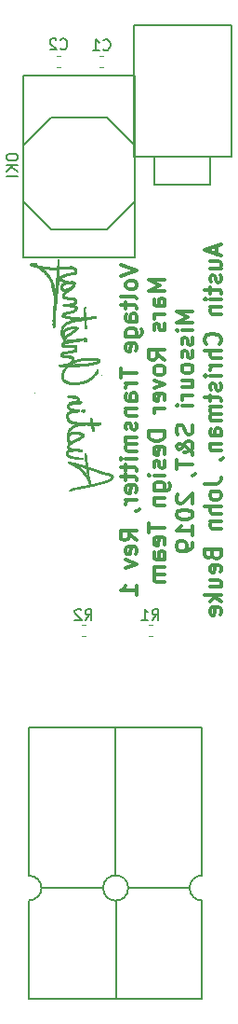
<source format=gbr>
G04 #@! TF.GenerationSoftware,KiCad,Pcbnew,(5.0.0)*
G04 #@! TF.CreationDate,2018-12-19T08:47:06-06:00*
G04 #@! TF.ProjectId,VoltageTransmitter_Hardware,566F6C746167655472616E736D697474,rev?*
G04 #@! TF.SameCoordinates,Original*
G04 #@! TF.FileFunction,Legend,Bot*
G04 #@! TF.FilePolarity,Positive*
%FSLAX46Y46*%
G04 Gerber Fmt 4.6, Leading zero omitted, Abs format (unit mm)*
G04 Created by KiCad (PCBNEW (5.0.0)) date 12/19/18 08:47:06*
%MOMM*%
%LPD*%
G01*
G04 APERTURE LIST*
%ADD10C,0.300000*%
%ADD11C,0.120000*%
%ADD12C,0.150000*%
%ADD13C,0.010000*%
G04 APERTURE END LIST*
D10*
X131751571Y-70272571D02*
X133251571Y-70772571D01*
X131751571Y-71272571D01*
X133251571Y-71986857D02*
X133180142Y-71844000D01*
X133108714Y-71772571D01*
X132965857Y-71701142D01*
X132537285Y-71701142D01*
X132394428Y-71772571D01*
X132323000Y-71843999D01*
X132251571Y-71986857D01*
X132251571Y-72201142D01*
X132323000Y-72343999D01*
X132394428Y-72415428D01*
X132537285Y-72486857D01*
X132965857Y-72486857D01*
X133108714Y-72415428D01*
X133180142Y-72344000D01*
X133251571Y-72201142D01*
X133251571Y-71986857D01*
X133251571Y-73344000D02*
X133180142Y-73201142D01*
X133037285Y-73129714D01*
X131751571Y-73129714D01*
X132251571Y-73701142D02*
X132251571Y-74272571D01*
X131751571Y-73915428D02*
X133037285Y-73915428D01*
X133180142Y-73986857D01*
X133251571Y-74129714D01*
X133251571Y-74272571D01*
X133251571Y-75415428D02*
X132465857Y-75415428D01*
X132323000Y-75344000D01*
X132251571Y-75201142D01*
X132251571Y-74915428D01*
X132323000Y-74772571D01*
X133180142Y-75415428D02*
X133251571Y-75272571D01*
X133251571Y-74915428D01*
X133180142Y-74772571D01*
X133037285Y-74701142D01*
X132894428Y-74701142D01*
X132751571Y-74772571D01*
X132680142Y-74915428D01*
X132680142Y-75272571D01*
X132608714Y-75415428D01*
X132251571Y-76772571D02*
X133465857Y-76772571D01*
X133608714Y-76701142D01*
X133680142Y-76629714D01*
X133751571Y-76486857D01*
X133751571Y-76272571D01*
X133680142Y-76129714D01*
X133180142Y-76772571D02*
X133251571Y-76629714D01*
X133251571Y-76344000D01*
X133180142Y-76201142D01*
X133108714Y-76129714D01*
X132965857Y-76058285D01*
X132537285Y-76058285D01*
X132394428Y-76129714D01*
X132323000Y-76201142D01*
X132251571Y-76344000D01*
X132251571Y-76629714D01*
X132323000Y-76772571D01*
X133180142Y-78058285D02*
X133251571Y-77915428D01*
X133251571Y-77629714D01*
X133180142Y-77486857D01*
X133037285Y-77415428D01*
X132465857Y-77415428D01*
X132323000Y-77486857D01*
X132251571Y-77629714D01*
X132251571Y-77915428D01*
X132323000Y-78058285D01*
X132465857Y-78129714D01*
X132608714Y-78129714D01*
X132751571Y-77415428D01*
X131751571Y-79701142D02*
X131751571Y-80558285D01*
X133251571Y-80129714D02*
X131751571Y-80129714D01*
X133251571Y-81058285D02*
X132251571Y-81058285D01*
X132537285Y-81058285D02*
X132394428Y-81129714D01*
X132323000Y-81201142D01*
X132251571Y-81344000D01*
X132251571Y-81486857D01*
X133251571Y-82629714D02*
X132465857Y-82629714D01*
X132323000Y-82558285D01*
X132251571Y-82415428D01*
X132251571Y-82129714D01*
X132323000Y-81986857D01*
X133180142Y-82629714D02*
X133251571Y-82486857D01*
X133251571Y-82129714D01*
X133180142Y-81986857D01*
X133037285Y-81915428D01*
X132894428Y-81915428D01*
X132751571Y-81986857D01*
X132680142Y-82129714D01*
X132680142Y-82486857D01*
X132608714Y-82629714D01*
X132251571Y-83344000D02*
X133251571Y-83344000D01*
X132394428Y-83344000D02*
X132323000Y-83415428D01*
X132251571Y-83558285D01*
X132251571Y-83772571D01*
X132323000Y-83915428D01*
X132465857Y-83986857D01*
X133251571Y-83986857D01*
X133180142Y-84629714D02*
X133251571Y-84772571D01*
X133251571Y-85058285D01*
X133180142Y-85201142D01*
X133037285Y-85272571D01*
X132965857Y-85272571D01*
X132823000Y-85201142D01*
X132751571Y-85058285D01*
X132751571Y-84844000D01*
X132680142Y-84701142D01*
X132537285Y-84629714D01*
X132465857Y-84629714D01*
X132323000Y-84701142D01*
X132251571Y-84844000D01*
X132251571Y-85058285D01*
X132323000Y-85201142D01*
X133251571Y-85915428D02*
X132251571Y-85915428D01*
X132394428Y-85915428D02*
X132322999Y-85986857D01*
X132251571Y-86129714D01*
X132251571Y-86344000D01*
X132322999Y-86486857D01*
X132465857Y-86558285D01*
X133251571Y-86558285D01*
X132465857Y-86558285D02*
X132322999Y-86629714D01*
X132251571Y-86772571D01*
X132251571Y-86986857D01*
X132322999Y-87129714D01*
X132465857Y-87201142D01*
X133251571Y-87201142D01*
X133251571Y-87915428D02*
X132251571Y-87915428D01*
X131751571Y-87915428D02*
X131822999Y-87844000D01*
X131894428Y-87915428D01*
X131822999Y-87986857D01*
X131751571Y-87915428D01*
X131894428Y-87915428D01*
X132251571Y-88415428D02*
X132251571Y-88986857D01*
X131751571Y-88629714D02*
X133037285Y-88629714D01*
X133180142Y-88701142D01*
X133251571Y-88844000D01*
X133251571Y-88986857D01*
X132251571Y-89272571D02*
X132251571Y-89844000D01*
X131751571Y-89486857D02*
X133037285Y-89486857D01*
X133180142Y-89558285D01*
X133251571Y-89701142D01*
X133251571Y-89844000D01*
X133180142Y-90915428D02*
X133251571Y-90772571D01*
X133251571Y-90486857D01*
X133180142Y-90344000D01*
X133037285Y-90272571D01*
X132465857Y-90272571D01*
X132322999Y-90344000D01*
X132251571Y-90486857D01*
X132251571Y-90772571D01*
X132322999Y-90915428D01*
X132465857Y-90986857D01*
X132608714Y-90986857D01*
X132751571Y-90272571D01*
X133251571Y-91629714D02*
X132251571Y-91629714D01*
X132537285Y-91629714D02*
X132394428Y-91701142D01*
X132322999Y-91772571D01*
X132251571Y-91915428D01*
X132251571Y-92058285D01*
X133180142Y-92629714D02*
X133251571Y-92629714D01*
X133394428Y-92558285D01*
X133465857Y-92486857D01*
X133251571Y-95272571D02*
X132537285Y-94772571D01*
X133251571Y-94415428D02*
X131751571Y-94415428D01*
X131751571Y-94986857D01*
X131822999Y-95129714D01*
X131894428Y-95201142D01*
X132037285Y-95272571D01*
X132251571Y-95272571D01*
X132394428Y-95201142D01*
X132465857Y-95129714D01*
X132537285Y-94986857D01*
X132537285Y-94415428D01*
X133180142Y-96486857D02*
X133251571Y-96344000D01*
X133251571Y-96058285D01*
X133180142Y-95915428D01*
X133037285Y-95844000D01*
X132465857Y-95844000D01*
X132322999Y-95915428D01*
X132251571Y-96058285D01*
X132251571Y-96344000D01*
X132322999Y-96486857D01*
X132465857Y-96558285D01*
X132608714Y-96558285D01*
X132751571Y-95844000D01*
X132251571Y-97058285D02*
X133251571Y-97415428D01*
X132251571Y-97772571D01*
X133251571Y-100272571D02*
X133251571Y-99415428D01*
X133251571Y-99844000D02*
X131751571Y-99844000D01*
X131965857Y-99701142D01*
X132108714Y-99558285D01*
X132180142Y-99415428D01*
X135801571Y-71665428D02*
X134301571Y-71665428D01*
X135373000Y-72165428D01*
X134301571Y-72665428D01*
X135801571Y-72665428D01*
X135801571Y-74022571D02*
X135015857Y-74022571D01*
X134873000Y-73951142D01*
X134801571Y-73808285D01*
X134801571Y-73522571D01*
X134873000Y-73379714D01*
X135730142Y-74022571D02*
X135801571Y-73879714D01*
X135801571Y-73522571D01*
X135730142Y-73379714D01*
X135587285Y-73308285D01*
X135444428Y-73308285D01*
X135301571Y-73379714D01*
X135230142Y-73522571D01*
X135230142Y-73879714D01*
X135158714Y-74022571D01*
X135801571Y-74736857D02*
X134801571Y-74736857D01*
X135087285Y-74736857D02*
X134944428Y-74808285D01*
X134873000Y-74879714D01*
X134801571Y-75022571D01*
X134801571Y-75165428D01*
X135730142Y-75593999D02*
X135801571Y-75736857D01*
X135801571Y-76022571D01*
X135730142Y-76165428D01*
X135587285Y-76236857D01*
X135515857Y-76236857D01*
X135373000Y-76165428D01*
X135301571Y-76022571D01*
X135301571Y-75808285D01*
X135230142Y-75665428D01*
X135087285Y-75593999D01*
X135015857Y-75593999D01*
X134873000Y-75665428D01*
X134801571Y-75808285D01*
X134801571Y-76022571D01*
X134873000Y-76165428D01*
X135801571Y-78879714D02*
X135087285Y-78379714D01*
X135801571Y-78022571D02*
X134301571Y-78022571D01*
X134301571Y-78593999D01*
X134373000Y-78736857D01*
X134444428Y-78808285D01*
X134587285Y-78879714D01*
X134801571Y-78879714D01*
X134944428Y-78808285D01*
X135015857Y-78736857D01*
X135087285Y-78593999D01*
X135087285Y-78022571D01*
X135801571Y-79736857D02*
X135730142Y-79593999D01*
X135658714Y-79522571D01*
X135515857Y-79451142D01*
X135087285Y-79451142D01*
X134944428Y-79522571D01*
X134873000Y-79593999D01*
X134801571Y-79736857D01*
X134801571Y-79951142D01*
X134873000Y-80093999D01*
X134944428Y-80165428D01*
X135087285Y-80236857D01*
X135515857Y-80236857D01*
X135658714Y-80165428D01*
X135730142Y-80093999D01*
X135801571Y-79951142D01*
X135801571Y-79736857D01*
X134801571Y-80736857D02*
X135801571Y-81093999D01*
X134801571Y-81451142D01*
X135730142Y-82593999D02*
X135801571Y-82451142D01*
X135801571Y-82165428D01*
X135730142Y-82022571D01*
X135587285Y-81951142D01*
X135015857Y-81951142D01*
X134873000Y-82022571D01*
X134801571Y-82165428D01*
X134801571Y-82451142D01*
X134873000Y-82593999D01*
X135015857Y-82665428D01*
X135158714Y-82665428D01*
X135301571Y-81951142D01*
X135801571Y-83308285D02*
X134801571Y-83308285D01*
X135087285Y-83308285D02*
X134944428Y-83379714D01*
X134873000Y-83451142D01*
X134801571Y-83593999D01*
X134801571Y-83736857D01*
X135801571Y-85379714D02*
X134301571Y-85379714D01*
X134301571Y-85736857D01*
X134372999Y-85951142D01*
X134515857Y-86093999D01*
X134658714Y-86165428D01*
X134944428Y-86236857D01*
X135158714Y-86236857D01*
X135444428Y-86165428D01*
X135587285Y-86093999D01*
X135730142Y-85951142D01*
X135801571Y-85736857D01*
X135801571Y-85379714D01*
X135730142Y-87451142D02*
X135801571Y-87308285D01*
X135801571Y-87022571D01*
X135730142Y-86879714D01*
X135587285Y-86808285D01*
X135015857Y-86808285D01*
X134872999Y-86879714D01*
X134801571Y-87022571D01*
X134801571Y-87308285D01*
X134872999Y-87451142D01*
X135015857Y-87522571D01*
X135158714Y-87522571D01*
X135301571Y-86808285D01*
X135730142Y-88093999D02*
X135801571Y-88236857D01*
X135801571Y-88522571D01*
X135730142Y-88665428D01*
X135587285Y-88736857D01*
X135515857Y-88736857D01*
X135372999Y-88665428D01*
X135301571Y-88522571D01*
X135301571Y-88308285D01*
X135230142Y-88165428D01*
X135087285Y-88093999D01*
X135015857Y-88093999D01*
X134872999Y-88165428D01*
X134801571Y-88308285D01*
X134801571Y-88522571D01*
X134872999Y-88665428D01*
X135801571Y-89379714D02*
X134801571Y-89379714D01*
X134301571Y-89379714D02*
X134372999Y-89308285D01*
X134444428Y-89379714D01*
X134372999Y-89451142D01*
X134301571Y-89379714D01*
X134444428Y-89379714D01*
X134801571Y-90736857D02*
X136015857Y-90736857D01*
X136158714Y-90665428D01*
X136230142Y-90593999D01*
X136301571Y-90451142D01*
X136301571Y-90236857D01*
X136230142Y-90093999D01*
X135730142Y-90736857D02*
X135801571Y-90593999D01*
X135801571Y-90308285D01*
X135730142Y-90165428D01*
X135658714Y-90093999D01*
X135515857Y-90022571D01*
X135087285Y-90022571D01*
X134944428Y-90093999D01*
X134872999Y-90165428D01*
X134801571Y-90308285D01*
X134801571Y-90593999D01*
X134872999Y-90736857D01*
X134801571Y-91451142D02*
X135801571Y-91451142D01*
X134944428Y-91451142D02*
X134872999Y-91522571D01*
X134801571Y-91665428D01*
X134801571Y-91879714D01*
X134872999Y-92022571D01*
X135015857Y-92093999D01*
X135801571Y-92093999D01*
X134301571Y-93736857D02*
X134301571Y-94593999D01*
X135801571Y-94165428D02*
X134301571Y-94165428D01*
X135730142Y-95665428D02*
X135801571Y-95522571D01*
X135801571Y-95236857D01*
X135730142Y-95093999D01*
X135587285Y-95022571D01*
X135015857Y-95022571D01*
X134872999Y-95093999D01*
X134801571Y-95236857D01*
X134801571Y-95522571D01*
X134872999Y-95665428D01*
X135015857Y-95736857D01*
X135158714Y-95736857D01*
X135301571Y-95022571D01*
X135801571Y-97022571D02*
X135015857Y-97022571D01*
X134872999Y-96951142D01*
X134801571Y-96808285D01*
X134801571Y-96522571D01*
X134872999Y-96379714D01*
X135730142Y-97022571D02*
X135801571Y-96879714D01*
X135801571Y-96522571D01*
X135730142Y-96379714D01*
X135587285Y-96308285D01*
X135444428Y-96308285D01*
X135301571Y-96379714D01*
X135230142Y-96522571D01*
X135230142Y-96879714D01*
X135158714Y-97022571D01*
X135801571Y-97736857D02*
X134801571Y-97736857D01*
X134944428Y-97736857D02*
X134872999Y-97808285D01*
X134801571Y-97951142D01*
X134801571Y-98165428D01*
X134872999Y-98308285D01*
X135015857Y-98379714D01*
X135801571Y-98379714D01*
X135015857Y-98379714D02*
X134872999Y-98451142D01*
X134801571Y-98593999D01*
X134801571Y-98808285D01*
X134872999Y-98951142D01*
X135015857Y-99022571D01*
X135801571Y-99022571D01*
X138351571Y-74522571D02*
X136851571Y-74522571D01*
X137923000Y-75022571D01*
X136851571Y-75522571D01*
X138351571Y-75522571D01*
X138351571Y-76236857D02*
X137351571Y-76236857D01*
X136851571Y-76236857D02*
X136923000Y-76165428D01*
X136994428Y-76236857D01*
X136923000Y-76308285D01*
X136851571Y-76236857D01*
X136994428Y-76236857D01*
X138280142Y-76879714D02*
X138351571Y-77022571D01*
X138351571Y-77308285D01*
X138280142Y-77451142D01*
X138137285Y-77522571D01*
X138065857Y-77522571D01*
X137923000Y-77451142D01*
X137851571Y-77308285D01*
X137851571Y-77094000D01*
X137780142Y-76951142D01*
X137637285Y-76879714D01*
X137565857Y-76879714D01*
X137423000Y-76951142D01*
X137351571Y-77093999D01*
X137351571Y-77308285D01*
X137423000Y-77451142D01*
X138280142Y-78094000D02*
X138351571Y-78236857D01*
X138351571Y-78522571D01*
X138280142Y-78665428D01*
X138137285Y-78736857D01*
X138065857Y-78736857D01*
X137923000Y-78665428D01*
X137851571Y-78522571D01*
X137851571Y-78308285D01*
X137780142Y-78165428D01*
X137637285Y-78094000D01*
X137565857Y-78093999D01*
X137423000Y-78165428D01*
X137351571Y-78308285D01*
X137351571Y-78522571D01*
X137423000Y-78665428D01*
X138351571Y-79593999D02*
X138280142Y-79451142D01*
X138208714Y-79379714D01*
X138065857Y-79308285D01*
X137637285Y-79308285D01*
X137494428Y-79379714D01*
X137423000Y-79451142D01*
X137351571Y-79593999D01*
X137351571Y-79808285D01*
X137423000Y-79951142D01*
X137494428Y-80022571D01*
X137637285Y-80093999D01*
X138065857Y-80093999D01*
X138208714Y-80022571D01*
X138280142Y-79951142D01*
X138351571Y-79808285D01*
X138351571Y-79593999D01*
X137351571Y-81379714D02*
X138351571Y-81379714D01*
X137351571Y-80736857D02*
X138137285Y-80736857D01*
X138280142Y-80808285D01*
X138351571Y-80951142D01*
X138351571Y-81165428D01*
X138280142Y-81308285D01*
X138208714Y-81379714D01*
X138351571Y-82093999D02*
X137351571Y-82093999D01*
X137637285Y-82093999D02*
X137494428Y-82165428D01*
X137423000Y-82236857D01*
X137351571Y-82379714D01*
X137351571Y-82522571D01*
X138351571Y-83022571D02*
X137351571Y-83022571D01*
X136851571Y-83022571D02*
X136923000Y-82951142D01*
X136994428Y-83022571D01*
X136923000Y-83093999D01*
X136851571Y-83022571D01*
X136994428Y-83022571D01*
X138280142Y-84808285D02*
X138351571Y-85022571D01*
X138351571Y-85379714D01*
X138280142Y-85522571D01*
X138208714Y-85593999D01*
X138065857Y-85665428D01*
X137922999Y-85665428D01*
X137780142Y-85593999D01*
X137708714Y-85522571D01*
X137637285Y-85379714D01*
X137565857Y-85093999D01*
X137494428Y-84951142D01*
X137423000Y-84879714D01*
X137280142Y-84808285D01*
X137137285Y-84808285D01*
X136994428Y-84879714D01*
X136923000Y-84951142D01*
X136851571Y-85093999D01*
X136851571Y-85451142D01*
X136922999Y-85665428D01*
X138351571Y-87522571D02*
X138351571Y-87451142D01*
X138280142Y-87308285D01*
X138065857Y-87093999D01*
X137637285Y-86736857D01*
X137422999Y-86593999D01*
X137208714Y-86522571D01*
X137065857Y-86522571D01*
X136922999Y-86593999D01*
X136851571Y-86736857D01*
X136851571Y-86808285D01*
X136922999Y-86951142D01*
X137065857Y-87022571D01*
X137137285Y-87022571D01*
X137280142Y-86951142D01*
X137351571Y-86879714D01*
X137637285Y-86451142D01*
X137708714Y-86379714D01*
X137851571Y-86308285D01*
X138065857Y-86308285D01*
X138208714Y-86379714D01*
X138280142Y-86451142D01*
X138351571Y-86593999D01*
X138351571Y-86808285D01*
X138280142Y-86951142D01*
X138208714Y-87022571D01*
X137922999Y-87236857D01*
X137708714Y-87308285D01*
X137565857Y-87308285D01*
X136851571Y-87951142D02*
X136851571Y-88808285D01*
X138351571Y-88379714D02*
X136851571Y-88379714D01*
X138280142Y-89379714D02*
X138351571Y-89379714D01*
X138494428Y-89308285D01*
X138565857Y-89236857D01*
X136994428Y-91093999D02*
X136922999Y-91165428D01*
X136851571Y-91308285D01*
X136851571Y-91665428D01*
X136922999Y-91808285D01*
X136994428Y-91879714D01*
X137137285Y-91951142D01*
X137280142Y-91951142D01*
X137494428Y-91879714D01*
X138351571Y-91022571D01*
X138351571Y-91951142D01*
X136851571Y-92879714D02*
X136851571Y-93022571D01*
X136922999Y-93165428D01*
X136994428Y-93236857D01*
X137137285Y-93308285D01*
X137422999Y-93379714D01*
X137780142Y-93379714D01*
X138065857Y-93308285D01*
X138208714Y-93236857D01*
X138280142Y-93165428D01*
X138351571Y-93022571D01*
X138351571Y-92879714D01*
X138280142Y-92736857D01*
X138208714Y-92665428D01*
X138065857Y-92593999D01*
X137780142Y-92522571D01*
X137422999Y-92522571D01*
X137137285Y-92593999D01*
X136994428Y-92665428D01*
X136922999Y-92736857D01*
X136851571Y-92879714D01*
X138351571Y-94808285D02*
X138351571Y-93951142D01*
X138351571Y-94379714D02*
X136851571Y-94379714D01*
X137065857Y-94236857D01*
X137208714Y-94093999D01*
X137280142Y-93951142D01*
X138351571Y-95522571D02*
X138351571Y-95808285D01*
X138280142Y-95951142D01*
X138208714Y-96022571D01*
X137994428Y-96165428D01*
X137708714Y-96236857D01*
X137137285Y-96236857D01*
X136994428Y-96165428D01*
X136922999Y-96093999D01*
X136851571Y-95951142D01*
X136851571Y-95665428D01*
X136922999Y-95522571D01*
X136994428Y-95451142D01*
X137137285Y-95379714D01*
X137494428Y-95379714D01*
X137637285Y-95451142D01*
X137708714Y-95522571D01*
X137780142Y-95665428D01*
X137780142Y-95951142D01*
X137708714Y-96093999D01*
X137637285Y-96165428D01*
X137494428Y-96236857D01*
X140473000Y-68593999D02*
X140473000Y-69308285D01*
X140901571Y-68451142D02*
X139401571Y-68951142D01*
X140901571Y-69451142D01*
X139901571Y-70593999D02*
X140901571Y-70593999D01*
X139901571Y-69951142D02*
X140687285Y-69951142D01*
X140830142Y-70022571D01*
X140901571Y-70165428D01*
X140901571Y-70379714D01*
X140830142Y-70522571D01*
X140758714Y-70593999D01*
X140830142Y-71236857D02*
X140901571Y-71379714D01*
X140901571Y-71665428D01*
X140830142Y-71808285D01*
X140687285Y-71879714D01*
X140615857Y-71879714D01*
X140473000Y-71808285D01*
X140401571Y-71665428D01*
X140401571Y-71451142D01*
X140330142Y-71308285D01*
X140187285Y-71236857D01*
X140115857Y-71236857D01*
X139973000Y-71308285D01*
X139901571Y-71451142D01*
X139901571Y-71665428D01*
X139973000Y-71808285D01*
X139901571Y-72308285D02*
X139901571Y-72879714D01*
X139401571Y-72522571D02*
X140687285Y-72522571D01*
X140830142Y-72593999D01*
X140901571Y-72736857D01*
X140901571Y-72879714D01*
X140901571Y-73379714D02*
X139901571Y-73379714D01*
X139401571Y-73379714D02*
X139473000Y-73308285D01*
X139544428Y-73379714D01*
X139473000Y-73451142D01*
X139401571Y-73379714D01*
X139544428Y-73379714D01*
X139901571Y-74093999D02*
X140901571Y-74093999D01*
X140044428Y-74093999D02*
X139973000Y-74165428D01*
X139901571Y-74308285D01*
X139901571Y-74522571D01*
X139973000Y-74665428D01*
X140115857Y-74736857D01*
X140901571Y-74736857D01*
X140758714Y-77451142D02*
X140830142Y-77379714D01*
X140901571Y-77165428D01*
X140901571Y-77022571D01*
X140830142Y-76808285D01*
X140687285Y-76665428D01*
X140544428Y-76593999D01*
X140258714Y-76522571D01*
X140044428Y-76522571D01*
X139758714Y-76593999D01*
X139615857Y-76665428D01*
X139473000Y-76808285D01*
X139401571Y-77022571D01*
X139401571Y-77165428D01*
X139473000Y-77379714D01*
X139544428Y-77451142D01*
X140901571Y-78093999D02*
X139401571Y-78093999D01*
X140901571Y-78736857D02*
X140115857Y-78736857D01*
X139973000Y-78665428D01*
X139901571Y-78522571D01*
X139901571Y-78308285D01*
X139973000Y-78165428D01*
X140044428Y-78093999D01*
X140901571Y-79451142D02*
X139901571Y-79451142D01*
X140187285Y-79451142D02*
X140044428Y-79522571D01*
X139973000Y-79593999D01*
X139901571Y-79736857D01*
X139901571Y-79879714D01*
X140901571Y-80379714D02*
X139901571Y-80379714D01*
X139401571Y-80379714D02*
X139473000Y-80308285D01*
X139544428Y-80379714D01*
X139473000Y-80451142D01*
X139401571Y-80379714D01*
X139544428Y-80379714D01*
X140830142Y-81022571D02*
X140901571Y-81165428D01*
X140901571Y-81451142D01*
X140830142Y-81593999D01*
X140687285Y-81665428D01*
X140615857Y-81665428D01*
X140473000Y-81593999D01*
X140401571Y-81451142D01*
X140401571Y-81236857D01*
X140330142Y-81093999D01*
X140187285Y-81022571D01*
X140115857Y-81022571D01*
X139973000Y-81093999D01*
X139901571Y-81236857D01*
X139901571Y-81451142D01*
X139973000Y-81593999D01*
X139901571Y-82093999D02*
X139901571Y-82665428D01*
X139401571Y-82308285D02*
X140687285Y-82308285D01*
X140830142Y-82379714D01*
X140901571Y-82522571D01*
X140901571Y-82665428D01*
X140901571Y-83165428D02*
X139901571Y-83165428D01*
X140044428Y-83165428D02*
X139973000Y-83236857D01*
X139901571Y-83379714D01*
X139901571Y-83593999D01*
X139973000Y-83736857D01*
X140115857Y-83808285D01*
X140901571Y-83808285D01*
X140115857Y-83808285D02*
X139973000Y-83879714D01*
X139901571Y-84022571D01*
X139901571Y-84236857D01*
X139973000Y-84379714D01*
X140115857Y-84451142D01*
X140901571Y-84451142D01*
X140901571Y-85808285D02*
X140115857Y-85808285D01*
X139972999Y-85736857D01*
X139901571Y-85593999D01*
X139901571Y-85308285D01*
X139973000Y-85165428D01*
X140830142Y-85808285D02*
X140901571Y-85665428D01*
X140901571Y-85308285D01*
X140830142Y-85165428D01*
X140687285Y-85093999D01*
X140544428Y-85093999D01*
X140401571Y-85165428D01*
X140330142Y-85308285D01*
X140330142Y-85665428D01*
X140258714Y-85808285D01*
X139901571Y-86522571D02*
X140901571Y-86522571D01*
X140044428Y-86522571D02*
X139972999Y-86593999D01*
X139901571Y-86736857D01*
X139901571Y-86951142D01*
X139972999Y-87093999D01*
X140115857Y-87165428D01*
X140901571Y-87165428D01*
X140830142Y-87951142D02*
X140901571Y-87951142D01*
X141044428Y-87879714D01*
X141115857Y-87808285D01*
X139401571Y-90165428D02*
X140472999Y-90165428D01*
X140687285Y-90093999D01*
X140830142Y-89951142D01*
X140901571Y-89736857D01*
X140901571Y-89593999D01*
X140901571Y-91093999D02*
X140830142Y-90951142D01*
X140758714Y-90879714D01*
X140615857Y-90808285D01*
X140187285Y-90808285D01*
X140044428Y-90879714D01*
X139972999Y-90951142D01*
X139901571Y-91093999D01*
X139901571Y-91308285D01*
X139972999Y-91451142D01*
X140044428Y-91522571D01*
X140187285Y-91593999D01*
X140615857Y-91593999D01*
X140758714Y-91522571D01*
X140830142Y-91451142D01*
X140901571Y-91308285D01*
X140901571Y-91093999D01*
X140901571Y-92236857D02*
X139401571Y-92236857D01*
X140901571Y-92879714D02*
X140115857Y-92879714D01*
X139972999Y-92808285D01*
X139901571Y-92665428D01*
X139901571Y-92451142D01*
X139972999Y-92308285D01*
X140044428Y-92236857D01*
X139901571Y-93593999D02*
X140901571Y-93593999D01*
X140044428Y-93593999D02*
X139972999Y-93665428D01*
X139901571Y-93808285D01*
X139901571Y-94022571D01*
X139972999Y-94165428D01*
X140115857Y-94236857D01*
X140901571Y-94236857D01*
X140115857Y-96593999D02*
X140187285Y-96808285D01*
X140258714Y-96879714D01*
X140401571Y-96951142D01*
X140615857Y-96951142D01*
X140758714Y-96879714D01*
X140830142Y-96808285D01*
X140901571Y-96665428D01*
X140901571Y-96093999D01*
X139401571Y-96093999D01*
X139401571Y-96593999D01*
X139472999Y-96736857D01*
X139544428Y-96808285D01*
X139687285Y-96879714D01*
X139830142Y-96879714D01*
X139972999Y-96808285D01*
X140044428Y-96736857D01*
X140115857Y-96593999D01*
X140115857Y-96093999D01*
X140830142Y-98165428D02*
X140901571Y-98022571D01*
X140901571Y-97736857D01*
X140830142Y-97593999D01*
X140687285Y-97522571D01*
X140115857Y-97522571D01*
X139972999Y-97593999D01*
X139901571Y-97736857D01*
X139901571Y-98022571D01*
X139972999Y-98165428D01*
X140115857Y-98236857D01*
X140258714Y-98236857D01*
X140401571Y-97522571D01*
X139901571Y-99522571D02*
X140901571Y-99522571D01*
X139901571Y-98879714D02*
X140687285Y-98879714D01*
X140830142Y-98951142D01*
X140901571Y-99093999D01*
X140901571Y-99308285D01*
X140830142Y-99451142D01*
X140758714Y-99522571D01*
X140901571Y-100236857D02*
X139401571Y-100236857D01*
X140330142Y-100379714D02*
X140901571Y-100808285D01*
X139901571Y-100808285D02*
X140472999Y-100236857D01*
X140830142Y-102022571D02*
X140901571Y-101879714D01*
X140901571Y-101593999D01*
X140830142Y-101451142D01*
X140687285Y-101379714D01*
X140115857Y-101379714D01*
X139972999Y-101451142D01*
X139901571Y-101593999D01*
X139901571Y-101879714D01*
X139972999Y-102022571D01*
X140115857Y-102093999D01*
X140258714Y-102093999D01*
X140401571Y-101379714D01*
D11*
G04 #@! TO.C,C1*
X130213900Y-51285335D02*
X129871366Y-51285335D01*
X130213900Y-52305335D02*
X129871366Y-52305335D01*
G04 #@! TO.C,C2*
X125948366Y-51285335D02*
X126290900Y-51285335D01*
X125948366Y-52305335D02*
X126290900Y-52305335D01*
D12*
G04 #@! TO.C,Conn1*
X123444000Y-125730000D02*
G75*
G02X124561600Y-126847600I0J-1117600D01*
G01*
X124561600Y-126847600D02*
G75*
G02X123444000Y-127965200I-1117600J0D01*
G01*
X139192000Y-136906000D02*
X123444000Y-136906000D01*
X139192000Y-112268000D02*
X123444000Y-112268000D01*
X139192000Y-127990600D02*
X139192000Y-129209800D01*
X138049000Y-126847600D02*
G75*
G02X139192000Y-125704600I1143000J0D01*
G01*
X139192000Y-127990600D02*
G75*
G02X138049000Y-126847600I0J1143000D01*
G01*
X123444000Y-124536200D02*
X123444000Y-125730000D01*
X125755400Y-126847600D02*
X124587000Y-126847600D01*
X123444000Y-129159000D02*
X123444000Y-127990600D01*
X139192000Y-124587000D02*
X139192000Y-125679200D01*
X138049000Y-126847600D02*
X136880600Y-126847600D01*
X129032000Y-126847600D02*
X130175000Y-126847600D01*
X131343400Y-136880600D02*
X131343400Y-127990600D01*
X133604000Y-126847600D02*
X132461000Y-126847600D01*
X131318000Y-124561600D02*
X131318000Y-125704600D01*
X129032000Y-126847600D02*
X125730000Y-126847600D01*
X131318000Y-124561600D02*
X131318000Y-112268000D01*
X133604000Y-126847600D02*
X136880600Y-126847600D01*
X132461000Y-126847600D02*
G75*
G03X132461000Y-126847600I-1143000J0D01*
G01*
X123444000Y-124561600D02*
X123444000Y-112268000D01*
X123444000Y-129133600D02*
X123444000Y-136880600D01*
X139192000Y-136880600D02*
X139192000Y-129133600D01*
X139192000Y-124561600D02*
X139192000Y-112268000D01*
G04 #@! TO.C,Conn2*
X141859000Y-60452000D02*
X132969000Y-60452000D01*
X132969000Y-60452000D02*
X132969000Y-48514000D01*
X134874000Y-62992000D02*
X139954000Y-62992000D01*
X141859000Y-48514000D02*
X132969000Y-48514000D01*
X141859000Y-60452000D02*
X141859000Y-48514000D01*
X134874000Y-60452000D02*
X134874000Y-62992000D01*
X139954000Y-62992000D02*
X139954000Y-60452000D01*
D11*
G04 #@! TO.C,R1*
X134650267Y-102995000D02*
X134307733Y-102995000D01*
X134650267Y-104015000D02*
X134307733Y-104015000D01*
G04 #@! TO.C,R2*
X128554267Y-104015000D02*
X128211733Y-104015000D01*
X128554267Y-102995000D02*
X128211733Y-102995000D01*
D12*
G04 #@! TO.C,U1*
X125476000Y-56896000D02*
X122936000Y-59436000D01*
X122936000Y-59436000D02*
X122936000Y-64516000D01*
X122936000Y-64516000D02*
X125476000Y-67056000D01*
X125476000Y-67056000D02*
X130556000Y-67056000D01*
X130556000Y-67056000D02*
X133096000Y-64516000D01*
X133096000Y-64516000D02*
X133096000Y-59436000D01*
X133096000Y-59436000D02*
X130556000Y-56896000D01*
X130556000Y-56896000D02*
X125476000Y-56896000D01*
X133096000Y-69596000D02*
X122936000Y-69596000D01*
X133096000Y-53086000D02*
X122936000Y-53086000D01*
X122936000Y-53086000D02*
X122936000Y-69596000D01*
X133096000Y-69596000D02*
X133096000Y-53086000D01*
D13*
G04 #@! TO.C,G\002A\002A\002A*
G36*
X125782672Y-72754901D02*
X125776889Y-72744957D01*
X125773377Y-72748621D01*
X125772930Y-72754901D01*
X125776674Y-72764424D01*
X125779860Y-72765633D01*
X125783797Y-72760389D01*
X125782672Y-72754901D01*
X125782672Y-72754901D01*
G37*
X125782672Y-72754901D02*
X125776889Y-72744957D01*
X125773377Y-72748621D01*
X125772930Y-72754901D01*
X125776674Y-72764424D01*
X125779860Y-72765633D01*
X125783797Y-72760389D01*
X125782672Y-72754901D01*
G36*
X129990761Y-80242535D02*
X129987184Y-80246112D01*
X129990761Y-80249690D01*
X129994339Y-80246112D01*
X129990761Y-80242535D01*
X129990761Y-80242535D01*
G37*
X129990761Y-80242535D02*
X129987184Y-80246112D01*
X129990761Y-80249690D01*
X129994339Y-80246112D01*
X129990761Y-80242535D01*
G36*
X128655536Y-77034862D02*
X128652145Y-77011851D01*
X128644846Y-76991112D01*
X128635183Y-76971937D01*
X128614282Y-76937675D01*
X128594036Y-76915063D01*
X128571770Y-76901835D01*
X128545309Y-76895778D01*
X128518396Y-76895498D01*
X128487520Y-76899391D01*
X128455864Y-76906488D01*
X128426606Y-76915818D01*
X128402928Y-76926413D01*
X128388010Y-76937302D01*
X128384479Y-76944819D01*
X128378663Y-76950520D01*
X128373594Y-76951267D01*
X128363223Y-76957193D01*
X128354063Y-76970943D01*
X128346085Y-76986376D01*
X128339718Y-76994736D01*
X128335671Y-77003702D01*
X128331728Y-77021942D01*
X128330053Y-77034088D01*
X128328345Y-77055628D01*
X128330752Y-77068336D01*
X128339210Y-77077521D01*
X128348121Y-77083633D01*
X128369218Y-77105348D01*
X128381163Y-77130141D01*
X128396391Y-77159495D01*
X128422753Y-77192773D01*
X128433892Y-77204497D01*
X128456376Y-77226261D01*
X128474086Y-77240004D01*
X128491658Y-77248488D01*
X128513728Y-77254475D01*
X128520024Y-77255809D01*
X128560835Y-77260514D01*
X128592424Y-77255478D01*
X128616345Y-77240372D01*
X128621803Y-77234389D01*
X128631962Y-77215245D01*
X128641253Y-77185477D01*
X128648921Y-77148771D01*
X128654206Y-77108810D01*
X128656353Y-77069280D01*
X128656367Y-77066139D01*
X128655536Y-77034862D01*
X128655536Y-77034862D01*
G37*
X128655536Y-77034862D02*
X128652145Y-77011851D01*
X128644846Y-76991112D01*
X128635183Y-76971937D01*
X128614282Y-76937675D01*
X128594036Y-76915063D01*
X128571770Y-76901835D01*
X128545309Y-76895778D01*
X128518396Y-76895498D01*
X128487520Y-76899391D01*
X128455864Y-76906488D01*
X128426606Y-76915818D01*
X128402928Y-76926413D01*
X128388010Y-76937302D01*
X128384479Y-76944819D01*
X128378663Y-76950520D01*
X128373594Y-76951267D01*
X128363223Y-76957193D01*
X128354063Y-76970943D01*
X128346085Y-76986376D01*
X128339718Y-76994736D01*
X128335671Y-77003702D01*
X128331728Y-77021942D01*
X128330053Y-77034088D01*
X128328345Y-77055628D01*
X128330752Y-77068336D01*
X128339210Y-77077521D01*
X128348121Y-77083633D01*
X128369218Y-77105348D01*
X128381163Y-77130141D01*
X128396391Y-77159495D01*
X128422753Y-77192773D01*
X128433892Y-77204497D01*
X128456376Y-77226261D01*
X128474086Y-77240004D01*
X128491658Y-77248488D01*
X128513728Y-77254475D01*
X128520024Y-77255809D01*
X128560835Y-77260514D01*
X128592424Y-77255478D01*
X128616345Y-77240372D01*
X128621803Y-77234389D01*
X128631962Y-77215245D01*
X128641253Y-77185477D01*
X128648921Y-77148771D01*
X128654206Y-77108810D01*
X128656353Y-77069280D01*
X128656367Y-77066139D01*
X128655536Y-77034862D01*
G36*
X128480733Y-83486165D02*
X128478113Y-83457110D01*
X128472357Y-83435293D01*
X128461778Y-83419984D01*
X128444691Y-83410453D01*
X128419409Y-83405969D01*
X128384244Y-83405802D01*
X128337512Y-83409222D01*
X128309533Y-83412022D01*
X128278282Y-83415674D01*
X128257459Y-83419597D01*
X128243223Y-83425145D01*
X128231732Y-83433677D01*
X128222785Y-83442660D01*
X128201121Y-83475940D01*
X128192196Y-83504104D01*
X128186924Y-83529434D01*
X128185192Y-83544682D01*
X128187739Y-83553798D01*
X128195302Y-83560733D01*
X128203817Y-83566303D01*
X128219406Y-83578102D01*
X128229254Y-83588659D01*
X128243664Y-83601121D01*
X128268610Y-83611195D01*
X128300369Y-83617736D01*
X128329950Y-83619662D01*
X128371660Y-83617696D01*
X128403367Y-83610579D01*
X128428984Y-83596481D01*
X128452427Y-83573571D01*
X128466271Y-83555932D01*
X128475616Y-83540942D01*
X128480278Y-83525158D01*
X128481336Y-83503378D01*
X128480733Y-83486165D01*
X128480733Y-83486165D01*
G37*
X128480733Y-83486165D02*
X128478113Y-83457110D01*
X128472357Y-83435293D01*
X128461778Y-83419984D01*
X128444691Y-83410453D01*
X128419409Y-83405969D01*
X128384244Y-83405802D01*
X128337512Y-83409222D01*
X128309533Y-83412022D01*
X128278282Y-83415674D01*
X128257459Y-83419597D01*
X128243223Y-83425145D01*
X128231732Y-83433677D01*
X128222785Y-83442660D01*
X128201121Y-83475940D01*
X128192196Y-83504104D01*
X128186924Y-83529434D01*
X128185192Y-83544682D01*
X128187739Y-83553798D01*
X128195302Y-83560733D01*
X128203817Y-83566303D01*
X128219406Y-83578102D01*
X128229254Y-83588659D01*
X128243664Y-83601121D01*
X128268610Y-83611195D01*
X128300369Y-83617736D01*
X128329950Y-83619662D01*
X128371660Y-83617696D01*
X128403367Y-83610579D01*
X128428984Y-83596481D01*
X128452427Y-83573571D01*
X128466271Y-83555932D01*
X128475616Y-83540942D01*
X128480278Y-83525158D01*
X128481336Y-83503378D01*
X128480733Y-83486165D01*
G36*
X131073151Y-89512305D02*
X131069119Y-89473636D01*
X131060600Y-89441701D01*
X131045597Y-89411644D01*
X131022116Y-89378610D01*
X131014085Y-89368577D01*
X130995590Y-89351669D01*
X130965968Y-89331447D01*
X130927689Y-89309048D01*
X130883229Y-89285607D01*
X130835058Y-89262260D01*
X130785650Y-89240141D01*
X130737477Y-89220387D01*
X130693012Y-89204134D01*
X130654728Y-89192516D01*
X130625098Y-89186670D01*
X130616965Y-89186197D01*
X130597865Y-89182763D01*
X130586813Y-89178301D01*
X130571157Y-89172629D01*
X130548049Y-89167138D01*
X130535410Y-89164949D01*
X130510734Y-89160801D01*
X130483506Y-89155141D01*
X130450373Y-89147197D01*
X130407982Y-89136196D01*
X130391437Y-89131776D01*
X130370852Y-89126536D01*
X130340221Y-89119096D01*
X130303462Y-89110393D01*
X130264490Y-89101363D01*
X130259071Y-89100124D01*
X130216916Y-89089943D01*
X130169354Y-89077542D01*
X130119916Y-89063929D01*
X130072132Y-89050112D01*
X130029532Y-89037098D01*
X129995647Y-89025896D01*
X129983606Y-89021493D01*
X129943356Y-89006775D01*
X129912453Y-88997078D01*
X129892549Y-88992909D01*
X129890353Y-88992786D01*
X129873477Y-88988366D01*
X129862394Y-88982054D01*
X129846764Y-88973716D01*
X129836799Y-88971549D01*
X129823413Y-88969147D01*
X129800512Y-88962802D01*
X129771898Y-88953806D01*
X129741373Y-88943450D01*
X129712742Y-88933025D01*
X129689805Y-88923823D01*
X129676365Y-88917137D01*
X129676141Y-88916983D01*
X129661423Y-88909210D01*
X129652906Y-88907155D01*
X129642205Y-88904255D01*
X129622825Y-88896644D01*
X129598915Y-88885954D01*
X129598355Y-88885690D01*
X129574146Y-88874923D01*
X129554115Y-88867220D01*
X129542547Y-88864226D01*
X129542464Y-88864225D01*
X129528799Y-88860141D01*
X129518114Y-88853720D01*
X129502468Y-88845286D01*
X129492523Y-88842988D01*
X129478076Y-88839633D01*
X129460325Y-88832072D01*
X129442494Y-88824476D01*
X129428741Y-88821340D01*
X129414528Y-88817652D01*
X129410854Y-88815195D01*
X129400371Y-88810092D01*
X129381153Y-88803829D01*
X129368282Y-88800434D01*
X129324601Y-88789292D01*
X129271150Y-88774759D01*
X129211753Y-88757920D01*
X129150231Y-88739860D01*
X129090406Y-88721665D01*
X129085662Y-88720191D01*
X129053850Y-88710588D01*
X129020374Y-88700943D01*
X128999803Y-88695306D01*
X128968420Y-88686723D01*
X128934484Y-88677032D01*
X128921099Y-88673073D01*
X128892002Y-88664996D01*
X128862300Y-88657768D01*
X128849550Y-88655091D01*
X128824813Y-88650295D01*
X128802519Y-88645866D01*
X128797495Y-88644841D01*
X128774946Y-88633506D01*
X128760454Y-88612512D01*
X128756536Y-88591292D01*
X128755119Y-88572463D01*
X128751549Y-88547673D01*
X128749658Y-88537433D01*
X128743560Y-88503933D01*
X128736332Y-88459650D01*
X128728467Y-88408015D01*
X128720455Y-88352464D01*
X128712789Y-88296430D01*
X128705958Y-88243347D01*
X128700456Y-88196648D01*
X128699149Y-88184507D01*
X128693675Y-88144011D01*
X128685119Y-88094685D01*
X128674466Y-88041417D01*
X128662701Y-87989097D01*
X128650810Y-87942613D01*
X128649421Y-87937662D01*
X128639712Y-87883750D01*
X128637896Y-87818957D01*
X128642566Y-87756341D01*
X128646310Y-87721324D01*
X128647951Y-87696400D01*
X128647289Y-87677482D01*
X128644125Y-87660481D01*
X128638259Y-87641307D01*
X128636739Y-87636839D01*
X128626975Y-87597525D01*
X128619907Y-87544595D01*
X128616906Y-87505094D01*
X128614338Y-87466417D01*
X128611527Y-87438869D01*
X128607840Y-87419277D01*
X128602643Y-87404465D01*
X128595304Y-87391259D01*
X128593719Y-87388827D01*
X128580395Y-87372409D01*
X128567809Y-87362761D01*
X128563769Y-87361690D01*
X128548514Y-87357622D01*
X128538309Y-87351841D01*
X128529499Y-87347274D01*
X128519847Y-87348475D01*
X128505640Y-87356682D01*
X128490130Y-87367905D01*
X128470881Y-87383483D01*
X128458099Y-87398262D01*
X128451294Y-87415035D01*
X128449973Y-87436591D01*
X128453648Y-87465721D01*
X128461827Y-87505216D01*
X128464170Y-87515521D01*
X128467813Y-87538354D01*
X128470874Y-87570361D01*
X128472924Y-87606405D01*
X128473475Y-87626786D01*
X128474695Y-87660609D01*
X128477097Y-87691152D01*
X128480290Y-87714262D01*
X128482620Y-87723377D01*
X128485808Y-87738042D01*
X128489022Y-87763769D01*
X128491945Y-87797315D01*
X128494260Y-87835437D01*
X128494826Y-87848225D01*
X128496843Y-87888382D01*
X128499473Y-87926225D01*
X128502411Y-87958088D01*
X128505353Y-87980303D01*
X128506108Y-87984169D01*
X128511707Y-88009058D01*
X128518802Y-88040031D01*
X128524106Y-88062873D01*
X128536221Y-88119058D01*
X128548653Y-88184594D01*
X128560538Y-88254568D01*
X128571009Y-88324071D01*
X128573930Y-88345493D01*
X128579055Y-88382355D01*
X128584308Y-88417079D01*
X128589030Y-88445473D01*
X128592217Y-88461863D01*
X128596150Y-88485618D01*
X128598440Y-88512299D01*
X128598978Y-88537518D01*
X128597655Y-88556884D01*
X128594814Y-88565646D01*
X128585788Y-88566424D01*
X128571561Y-88562440D01*
X128552699Y-88555711D01*
X128528418Y-88547972D01*
X128520423Y-88545603D01*
X128494573Y-88537389D01*
X128464414Y-88526790D01*
X128448874Y-88520923D01*
X128418438Y-88509918D01*
X128385638Y-88499342D01*
X128371213Y-88495184D01*
X128344545Y-88486944D01*
X128311993Y-88475470D01*
X128281776Y-88463713D01*
X128252463Y-88452291D01*
X128224078Y-88442345D01*
X128202604Y-88435966D01*
X128202029Y-88435828D01*
X128177359Y-88429318D01*
X128154482Y-88422283D01*
X128151944Y-88421401D01*
X128137308Y-88416536D01*
X128112194Y-88408539D01*
X128079823Y-88398422D01*
X128043412Y-88387197D01*
X128033888Y-88384285D01*
X127995693Y-88372410D01*
X127959512Y-88360773D01*
X127929008Y-88350575D01*
X127907840Y-88343021D01*
X127905099Y-88341954D01*
X127881976Y-88334107D01*
X127851087Y-88325422D01*
X127818734Y-88317656D01*
X127815662Y-88316998D01*
X127784107Y-88310121D01*
X127754090Y-88303053D01*
X127721613Y-88294780D01*
X127682676Y-88284291D01*
X127643315Y-88273379D01*
X127616771Y-88267336D01*
X127591302Y-88263694D01*
X127582008Y-88263211D01*
X127559801Y-88261176D01*
X127532801Y-88256041D01*
X127521820Y-88253220D01*
X127493531Y-88246116D01*
X127464644Y-88240211D01*
X127455815Y-88238775D01*
X127433690Y-88234573D01*
X127416186Y-88229554D01*
X127412885Y-88228137D01*
X127380774Y-88214427D01*
X127339772Y-88200553D01*
X127295196Y-88188040D01*
X127252367Y-88178411D01*
X127223705Y-88173898D01*
X127200783Y-88170275D01*
X127184171Y-88165797D01*
X127178564Y-88162541D01*
X127169097Y-88157672D01*
X127154283Y-88155887D01*
X127133874Y-88153051D01*
X127110839Y-88146127D01*
X127108428Y-88145155D01*
X127070063Y-88135096D01*
X127032652Y-88136127D01*
X127000052Y-88147980D01*
X126992368Y-88153159D01*
X126977133Y-88167403D01*
X126968521Y-88180544D01*
X126967803Y-88183988D01*
X126963654Y-88199086D01*
X126957298Y-88209970D01*
X126948793Y-88222937D01*
X126948792Y-88232412D01*
X126958442Y-88243346D01*
X126966637Y-88250400D01*
X126984743Y-88263182D01*
X127009343Y-88277590D01*
X127025666Y-88285929D01*
X127077487Y-88310424D01*
X127117845Y-88329081D01*
X127146365Y-88341732D01*
X127162671Y-88348208D01*
X127166202Y-88349079D01*
X127173747Y-88352116D01*
X127191792Y-88360471D01*
X127218059Y-88373023D01*
X127250271Y-88388649D01*
X127286150Y-88406226D01*
X127323418Y-88424632D01*
X127359797Y-88442743D01*
X127393010Y-88459437D01*
X127420779Y-88473592D01*
X127440825Y-88484084D01*
X127447184Y-88487574D01*
X127463910Y-88496651D01*
X127486954Y-88508683D01*
X127500846Y-88515766D01*
X127552053Y-88542120D01*
X127592631Y-88564206D01*
X127625101Y-88583403D01*
X127629634Y-88586248D01*
X127653379Y-88600753D01*
X127681108Y-88616960D01*
X127693797Y-88624125D01*
X127710099Y-88633410D01*
X127726809Y-88643502D01*
X127745333Y-88655381D01*
X127767077Y-88670026D01*
X127793446Y-88688416D01*
X127825846Y-88711529D01*
X127865684Y-88740344D01*
X127914365Y-88775841D01*
X127965916Y-88813587D01*
X127982635Y-88827393D01*
X128007571Y-88850048D01*
X128039276Y-88880081D01*
X128076304Y-88916024D01*
X128117210Y-88956406D01*
X128160547Y-88999757D01*
X128204870Y-89044608D01*
X128248732Y-89089489D01*
X128290687Y-89132930D01*
X128329289Y-89173462D01*
X128363093Y-89209614D01*
X128390651Y-89239918D01*
X128410518Y-89262903D01*
X128419839Y-89274941D01*
X128430146Y-89288135D01*
X128436501Y-89294291D01*
X128444699Y-89303000D01*
X128458377Y-89320568D01*
X128475268Y-89343824D01*
X128493103Y-89369599D01*
X128509613Y-89394720D01*
X128517844Y-89408000D01*
X128534686Y-89434084D01*
X128553707Y-89460861D01*
X128559811Y-89468817D01*
X128593991Y-89516380D01*
X128630682Y-89575445D01*
X128667955Y-89642753D01*
X128683089Y-89670769D01*
X128696823Y-89694812D01*
X128705580Y-89708904D01*
X128705580Y-89412116D01*
X128698761Y-89409235D01*
X128686889Y-89394683D01*
X128669478Y-89367854D01*
X128667099Y-89363955D01*
X128658270Y-89350387D01*
X128643679Y-89328989D01*
X128625187Y-89302385D01*
X128604653Y-89273198D01*
X128583937Y-89244051D01*
X128564899Y-89217569D01*
X128549398Y-89196374D01*
X128539293Y-89183091D01*
X128536930Y-89180320D01*
X128528935Y-89169037D01*
X128527578Y-89164239D01*
X128522853Y-89156498D01*
X128510218Y-89141429D01*
X128491989Y-89121715D01*
X128482860Y-89112331D01*
X128466986Y-89096176D01*
X128442709Y-89071365D01*
X128411597Y-89039504D01*
X128375218Y-89002201D01*
X128335140Y-88961064D01*
X128292931Y-88917700D01*
X128266485Y-88890510D01*
X128225975Y-88849031D01*
X128188507Y-88811018D01*
X128155269Y-88777649D01*
X128127449Y-88750103D01*
X128106234Y-88729556D01*
X128092812Y-88717187D01*
X128088479Y-88713971D01*
X128079832Y-88709566D01*
X128064983Y-88698364D01*
X128056055Y-88690718D01*
X128034226Y-88672064D01*
X128011673Y-88653981D01*
X128005860Y-88649577D01*
X127985619Y-88633850D01*
X127962208Y-88614673D01*
X127952362Y-88606298D01*
X127930874Y-88589018D01*
X127903721Y-88569017D01*
X127874096Y-88548435D01*
X127845193Y-88529414D01*
X127820205Y-88514096D01*
X127802325Y-88504620D01*
X127798502Y-88503132D01*
X127784318Y-88496625D01*
X127763497Y-88484827D01*
X127745857Y-88473733D01*
X127725525Y-88460888D01*
X127709907Y-88452019D01*
X127703135Y-88449239D01*
X127697758Y-88443749D01*
X127697606Y-88442084D01*
X127702111Y-88435128D01*
X127703486Y-88434929D01*
X127713354Y-88436908D01*
X127731499Y-88441911D01*
X127741050Y-88444808D01*
X127766204Y-88452532D01*
X127796732Y-88461745D01*
X127815662Y-88467382D01*
X127842886Y-88475920D01*
X127868045Y-88484614D01*
X127881138Y-88489701D01*
X127900994Y-88496440D01*
X127917548Y-88499322D01*
X127917802Y-88499324D01*
X127933040Y-88501663D01*
X127954605Y-88507542D01*
X127963228Y-88510428D01*
X127980757Y-88516342D01*
X128008834Y-88525461D01*
X128044326Y-88536783D01*
X128084103Y-88549308D01*
X128109015Y-88557074D01*
X128148198Y-88569359D01*
X128183385Y-88580615D01*
X128211949Y-88589985D01*
X128231262Y-88596611D01*
X128237803Y-88599126D01*
X128254938Y-88605917D01*
X128282280Y-88615645D01*
X128316318Y-88627173D01*
X128353543Y-88639360D01*
X128390444Y-88651069D01*
X128423511Y-88661159D01*
X128449234Y-88668493D01*
X128459425Y-88671039D01*
X128480506Y-88676493D01*
X128495128Y-88681675D01*
X128498777Y-88683954D01*
X128506935Y-88688380D01*
X128525184Y-88695643D01*
X128549948Y-88704345D01*
X128556198Y-88706406D01*
X128583323Y-88716285D01*
X128605984Y-88726430D01*
X128619903Y-88734886D01*
X128621092Y-88736015D01*
X128627750Y-88748836D01*
X128634747Y-88771210D01*
X128640651Y-88798492D01*
X128641045Y-88800821D01*
X128646814Y-88835659D01*
X128653009Y-88873063D01*
X128657472Y-88900000D01*
X128662594Y-88928023D01*
X128668049Y-88953467D01*
X128671836Y-88967971D01*
X128676568Y-88988455D01*
X128681508Y-89018986D01*
X128686495Y-89057442D01*
X128691366Y-89101702D01*
X128695962Y-89149641D01*
X128700120Y-89199137D01*
X128703679Y-89248068D01*
X128706479Y-89294311D01*
X128708357Y-89335743D01*
X128709153Y-89370241D01*
X128708705Y-89395683D01*
X128706851Y-89409946D01*
X128705580Y-89412116D01*
X128705580Y-89708904D01*
X128707161Y-89711449D01*
X128710698Y-89716225D01*
X128718908Y-89727811D01*
X128720761Y-89733119D01*
X128724188Y-89741349D01*
X128733387Y-89758818D01*
X128746735Y-89782515D01*
X128755161Y-89796950D01*
X128781123Y-89841755D01*
X128800540Y-89877736D01*
X128814767Y-89907998D01*
X128825159Y-89935650D01*
X128833071Y-89963798D01*
X128838282Y-89987549D01*
X128851906Y-90053671D01*
X128864746Y-90112934D01*
X128876325Y-90163221D01*
X128886164Y-90202418D01*
X128889692Y-90215164D01*
X128895480Y-90238928D01*
X128895383Y-90255134D01*
X128887521Y-90265518D01*
X128870014Y-90271813D01*
X128840983Y-90275756D01*
X128822350Y-90277326D01*
X128788439Y-90280779D01*
X128755017Y-90285570D01*
X128728353Y-90290774D01*
X128724339Y-90291795D01*
X128588479Y-90321482D01*
X128520423Y-90331192D01*
X128485038Y-90335882D01*
X128449813Y-90341451D01*
X128420736Y-90346924D01*
X128413099Y-90348642D01*
X128382175Y-90354980D01*
X128347487Y-90360511D01*
X128330817Y-90362544D01*
X128291530Y-90367642D01*
X128244112Y-90375374D01*
X128194267Y-90384703D01*
X128147696Y-90394595D01*
X128126433Y-90399676D01*
X128099754Y-90405364D01*
X128074937Y-90408992D01*
X128063827Y-90409690D01*
X128048195Y-90411651D01*
X128041083Y-90416416D01*
X128041043Y-90416845D01*
X128034913Y-90422198D01*
X128022926Y-90424000D01*
X128003504Y-90426811D01*
X127981861Y-90433589D01*
X127981463Y-90433754D01*
X127962921Y-90439157D01*
X127935608Y-90444386D01*
X127905036Y-90448407D01*
X127901200Y-90448778D01*
X127873542Y-90451938D01*
X127851275Y-90455586D01*
X127838372Y-90459042D01*
X127837127Y-90459753D01*
X127826255Y-90463684D01*
X127806587Y-90467305D01*
X127794198Y-90468731D01*
X127750136Y-90473467D01*
X127699911Y-90480016D01*
X127646926Y-90487825D01*
X127594585Y-90496341D01*
X127546293Y-90505008D01*
X127505453Y-90513275D01*
X127475672Y-90520530D01*
X127443693Y-90529147D01*
X127412974Y-90536688D01*
X127389007Y-90541825D01*
X127384447Y-90542621D01*
X127365970Y-90546585D01*
X127355253Y-90550838D01*
X127354169Y-90552289D01*
X127348038Y-90557202D01*
X127332303Y-90564612D01*
X127318794Y-90569838D01*
X127296895Y-90579018D01*
X127280163Y-90588369D01*
X127274988Y-90592716D01*
X127261049Y-90601389D01*
X127252548Y-90602873D01*
X127239271Y-90606631D01*
X127219205Y-90616373D01*
X127201551Y-90626923D01*
X127177084Y-90642518D01*
X127153523Y-90657031D01*
X127141301Y-90664246D01*
X127124896Y-90676081D01*
X127114899Y-90687865D01*
X127114258Y-90689430D01*
X127106892Y-90703484D01*
X127096380Y-90717597D01*
X127085280Y-90733072D01*
X127084364Y-90745420D01*
X127094438Y-90758597D01*
X127106911Y-90769200D01*
X127131539Y-90788851D01*
X127176671Y-90769752D01*
X127201403Y-90758616D01*
X127221877Y-90748199D01*
X127233099Y-90741158D01*
X127246897Y-90733218D01*
X127254000Y-90731662D01*
X127267069Y-90727309D01*
X127274902Y-90721958D01*
X127285941Y-90716391D01*
X127307724Y-90708348D01*
X127337133Y-90698894D01*
X127371046Y-90689092D01*
X127372057Y-90688816D01*
X127406377Y-90679252D01*
X127436655Y-90670454D01*
X127459650Y-90663388D01*
X127472118Y-90659021D01*
X127472226Y-90658973D01*
X127485399Y-90654513D01*
X127506566Y-90649611D01*
X127537221Y-90643999D01*
X127578853Y-90637408D01*
X127632954Y-90629568D01*
X127643944Y-90628030D01*
X127685028Y-90622197D01*
X127729441Y-90615721D01*
X127770185Y-90609628D01*
X127787043Y-90607038D01*
X127824608Y-90601208D01*
X127864960Y-90594973D01*
X127900283Y-90589540D01*
X127905099Y-90588802D01*
X127972157Y-90577334D01*
X128035154Y-90564252D01*
X128089851Y-90550474D01*
X128109116Y-90544766D01*
X128154641Y-90532267D01*
X128209134Y-90520645D01*
X128274432Y-90509547D01*
X128344499Y-90499646D01*
X128380143Y-90494663D01*
X128412565Y-90489564D01*
X128437987Y-90484978D01*
X128451823Y-90481789D01*
X128468990Y-90477877D01*
X128495596Y-90473250D01*
X128526852Y-90468713D01*
X128538310Y-90467258D01*
X128572468Y-90462870D01*
X128606038Y-90458171D01*
X128633027Y-90454010D01*
X128638479Y-90453076D01*
X128662763Y-90448779D01*
X128695034Y-90443081D01*
X128729189Y-90437060D01*
X128736786Y-90435723D01*
X128768903Y-90429753D01*
X128798988Y-90423621D01*
X128821759Y-90418416D01*
X128826222Y-90417241D01*
X128851434Y-90412095D01*
X128876120Y-90409744D01*
X128877541Y-90409730D01*
X128899193Y-90407719D01*
X128926073Y-90402672D01*
X128938358Y-90399585D01*
X128994265Y-90384817D01*
X129043181Y-90373397D01*
X129075192Y-90367187D01*
X129095751Y-90362635D01*
X129095751Y-90214833D01*
X129082689Y-90213720D01*
X129071600Y-90207102D01*
X129060789Y-90192158D01*
X129049787Y-90167681D01*
X129038125Y-90132463D01*
X129025331Y-90085297D01*
X129013358Y-90035519D01*
X129004476Y-89998013D01*
X128995749Y-89962790D01*
X128988146Y-89933660D01*
X128982637Y-89914437D01*
X128982378Y-89913630D01*
X128975029Y-89888519D01*
X128967373Y-89858570D01*
X128964143Y-89844450D01*
X128951493Y-89787836D01*
X128940090Y-89741067D01*
X128928821Y-89699876D01*
X128916570Y-89659994D01*
X128913496Y-89650558D01*
X128897364Y-89599406D01*
X128884096Y-89551907D01*
X128873288Y-89505509D01*
X128864538Y-89457664D01*
X128857443Y-89405823D01*
X128851601Y-89347435D01*
X128846608Y-89279952D01*
X128842064Y-89200823D01*
X128841862Y-89196929D01*
X128838952Y-89146972D01*
X128835502Y-89098257D01*
X128831777Y-89053862D01*
X128828040Y-89016866D01*
X128824554Y-88990347D01*
X128823780Y-88985859D01*
X128817523Y-88951908D01*
X128811049Y-88916343D01*
X128806221Y-88889448D01*
X128801723Y-88866340D01*
X128797720Y-88849590D01*
X128795473Y-88843538D01*
X128793458Y-88835023D01*
X128792372Y-88817774D01*
X128792310Y-88812183D01*
X128793212Y-88794354D01*
X128797010Y-88787777D01*
X128804831Y-88789229D01*
X128820323Y-88794450D01*
X128840946Y-88800016D01*
X128842395Y-88800360D01*
X128867835Y-88806804D01*
X128901184Y-88815863D01*
X128936676Y-88825937D01*
X128967606Y-88835134D01*
X128981820Y-88839504D01*
X129006741Y-88847173D01*
X129039400Y-88857228D01*
X129076830Y-88868755D01*
X129096395Y-88874781D01*
X129140822Y-88888439D01*
X129187485Y-88902740D01*
X129231489Y-88916185D01*
X129267937Y-88927276D01*
X129275268Y-88929498D01*
X129339085Y-88949028D01*
X129391075Y-88965466D01*
X129433214Y-88979501D01*
X129467477Y-88991823D01*
X129495839Y-89003119D01*
X129520274Y-89014080D01*
X129526925Y-89017302D01*
X129601538Y-89050798D01*
X129681214Y-89080850D01*
X129708141Y-89089730D01*
X129735280Y-89098615D01*
X129761162Y-89107558D01*
X129772536Y-89111727D01*
X129796013Y-89119696D01*
X129823168Y-89127621D01*
X129829775Y-89129337D01*
X129851756Y-89135558D01*
X129881658Y-89144943D01*
X129913963Y-89155742D01*
X129922789Y-89158817D01*
X129954442Y-89169552D01*
X129984943Y-89179204D01*
X130008942Y-89186101D01*
X130014015Y-89187368D01*
X130032457Y-89192908D01*
X130043255Y-89198487D01*
X130044423Y-89200366D01*
X130050789Y-89204655D01*
X130066801Y-89208524D01*
X130074831Y-89209634D01*
X130101400Y-89214581D01*
X130130133Y-89222701D01*
X130137437Y-89225306D01*
X130162678Y-89233698D01*
X130195992Y-89242556D01*
X130239118Y-89252286D01*
X130293794Y-89263294D01*
X130327043Y-89269598D01*
X130354579Y-89275359D01*
X130376749Y-89281152D01*
X130389688Y-89285934D01*
X130391079Y-89286898D01*
X130402706Y-89291748D01*
X130418598Y-89293521D01*
X130437720Y-89295424D01*
X130462995Y-89300263D01*
X130476195Y-89303538D01*
X130502502Y-89310340D01*
X130535484Y-89318400D01*
X130566733Y-89325682D01*
X130606306Y-89335218D01*
X130642395Y-89345011D01*
X130672086Y-89354183D01*
X130692466Y-89361860D01*
X130699099Y-89365449D01*
X130709066Y-89370741D01*
X130728113Y-89379335D01*
X130750553Y-89388728D01*
X130785486Y-89405386D01*
X130822725Y-89427318D01*
X130858822Y-89452075D01*
X130890328Y-89477210D01*
X130913796Y-89500274D01*
X130921154Y-89509833D01*
X130932336Y-89528838D01*
X130935706Y-89543058D01*
X130932596Y-89558711D01*
X130932012Y-89560499D01*
X130920749Y-89579886D01*
X130903329Y-89596925D01*
X130901199Y-89598382D01*
X130881471Y-89611227D01*
X130856932Y-89627246D01*
X130843628Y-89635945D01*
X130824071Y-89648167D01*
X130809320Y-89656330D01*
X130803836Y-89658422D01*
X130795147Y-89662829D01*
X130783361Y-89672423D01*
X130760999Y-89689867D01*
X130728717Y-89710677D01*
X130689927Y-89733024D01*
X130648044Y-89755080D01*
X130606480Y-89775016D01*
X130568648Y-89791005D01*
X130548846Y-89798043D01*
X130519489Y-89808920D01*
X130488942Y-89822421D01*
X130479905Y-89826966D01*
X130459162Y-89837014D01*
X130442642Y-89843453D01*
X130436976Y-89844693D01*
X130424844Y-89847797D01*
X130406059Y-89855296D01*
X130398592Y-89858760D01*
X130376984Y-89867489D01*
X130357916Y-89872432D01*
X130353589Y-89872827D01*
X130337336Y-89876201D01*
X130315743Y-89884404D01*
X130307082Y-89888558D01*
X130285776Y-89897511D01*
X130253412Y-89908582D01*
X130212931Y-89920914D01*
X130167271Y-89933650D01*
X130119373Y-89945934D01*
X130073916Y-89956527D01*
X130048075Y-89962817D01*
X130026533Y-89969137D01*
X130015358Y-89973478D01*
X129999159Y-89978371D01*
X129978514Y-89980394D01*
X129957016Y-89983519D01*
X129939709Y-89990819D01*
X129924430Y-89998392D01*
X129898992Y-90007821D01*
X129867220Y-90017924D01*
X129832939Y-90027517D01*
X129799975Y-90035420D01*
X129786846Y-90038063D01*
X129743792Y-90046255D01*
X129711292Y-90052979D01*
X129685781Y-90059095D01*
X129663692Y-90065460D01*
X129641460Y-90072935D01*
X129640169Y-90073393D01*
X129609194Y-90083218D01*
X129573147Y-90092961D01*
X129547155Y-90098941D01*
X129512614Y-90106308D01*
X129475175Y-90114700D01*
X129450564Y-90120476D01*
X129416421Y-90128595D01*
X129378865Y-90137326D01*
X129357550Y-90142179D01*
X129325635Y-90150185D01*
X129294766Y-90159350D01*
X129268360Y-90168512D01*
X129249834Y-90176507D01*
X129243071Y-90181157D01*
X129234812Y-90184262D01*
X129215865Y-90188460D01*
X129189735Y-90193014D01*
X129178677Y-90194682D01*
X129149888Y-90199514D01*
X129126135Y-90204737D01*
X129111330Y-90209447D01*
X129109009Y-90210787D01*
X129095751Y-90214833D01*
X129095751Y-90362635D01*
X129096265Y-90362521D01*
X129112225Y-90357048D01*
X129114544Y-90355812D01*
X129130155Y-90348898D01*
X129135747Y-90347511D01*
X129146069Y-90345137D01*
X129167596Y-90339735D01*
X129197712Y-90331976D01*
X129233798Y-90322533D01*
X129257381Y-90316297D01*
X129296866Y-90305927D01*
X129332993Y-90296646D01*
X129362820Y-90289192D01*
X129383402Y-90284309D01*
X129389747Y-90282981D01*
X129407639Y-90278299D01*
X129418838Y-90273065D01*
X129429689Y-90269150D01*
X129449902Y-90265249D01*
X129468922Y-90262869D01*
X129500163Y-90258646D01*
X129532443Y-90252519D01*
X129547155Y-90248950D01*
X129576136Y-90241022D01*
X129608557Y-90232125D01*
X129622282Y-90228349D01*
X129675225Y-90213996D01*
X129719451Y-90202586D01*
X129759928Y-90192875D01*
X129797578Y-90184492D01*
X129830397Y-90177085D01*
X129863095Y-90169179D01*
X129888993Y-90162393D01*
X129890592Y-90161942D01*
X129929369Y-90150625D01*
X129970324Y-90138221D01*
X130010291Y-90125732D01*
X130046105Y-90114166D01*
X130074599Y-90104527D01*
X130092608Y-90097821D01*
X130092962Y-90097672D01*
X130113669Y-90090791D01*
X130131632Y-90087761D01*
X130132314Y-90087753D01*
X130148742Y-90085625D01*
X130171318Y-90080232D01*
X130180367Y-90077529D01*
X130205923Y-90069654D01*
X130236760Y-90060519D01*
X130255493Y-90055138D01*
X130280818Y-90047449D01*
X130302228Y-90040017D01*
X130312681Y-90035598D01*
X130330297Y-90028276D01*
X130348455Y-90022584D01*
X130366016Y-90017341D01*
X130391534Y-90008937D01*
X130419543Y-89999175D01*
X130420057Y-89998991D01*
X130446353Y-89990114D01*
X130468678Y-89983592D01*
X130482524Y-89980731D01*
X130483174Y-89980698D01*
X130498910Y-89975594D01*
X130506938Y-89969662D01*
X130521518Y-89960721D01*
X130530248Y-89958929D01*
X130540647Y-89956206D01*
X130561012Y-89948838D01*
X130588507Y-89938030D01*
X130620299Y-89924985D01*
X130653553Y-89910907D01*
X130685435Y-89896999D01*
X130713111Y-89884465D01*
X130733747Y-89874508D01*
X130744508Y-89868333D01*
X130745257Y-89867618D01*
X130753420Y-89861425D01*
X130769872Y-89851454D01*
X130781401Y-89845064D01*
X130807413Y-89830138D01*
X130839474Y-89810281D01*
X130875138Y-89787173D01*
X130911957Y-89762490D01*
X130947484Y-89737911D01*
X130979272Y-89715114D01*
X131004874Y-89695776D01*
X131021843Y-89681575D01*
X131025939Y-89677393D01*
X131052226Y-89635761D01*
X131068325Y-89585557D01*
X131073653Y-89528813D01*
X131073151Y-89512305D01*
X131073151Y-89512305D01*
G37*
X131073151Y-89512305D02*
X131069119Y-89473636D01*
X131060600Y-89441701D01*
X131045597Y-89411644D01*
X131022116Y-89378610D01*
X131014085Y-89368577D01*
X130995590Y-89351669D01*
X130965968Y-89331447D01*
X130927689Y-89309048D01*
X130883229Y-89285607D01*
X130835058Y-89262260D01*
X130785650Y-89240141D01*
X130737477Y-89220387D01*
X130693012Y-89204134D01*
X130654728Y-89192516D01*
X130625098Y-89186670D01*
X130616965Y-89186197D01*
X130597865Y-89182763D01*
X130586813Y-89178301D01*
X130571157Y-89172629D01*
X130548049Y-89167138D01*
X130535410Y-89164949D01*
X130510734Y-89160801D01*
X130483506Y-89155141D01*
X130450373Y-89147197D01*
X130407982Y-89136196D01*
X130391437Y-89131776D01*
X130370852Y-89126536D01*
X130340221Y-89119096D01*
X130303462Y-89110393D01*
X130264490Y-89101363D01*
X130259071Y-89100124D01*
X130216916Y-89089943D01*
X130169354Y-89077542D01*
X130119916Y-89063929D01*
X130072132Y-89050112D01*
X130029532Y-89037098D01*
X129995647Y-89025896D01*
X129983606Y-89021493D01*
X129943356Y-89006775D01*
X129912453Y-88997078D01*
X129892549Y-88992909D01*
X129890353Y-88992786D01*
X129873477Y-88988366D01*
X129862394Y-88982054D01*
X129846764Y-88973716D01*
X129836799Y-88971549D01*
X129823413Y-88969147D01*
X129800512Y-88962802D01*
X129771898Y-88953806D01*
X129741373Y-88943450D01*
X129712742Y-88933025D01*
X129689805Y-88923823D01*
X129676365Y-88917137D01*
X129676141Y-88916983D01*
X129661423Y-88909210D01*
X129652906Y-88907155D01*
X129642205Y-88904255D01*
X129622825Y-88896644D01*
X129598915Y-88885954D01*
X129598355Y-88885690D01*
X129574146Y-88874923D01*
X129554115Y-88867220D01*
X129542547Y-88864226D01*
X129542464Y-88864225D01*
X129528799Y-88860141D01*
X129518114Y-88853720D01*
X129502468Y-88845286D01*
X129492523Y-88842988D01*
X129478076Y-88839633D01*
X129460325Y-88832072D01*
X129442494Y-88824476D01*
X129428741Y-88821340D01*
X129414528Y-88817652D01*
X129410854Y-88815195D01*
X129400371Y-88810092D01*
X129381153Y-88803829D01*
X129368282Y-88800434D01*
X129324601Y-88789292D01*
X129271150Y-88774759D01*
X129211753Y-88757920D01*
X129150231Y-88739860D01*
X129090406Y-88721665D01*
X129085662Y-88720191D01*
X129053850Y-88710588D01*
X129020374Y-88700943D01*
X128999803Y-88695306D01*
X128968420Y-88686723D01*
X128934484Y-88677032D01*
X128921099Y-88673073D01*
X128892002Y-88664996D01*
X128862300Y-88657768D01*
X128849550Y-88655091D01*
X128824813Y-88650295D01*
X128802519Y-88645866D01*
X128797495Y-88644841D01*
X128774946Y-88633506D01*
X128760454Y-88612512D01*
X128756536Y-88591292D01*
X128755119Y-88572463D01*
X128751549Y-88547673D01*
X128749658Y-88537433D01*
X128743560Y-88503933D01*
X128736332Y-88459650D01*
X128728467Y-88408015D01*
X128720455Y-88352464D01*
X128712789Y-88296430D01*
X128705958Y-88243347D01*
X128700456Y-88196648D01*
X128699149Y-88184507D01*
X128693675Y-88144011D01*
X128685119Y-88094685D01*
X128674466Y-88041417D01*
X128662701Y-87989097D01*
X128650810Y-87942613D01*
X128649421Y-87937662D01*
X128639712Y-87883750D01*
X128637896Y-87818957D01*
X128642566Y-87756341D01*
X128646310Y-87721324D01*
X128647951Y-87696400D01*
X128647289Y-87677482D01*
X128644125Y-87660481D01*
X128638259Y-87641307D01*
X128636739Y-87636839D01*
X128626975Y-87597525D01*
X128619907Y-87544595D01*
X128616906Y-87505094D01*
X128614338Y-87466417D01*
X128611527Y-87438869D01*
X128607840Y-87419277D01*
X128602643Y-87404465D01*
X128595304Y-87391259D01*
X128593719Y-87388827D01*
X128580395Y-87372409D01*
X128567809Y-87362761D01*
X128563769Y-87361690D01*
X128548514Y-87357622D01*
X128538309Y-87351841D01*
X128529499Y-87347274D01*
X128519847Y-87348475D01*
X128505640Y-87356682D01*
X128490130Y-87367905D01*
X128470881Y-87383483D01*
X128458099Y-87398262D01*
X128451294Y-87415035D01*
X128449973Y-87436591D01*
X128453648Y-87465721D01*
X128461827Y-87505216D01*
X128464170Y-87515521D01*
X128467813Y-87538354D01*
X128470874Y-87570361D01*
X128472924Y-87606405D01*
X128473475Y-87626786D01*
X128474695Y-87660609D01*
X128477097Y-87691152D01*
X128480290Y-87714262D01*
X128482620Y-87723377D01*
X128485808Y-87738042D01*
X128489022Y-87763769D01*
X128491945Y-87797315D01*
X128494260Y-87835437D01*
X128494826Y-87848225D01*
X128496843Y-87888382D01*
X128499473Y-87926225D01*
X128502411Y-87958088D01*
X128505353Y-87980303D01*
X128506108Y-87984169D01*
X128511707Y-88009058D01*
X128518802Y-88040031D01*
X128524106Y-88062873D01*
X128536221Y-88119058D01*
X128548653Y-88184594D01*
X128560538Y-88254568D01*
X128571009Y-88324071D01*
X128573930Y-88345493D01*
X128579055Y-88382355D01*
X128584308Y-88417079D01*
X128589030Y-88445473D01*
X128592217Y-88461863D01*
X128596150Y-88485618D01*
X128598440Y-88512299D01*
X128598978Y-88537518D01*
X128597655Y-88556884D01*
X128594814Y-88565646D01*
X128585788Y-88566424D01*
X128571561Y-88562440D01*
X128552699Y-88555711D01*
X128528418Y-88547972D01*
X128520423Y-88545603D01*
X128494573Y-88537389D01*
X128464414Y-88526790D01*
X128448874Y-88520923D01*
X128418438Y-88509918D01*
X128385638Y-88499342D01*
X128371213Y-88495184D01*
X128344545Y-88486944D01*
X128311993Y-88475470D01*
X128281776Y-88463713D01*
X128252463Y-88452291D01*
X128224078Y-88442345D01*
X128202604Y-88435966D01*
X128202029Y-88435828D01*
X128177359Y-88429318D01*
X128154482Y-88422283D01*
X128151944Y-88421401D01*
X128137308Y-88416536D01*
X128112194Y-88408539D01*
X128079823Y-88398422D01*
X128043412Y-88387197D01*
X128033888Y-88384285D01*
X127995693Y-88372410D01*
X127959512Y-88360773D01*
X127929008Y-88350575D01*
X127907840Y-88343021D01*
X127905099Y-88341954D01*
X127881976Y-88334107D01*
X127851087Y-88325422D01*
X127818734Y-88317656D01*
X127815662Y-88316998D01*
X127784107Y-88310121D01*
X127754090Y-88303053D01*
X127721613Y-88294780D01*
X127682676Y-88284291D01*
X127643315Y-88273379D01*
X127616771Y-88267336D01*
X127591302Y-88263694D01*
X127582008Y-88263211D01*
X127559801Y-88261176D01*
X127532801Y-88256041D01*
X127521820Y-88253220D01*
X127493531Y-88246116D01*
X127464644Y-88240211D01*
X127455815Y-88238775D01*
X127433690Y-88234573D01*
X127416186Y-88229554D01*
X127412885Y-88228137D01*
X127380774Y-88214427D01*
X127339772Y-88200553D01*
X127295196Y-88188040D01*
X127252367Y-88178411D01*
X127223705Y-88173898D01*
X127200783Y-88170275D01*
X127184171Y-88165797D01*
X127178564Y-88162541D01*
X127169097Y-88157672D01*
X127154283Y-88155887D01*
X127133874Y-88153051D01*
X127110839Y-88146127D01*
X127108428Y-88145155D01*
X127070063Y-88135096D01*
X127032652Y-88136127D01*
X127000052Y-88147980D01*
X126992368Y-88153159D01*
X126977133Y-88167403D01*
X126968521Y-88180544D01*
X126967803Y-88183988D01*
X126963654Y-88199086D01*
X126957298Y-88209970D01*
X126948793Y-88222937D01*
X126948792Y-88232412D01*
X126958442Y-88243346D01*
X126966637Y-88250400D01*
X126984743Y-88263182D01*
X127009343Y-88277590D01*
X127025666Y-88285929D01*
X127077487Y-88310424D01*
X127117845Y-88329081D01*
X127146365Y-88341732D01*
X127162671Y-88348208D01*
X127166202Y-88349079D01*
X127173747Y-88352116D01*
X127191792Y-88360471D01*
X127218059Y-88373023D01*
X127250271Y-88388649D01*
X127286150Y-88406226D01*
X127323418Y-88424632D01*
X127359797Y-88442743D01*
X127393010Y-88459437D01*
X127420779Y-88473592D01*
X127440825Y-88484084D01*
X127447184Y-88487574D01*
X127463910Y-88496651D01*
X127486954Y-88508683D01*
X127500846Y-88515766D01*
X127552053Y-88542120D01*
X127592631Y-88564206D01*
X127625101Y-88583403D01*
X127629634Y-88586248D01*
X127653379Y-88600753D01*
X127681108Y-88616960D01*
X127693797Y-88624125D01*
X127710099Y-88633410D01*
X127726809Y-88643502D01*
X127745333Y-88655381D01*
X127767077Y-88670026D01*
X127793446Y-88688416D01*
X127825846Y-88711529D01*
X127865684Y-88740344D01*
X127914365Y-88775841D01*
X127965916Y-88813587D01*
X127982635Y-88827393D01*
X128007571Y-88850048D01*
X128039276Y-88880081D01*
X128076304Y-88916024D01*
X128117210Y-88956406D01*
X128160547Y-88999757D01*
X128204870Y-89044608D01*
X128248732Y-89089489D01*
X128290687Y-89132930D01*
X128329289Y-89173462D01*
X128363093Y-89209614D01*
X128390651Y-89239918D01*
X128410518Y-89262903D01*
X128419839Y-89274941D01*
X128430146Y-89288135D01*
X128436501Y-89294291D01*
X128444699Y-89303000D01*
X128458377Y-89320568D01*
X128475268Y-89343824D01*
X128493103Y-89369599D01*
X128509613Y-89394720D01*
X128517844Y-89408000D01*
X128534686Y-89434084D01*
X128553707Y-89460861D01*
X128559811Y-89468817D01*
X128593991Y-89516380D01*
X128630682Y-89575445D01*
X128667955Y-89642753D01*
X128683089Y-89670769D01*
X128696823Y-89694812D01*
X128705580Y-89708904D01*
X128705580Y-89412116D01*
X128698761Y-89409235D01*
X128686889Y-89394683D01*
X128669478Y-89367854D01*
X128667099Y-89363955D01*
X128658270Y-89350387D01*
X128643679Y-89328989D01*
X128625187Y-89302385D01*
X128604653Y-89273198D01*
X128583937Y-89244051D01*
X128564899Y-89217569D01*
X128549398Y-89196374D01*
X128539293Y-89183091D01*
X128536930Y-89180320D01*
X128528935Y-89169037D01*
X128527578Y-89164239D01*
X128522853Y-89156498D01*
X128510218Y-89141429D01*
X128491989Y-89121715D01*
X128482860Y-89112331D01*
X128466986Y-89096176D01*
X128442709Y-89071365D01*
X128411597Y-89039504D01*
X128375218Y-89002201D01*
X128335140Y-88961064D01*
X128292931Y-88917700D01*
X128266485Y-88890510D01*
X128225975Y-88849031D01*
X128188507Y-88811018D01*
X128155269Y-88777649D01*
X128127449Y-88750103D01*
X128106234Y-88729556D01*
X128092812Y-88717187D01*
X128088479Y-88713971D01*
X128079832Y-88709566D01*
X128064983Y-88698364D01*
X128056055Y-88690718D01*
X128034226Y-88672064D01*
X128011673Y-88653981D01*
X128005860Y-88649577D01*
X127985619Y-88633850D01*
X127962208Y-88614673D01*
X127952362Y-88606298D01*
X127930874Y-88589018D01*
X127903721Y-88569017D01*
X127874096Y-88548435D01*
X127845193Y-88529414D01*
X127820205Y-88514096D01*
X127802325Y-88504620D01*
X127798502Y-88503132D01*
X127784318Y-88496625D01*
X127763497Y-88484827D01*
X127745857Y-88473733D01*
X127725525Y-88460888D01*
X127709907Y-88452019D01*
X127703135Y-88449239D01*
X127697758Y-88443749D01*
X127697606Y-88442084D01*
X127702111Y-88435128D01*
X127703486Y-88434929D01*
X127713354Y-88436908D01*
X127731499Y-88441911D01*
X127741050Y-88444808D01*
X127766204Y-88452532D01*
X127796732Y-88461745D01*
X127815662Y-88467382D01*
X127842886Y-88475920D01*
X127868045Y-88484614D01*
X127881138Y-88489701D01*
X127900994Y-88496440D01*
X127917548Y-88499322D01*
X127917802Y-88499324D01*
X127933040Y-88501663D01*
X127954605Y-88507542D01*
X127963228Y-88510428D01*
X127980757Y-88516342D01*
X128008834Y-88525461D01*
X128044326Y-88536783D01*
X128084103Y-88549308D01*
X128109015Y-88557074D01*
X128148198Y-88569359D01*
X128183385Y-88580615D01*
X128211949Y-88589985D01*
X128231262Y-88596611D01*
X128237803Y-88599126D01*
X128254938Y-88605917D01*
X128282280Y-88615645D01*
X128316318Y-88627173D01*
X128353543Y-88639360D01*
X128390444Y-88651069D01*
X128423511Y-88661159D01*
X128449234Y-88668493D01*
X128459425Y-88671039D01*
X128480506Y-88676493D01*
X128495128Y-88681675D01*
X128498777Y-88683954D01*
X128506935Y-88688380D01*
X128525184Y-88695643D01*
X128549948Y-88704345D01*
X128556198Y-88706406D01*
X128583323Y-88716285D01*
X128605984Y-88726430D01*
X128619903Y-88734886D01*
X128621092Y-88736015D01*
X128627750Y-88748836D01*
X128634747Y-88771210D01*
X128640651Y-88798492D01*
X128641045Y-88800821D01*
X128646814Y-88835659D01*
X128653009Y-88873063D01*
X128657472Y-88900000D01*
X128662594Y-88928023D01*
X128668049Y-88953467D01*
X128671836Y-88967971D01*
X128676568Y-88988455D01*
X128681508Y-89018986D01*
X128686495Y-89057442D01*
X128691366Y-89101702D01*
X128695962Y-89149641D01*
X128700120Y-89199137D01*
X128703679Y-89248068D01*
X128706479Y-89294311D01*
X128708357Y-89335743D01*
X128709153Y-89370241D01*
X128708705Y-89395683D01*
X128706851Y-89409946D01*
X128705580Y-89412116D01*
X128705580Y-89708904D01*
X128707161Y-89711449D01*
X128710698Y-89716225D01*
X128718908Y-89727811D01*
X128720761Y-89733119D01*
X128724188Y-89741349D01*
X128733387Y-89758818D01*
X128746735Y-89782515D01*
X128755161Y-89796950D01*
X128781123Y-89841755D01*
X128800540Y-89877736D01*
X128814767Y-89907998D01*
X128825159Y-89935650D01*
X128833071Y-89963798D01*
X128838282Y-89987549D01*
X128851906Y-90053671D01*
X128864746Y-90112934D01*
X128876325Y-90163221D01*
X128886164Y-90202418D01*
X128889692Y-90215164D01*
X128895480Y-90238928D01*
X128895383Y-90255134D01*
X128887521Y-90265518D01*
X128870014Y-90271813D01*
X128840983Y-90275756D01*
X128822350Y-90277326D01*
X128788439Y-90280779D01*
X128755017Y-90285570D01*
X128728353Y-90290774D01*
X128724339Y-90291795D01*
X128588479Y-90321482D01*
X128520423Y-90331192D01*
X128485038Y-90335882D01*
X128449813Y-90341451D01*
X128420736Y-90346924D01*
X128413099Y-90348642D01*
X128382175Y-90354980D01*
X128347487Y-90360511D01*
X128330817Y-90362544D01*
X128291530Y-90367642D01*
X128244112Y-90375374D01*
X128194267Y-90384703D01*
X128147696Y-90394595D01*
X128126433Y-90399676D01*
X128099754Y-90405364D01*
X128074937Y-90408992D01*
X128063827Y-90409690D01*
X128048195Y-90411651D01*
X128041083Y-90416416D01*
X128041043Y-90416845D01*
X128034913Y-90422198D01*
X128022926Y-90424000D01*
X128003504Y-90426811D01*
X127981861Y-90433589D01*
X127981463Y-90433754D01*
X127962921Y-90439157D01*
X127935608Y-90444386D01*
X127905036Y-90448407D01*
X127901200Y-90448778D01*
X127873542Y-90451938D01*
X127851275Y-90455586D01*
X127838372Y-90459042D01*
X127837127Y-90459753D01*
X127826255Y-90463684D01*
X127806587Y-90467305D01*
X127794198Y-90468731D01*
X127750136Y-90473467D01*
X127699911Y-90480016D01*
X127646926Y-90487825D01*
X127594585Y-90496341D01*
X127546293Y-90505008D01*
X127505453Y-90513275D01*
X127475672Y-90520530D01*
X127443693Y-90529147D01*
X127412974Y-90536688D01*
X127389007Y-90541825D01*
X127384447Y-90542621D01*
X127365970Y-90546585D01*
X127355253Y-90550838D01*
X127354169Y-90552289D01*
X127348038Y-90557202D01*
X127332303Y-90564612D01*
X127318794Y-90569838D01*
X127296895Y-90579018D01*
X127280163Y-90588369D01*
X127274988Y-90592716D01*
X127261049Y-90601389D01*
X127252548Y-90602873D01*
X127239271Y-90606631D01*
X127219205Y-90616373D01*
X127201551Y-90626923D01*
X127177084Y-90642518D01*
X127153523Y-90657031D01*
X127141301Y-90664246D01*
X127124896Y-90676081D01*
X127114899Y-90687865D01*
X127114258Y-90689430D01*
X127106892Y-90703484D01*
X127096380Y-90717597D01*
X127085280Y-90733072D01*
X127084364Y-90745420D01*
X127094438Y-90758597D01*
X127106911Y-90769200D01*
X127131539Y-90788851D01*
X127176671Y-90769752D01*
X127201403Y-90758616D01*
X127221877Y-90748199D01*
X127233099Y-90741158D01*
X127246897Y-90733218D01*
X127254000Y-90731662D01*
X127267069Y-90727309D01*
X127274902Y-90721958D01*
X127285941Y-90716391D01*
X127307724Y-90708348D01*
X127337133Y-90698894D01*
X127371046Y-90689092D01*
X127372057Y-90688816D01*
X127406377Y-90679252D01*
X127436655Y-90670454D01*
X127459650Y-90663388D01*
X127472118Y-90659021D01*
X127472226Y-90658973D01*
X127485399Y-90654513D01*
X127506566Y-90649611D01*
X127537221Y-90643999D01*
X127578853Y-90637408D01*
X127632954Y-90629568D01*
X127643944Y-90628030D01*
X127685028Y-90622197D01*
X127729441Y-90615721D01*
X127770185Y-90609628D01*
X127787043Y-90607038D01*
X127824608Y-90601208D01*
X127864960Y-90594973D01*
X127900283Y-90589540D01*
X127905099Y-90588802D01*
X127972157Y-90577334D01*
X128035154Y-90564252D01*
X128089851Y-90550474D01*
X128109116Y-90544766D01*
X128154641Y-90532267D01*
X128209134Y-90520645D01*
X128274432Y-90509547D01*
X128344499Y-90499646D01*
X128380143Y-90494663D01*
X128412565Y-90489564D01*
X128437987Y-90484978D01*
X128451823Y-90481789D01*
X128468990Y-90477877D01*
X128495596Y-90473250D01*
X128526852Y-90468713D01*
X128538310Y-90467258D01*
X128572468Y-90462870D01*
X128606038Y-90458171D01*
X128633027Y-90454010D01*
X128638479Y-90453076D01*
X128662763Y-90448779D01*
X128695034Y-90443081D01*
X128729189Y-90437060D01*
X128736786Y-90435723D01*
X128768903Y-90429753D01*
X128798988Y-90423621D01*
X128821759Y-90418416D01*
X128826222Y-90417241D01*
X128851434Y-90412095D01*
X128876120Y-90409744D01*
X128877541Y-90409730D01*
X128899193Y-90407719D01*
X128926073Y-90402672D01*
X128938358Y-90399585D01*
X128994265Y-90384817D01*
X129043181Y-90373397D01*
X129075192Y-90367187D01*
X129095751Y-90362635D01*
X129095751Y-90214833D01*
X129082689Y-90213720D01*
X129071600Y-90207102D01*
X129060789Y-90192158D01*
X129049787Y-90167681D01*
X129038125Y-90132463D01*
X129025331Y-90085297D01*
X129013358Y-90035519D01*
X129004476Y-89998013D01*
X128995749Y-89962790D01*
X128988146Y-89933660D01*
X128982637Y-89914437D01*
X128982378Y-89913630D01*
X128975029Y-89888519D01*
X128967373Y-89858570D01*
X128964143Y-89844450D01*
X128951493Y-89787836D01*
X128940090Y-89741067D01*
X128928821Y-89699876D01*
X128916570Y-89659994D01*
X128913496Y-89650558D01*
X128897364Y-89599406D01*
X128884096Y-89551907D01*
X128873288Y-89505509D01*
X128864538Y-89457664D01*
X128857443Y-89405823D01*
X128851601Y-89347435D01*
X128846608Y-89279952D01*
X128842064Y-89200823D01*
X128841862Y-89196929D01*
X128838952Y-89146972D01*
X128835502Y-89098257D01*
X128831777Y-89053862D01*
X128828040Y-89016866D01*
X128824554Y-88990347D01*
X128823780Y-88985859D01*
X128817523Y-88951908D01*
X128811049Y-88916343D01*
X128806221Y-88889448D01*
X128801723Y-88866340D01*
X128797720Y-88849590D01*
X128795473Y-88843538D01*
X128793458Y-88835023D01*
X128792372Y-88817774D01*
X128792310Y-88812183D01*
X128793212Y-88794354D01*
X128797010Y-88787777D01*
X128804831Y-88789229D01*
X128820323Y-88794450D01*
X128840946Y-88800016D01*
X128842395Y-88800360D01*
X128867835Y-88806804D01*
X128901184Y-88815863D01*
X128936676Y-88825937D01*
X128967606Y-88835134D01*
X128981820Y-88839504D01*
X129006741Y-88847173D01*
X129039400Y-88857228D01*
X129076830Y-88868755D01*
X129096395Y-88874781D01*
X129140822Y-88888439D01*
X129187485Y-88902740D01*
X129231489Y-88916185D01*
X129267937Y-88927276D01*
X129275268Y-88929498D01*
X129339085Y-88949028D01*
X129391075Y-88965466D01*
X129433214Y-88979501D01*
X129467477Y-88991823D01*
X129495839Y-89003119D01*
X129520274Y-89014080D01*
X129526925Y-89017302D01*
X129601538Y-89050798D01*
X129681214Y-89080850D01*
X129708141Y-89089730D01*
X129735280Y-89098615D01*
X129761162Y-89107558D01*
X129772536Y-89111727D01*
X129796013Y-89119696D01*
X129823168Y-89127621D01*
X129829775Y-89129337D01*
X129851756Y-89135558D01*
X129881658Y-89144943D01*
X129913963Y-89155742D01*
X129922789Y-89158817D01*
X129954442Y-89169552D01*
X129984943Y-89179204D01*
X130008942Y-89186101D01*
X130014015Y-89187368D01*
X130032457Y-89192908D01*
X130043255Y-89198487D01*
X130044423Y-89200366D01*
X130050789Y-89204655D01*
X130066801Y-89208524D01*
X130074831Y-89209634D01*
X130101400Y-89214581D01*
X130130133Y-89222701D01*
X130137437Y-89225306D01*
X130162678Y-89233698D01*
X130195992Y-89242556D01*
X130239118Y-89252286D01*
X130293794Y-89263294D01*
X130327043Y-89269598D01*
X130354579Y-89275359D01*
X130376749Y-89281152D01*
X130389688Y-89285934D01*
X130391079Y-89286898D01*
X130402706Y-89291748D01*
X130418598Y-89293521D01*
X130437720Y-89295424D01*
X130462995Y-89300263D01*
X130476195Y-89303538D01*
X130502502Y-89310340D01*
X130535484Y-89318400D01*
X130566733Y-89325682D01*
X130606306Y-89335218D01*
X130642395Y-89345011D01*
X130672086Y-89354183D01*
X130692466Y-89361860D01*
X130699099Y-89365449D01*
X130709066Y-89370741D01*
X130728113Y-89379335D01*
X130750553Y-89388728D01*
X130785486Y-89405386D01*
X130822725Y-89427318D01*
X130858822Y-89452075D01*
X130890328Y-89477210D01*
X130913796Y-89500274D01*
X130921154Y-89509833D01*
X130932336Y-89528838D01*
X130935706Y-89543058D01*
X130932596Y-89558711D01*
X130932012Y-89560499D01*
X130920749Y-89579886D01*
X130903329Y-89596925D01*
X130901199Y-89598382D01*
X130881471Y-89611227D01*
X130856932Y-89627246D01*
X130843628Y-89635945D01*
X130824071Y-89648167D01*
X130809320Y-89656330D01*
X130803836Y-89658422D01*
X130795147Y-89662829D01*
X130783361Y-89672423D01*
X130760999Y-89689867D01*
X130728717Y-89710677D01*
X130689927Y-89733024D01*
X130648044Y-89755080D01*
X130606480Y-89775016D01*
X130568648Y-89791005D01*
X130548846Y-89798043D01*
X130519489Y-89808920D01*
X130488942Y-89822421D01*
X130479905Y-89826966D01*
X130459162Y-89837014D01*
X130442642Y-89843453D01*
X130436976Y-89844693D01*
X130424844Y-89847797D01*
X130406059Y-89855296D01*
X130398592Y-89858760D01*
X130376984Y-89867489D01*
X130357916Y-89872432D01*
X130353589Y-89872827D01*
X130337336Y-89876201D01*
X130315743Y-89884404D01*
X130307082Y-89888558D01*
X130285776Y-89897511D01*
X130253412Y-89908582D01*
X130212931Y-89920914D01*
X130167271Y-89933650D01*
X130119373Y-89945934D01*
X130073916Y-89956527D01*
X130048075Y-89962817D01*
X130026533Y-89969137D01*
X130015358Y-89973478D01*
X129999159Y-89978371D01*
X129978514Y-89980394D01*
X129957016Y-89983519D01*
X129939709Y-89990819D01*
X129924430Y-89998392D01*
X129898992Y-90007821D01*
X129867220Y-90017924D01*
X129832939Y-90027517D01*
X129799975Y-90035420D01*
X129786846Y-90038063D01*
X129743792Y-90046255D01*
X129711292Y-90052979D01*
X129685781Y-90059095D01*
X129663692Y-90065460D01*
X129641460Y-90072935D01*
X129640169Y-90073393D01*
X129609194Y-90083218D01*
X129573147Y-90092961D01*
X129547155Y-90098941D01*
X129512614Y-90106308D01*
X129475175Y-90114700D01*
X129450564Y-90120476D01*
X129416421Y-90128595D01*
X129378865Y-90137326D01*
X129357550Y-90142179D01*
X129325635Y-90150185D01*
X129294766Y-90159350D01*
X129268360Y-90168512D01*
X129249834Y-90176507D01*
X129243071Y-90181157D01*
X129234812Y-90184262D01*
X129215865Y-90188460D01*
X129189735Y-90193014D01*
X129178677Y-90194682D01*
X129149888Y-90199514D01*
X129126135Y-90204737D01*
X129111330Y-90209447D01*
X129109009Y-90210787D01*
X129095751Y-90214833D01*
X129095751Y-90362635D01*
X129096265Y-90362521D01*
X129112225Y-90357048D01*
X129114544Y-90355812D01*
X129130155Y-90348898D01*
X129135747Y-90347511D01*
X129146069Y-90345137D01*
X129167596Y-90339735D01*
X129197712Y-90331976D01*
X129233798Y-90322533D01*
X129257381Y-90316297D01*
X129296866Y-90305927D01*
X129332993Y-90296646D01*
X129362820Y-90289192D01*
X129383402Y-90284309D01*
X129389747Y-90282981D01*
X129407639Y-90278299D01*
X129418838Y-90273065D01*
X129429689Y-90269150D01*
X129449902Y-90265249D01*
X129468922Y-90262869D01*
X129500163Y-90258646D01*
X129532443Y-90252519D01*
X129547155Y-90248950D01*
X129576136Y-90241022D01*
X129608557Y-90232125D01*
X129622282Y-90228349D01*
X129675225Y-90213996D01*
X129719451Y-90202586D01*
X129759928Y-90192875D01*
X129797578Y-90184492D01*
X129830397Y-90177085D01*
X129863095Y-90169179D01*
X129888993Y-90162393D01*
X129890592Y-90161942D01*
X129929369Y-90150625D01*
X129970324Y-90138221D01*
X130010291Y-90125732D01*
X130046105Y-90114166D01*
X130074599Y-90104527D01*
X130092608Y-90097821D01*
X130092962Y-90097672D01*
X130113669Y-90090791D01*
X130131632Y-90087761D01*
X130132314Y-90087753D01*
X130148742Y-90085625D01*
X130171318Y-90080232D01*
X130180367Y-90077529D01*
X130205923Y-90069654D01*
X130236760Y-90060519D01*
X130255493Y-90055138D01*
X130280818Y-90047449D01*
X130302228Y-90040017D01*
X130312681Y-90035598D01*
X130330297Y-90028276D01*
X130348455Y-90022584D01*
X130366016Y-90017341D01*
X130391534Y-90008937D01*
X130419543Y-89999175D01*
X130420057Y-89998991D01*
X130446353Y-89990114D01*
X130468678Y-89983592D01*
X130482524Y-89980731D01*
X130483174Y-89980698D01*
X130498910Y-89975594D01*
X130506938Y-89969662D01*
X130521518Y-89960721D01*
X130530248Y-89958929D01*
X130540647Y-89956206D01*
X130561012Y-89948838D01*
X130588507Y-89938030D01*
X130620299Y-89924985D01*
X130653553Y-89910907D01*
X130685435Y-89896999D01*
X130713111Y-89884465D01*
X130733747Y-89874508D01*
X130744508Y-89868333D01*
X130745257Y-89867618D01*
X130753420Y-89861425D01*
X130769872Y-89851454D01*
X130781401Y-89845064D01*
X130807413Y-89830138D01*
X130839474Y-89810281D01*
X130875138Y-89787173D01*
X130911957Y-89762490D01*
X130947484Y-89737911D01*
X130979272Y-89715114D01*
X131004874Y-89695776D01*
X131021843Y-89681575D01*
X131025939Y-89677393D01*
X131052226Y-89635761D01*
X131068325Y-89585557D01*
X131073653Y-89528813D01*
X131073151Y-89512305D01*
G36*
X129909034Y-84664324D02*
X129901385Y-84639325D01*
X129890243Y-84625559D01*
X129876135Y-84620607D01*
X129850153Y-84616537D01*
X129814707Y-84613370D01*
X129772205Y-84611124D01*
X129725059Y-84609818D01*
X129675677Y-84609471D01*
X129626469Y-84610103D01*
X129579845Y-84611732D01*
X129538214Y-84614377D01*
X129503987Y-84618059D01*
X129481316Y-84622321D01*
X129464642Y-84624644D01*
X129437423Y-84626203D01*
X129402638Y-84627042D01*
X129363268Y-84627201D01*
X129322296Y-84626724D01*
X129282700Y-84625653D01*
X129247462Y-84624029D01*
X129219562Y-84621896D01*
X129201982Y-84619294D01*
X129198906Y-84618320D01*
X129192062Y-84614424D01*
X129186808Y-84608196D01*
X129182767Y-84597647D01*
X129179563Y-84580788D01*
X129176820Y-84555631D01*
X129174161Y-84520188D01*
X129171212Y-84472470D01*
X129171162Y-84471631D01*
X129166653Y-84404378D01*
X129161716Y-84349891D01*
X129156103Y-84306628D01*
X129149569Y-84273045D01*
X129141867Y-84247602D01*
X129132752Y-84228754D01*
X129132273Y-84227985D01*
X129120781Y-84207920D01*
X129112488Y-84190193D01*
X129111455Y-84187280D01*
X129103443Y-84170431D01*
X129092002Y-84153293D01*
X129080535Y-84141465D01*
X129067805Y-84137592D01*
X129048689Y-84139416D01*
X129020342Y-84149155D01*
X128997336Y-84164715D01*
X128974761Y-84185413D01*
X128977676Y-84322889D01*
X128978675Y-84372726D01*
X128979607Y-84424091D01*
X128980402Y-84472771D01*
X128980989Y-84514555D01*
X128981253Y-84539070D01*
X128981916Y-84617774D01*
X128878169Y-84617518D01*
X128789236Y-84617120D01*
X128705508Y-84616398D01*
X128628210Y-84615379D01*
X128558568Y-84614091D01*
X128497809Y-84612563D01*
X128447157Y-84610823D01*
X128407838Y-84608900D01*
X128381078Y-84606821D01*
X128373763Y-84605890D01*
X128353537Y-84603369D01*
X128321930Y-84600219D01*
X128281841Y-84596693D01*
X128236172Y-84593042D01*
X128187823Y-84589520D01*
X128176986Y-84588779D01*
X128128438Y-84585328D01*
X128081924Y-84581709D01*
X128040346Y-84578172D01*
X128006603Y-84574965D01*
X127983596Y-84572338D01*
X127980226Y-84571857D01*
X127954435Y-84568315D01*
X127919780Y-84564071D01*
X127881643Y-84559766D01*
X127858592Y-84557346D01*
X127818042Y-84553110D01*
X127774770Y-84548389D01*
X127735521Y-84543927D01*
X127719071Y-84541971D01*
X127680923Y-84537364D01*
X127638830Y-84532330D01*
X127601760Y-84527941D01*
X127601015Y-84527853D01*
X127529448Y-84517471D01*
X127459847Y-84502834D01*
X127443606Y-84498823D01*
X127418516Y-84493177D01*
X127389141Y-84487504D01*
X127378338Y-84485663D01*
X127354051Y-84480683D01*
X127333706Y-84474721D01*
X127326935Y-84471840D01*
X127309413Y-84465383D01*
X127299189Y-84463899D01*
X127283727Y-84460642D01*
X127265704Y-84453167D01*
X127249670Y-84445715D01*
X127239259Y-84442482D01*
X127239086Y-84442479D01*
X127227920Y-84438134D01*
X127208776Y-84426501D01*
X127184474Y-84409683D01*
X127157834Y-84389783D01*
X127131674Y-84368904D01*
X127108815Y-84349148D01*
X127092711Y-84333320D01*
X127069673Y-84307212D01*
X127053232Y-84285583D01*
X127041190Y-84264239D01*
X127031348Y-84238988D01*
X127021509Y-84205637D01*
X127017067Y-84189039D01*
X127007060Y-84151089D01*
X126996512Y-84111048D01*
X126987152Y-84075479D01*
X126983943Y-84063267D01*
X126976407Y-84030511D01*
X126973297Y-84002853D01*
X126974080Y-83972829D01*
X126976001Y-83952366D01*
X126978477Y-83921805D01*
X126979353Y-83893757D01*
X126978483Y-83873655D01*
X126978198Y-83871692D01*
X126978904Y-83847570D01*
X126989397Y-83826973D01*
X127001005Y-83812955D01*
X127010038Y-83805892D01*
X127011081Y-83805690D01*
X127020196Y-83802155D01*
X127037329Y-83792962D01*
X127055312Y-83782221D01*
X127081159Y-83766556D01*
X127102831Y-83754888D01*
X127124819Y-83745248D01*
X127151616Y-83735664D01*
X127187546Y-83724219D01*
X127216043Y-83715064D01*
X127240363Y-83706690D01*
X127256396Y-83700532D01*
X127259096Y-83699268D01*
X127272441Y-83694002D01*
X127294637Y-83686887D01*
X127318395Y-83680144D01*
X127348278Y-83671926D01*
X127377722Y-83663435D01*
X127395560Y-83658008D01*
X127420910Y-83651772D01*
X127445513Y-83648450D01*
X127450545Y-83648281D01*
X127474030Y-83646018D01*
X127494165Y-83640946D01*
X127510302Y-83637198D01*
X127539089Y-83633102D01*
X127578876Y-83628817D01*
X127628013Y-83624501D01*
X127684848Y-83620314D01*
X127747733Y-83616414D01*
X127751268Y-83616214D01*
X127810080Y-83612962D01*
X127856342Y-83610294D01*
X127891778Y-83607797D01*
X127918115Y-83605054D01*
X127937077Y-83601650D01*
X127950388Y-83597171D01*
X127959775Y-83591201D01*
X127966961Y-83583325D01*
X127973672Y-83573129D01*
X127981199Y-83560881D01*
X127994009Y-83531307D01*
X127999251Y-83498228D01*
X127996963Y-83466184D01*
X127987184Y-83439715D01*
X127980096Y-83430577D01*
X127972274Y-83423686D01*
X127962961Y-83418419D01*
X127949755Y-83414250D01*
X127930254Y-83410655D01*
X127902055Y-83407109D01*
X127862756Y-83403088D01*
X127847624Y-83401632D01*
X127804454Y-83397788D01*
X127762369Y-83394537D01*
X127725179Y-83392137D01*
X127696698Y-83390851D01*
X127687745Y-83390704D01*
X127655424Y-83389352D01*
X127621670Y-83385886D01*
X127603780Y-83382972D01*
X127572323Y-83377139D01*
X127538215Y-83371499D01*
X127525888Y-83369665D01*
X127490982Y-83363699D01*
X127454924Y-83355864D01*
X127422893Y-83347396D01*
X127400677Y-83339791D01*
X127384404Y-83334187D01*
X127362429Y-83328074D01*
X127357747Y-83326930D01*
X127331107Y-83319528D01*
X127303629Y-83310362D01*
X127300508Y-83309190D01*
X127279564Y-83301293D01*
X127250980Y-83290661D01*
X127220566Y-83279455D01*
X127217381Y-83278289D01*
X127163078Y-83251838D01*
X127114902Y-83215469D01*
X127075067Y-83171472D01*
X127045784Y-83122138D01*
X127033294Y-83087701D01*
X127029366Y-83068586D01*
X127031886Y-83056171D01*
X127041960Y-83044009D01*
X127054646Y-83034626D01*
X127076882Y-83021316D01*
X127105730Y-83005539D01*
X127138252Y-82988755D01*
X127171511Y-82972426D01*
X127202567Y-82958012D01*
X127228484Y-82946975D01*
X127246323Y-82940774D01*
X127251260Y-82939943D01*
X127266426Y-82936920D01*
X127272246Y-82933470D01*
X127281935Y-82928959D01*
X127301936Y-82922496D01*
X127328590Y-82915219D01*
X127339860Y-82912439D01*
X127379023Y-82905201D01*
X127431202Y-82898975D01*
X127495131Y-82893846D01*
X127569546Y-82889900D01*
X127653183Y-82887220D01*
X127733381Y-82885978D01*
X127800103Y-82884920D01*
X127863420Y-82882970D01*
X127921502Y-82880248D01*
X127972521Y-82876875D01*
X128014647Y-82872970D01*
X128046053Y-82868653D01*
X128064441Y-82864226D01*
X128086937Y-82857515D01*
X128107257Y-82854169D01*
X128109867Y-82854084D01*
X128142872Y-82847797D01*
X128168563Y-82829372D01*
X128186037Y-82799466D01*
X128186403Y-82798459D01*
X128196786Y-82757904D01*
X128195962Y-82723035D01*
X128183831Y-82690513D01*
X128183121Y-82689236D01*
X128167792Y-82661960D01*
X128113361Y-82659642D01*
X128080631Y-82659082D01*
X128040646Y-82659600D01*
X128000410Y-82661078D01*
X127987381Y-82661810D01*
X127956972Y-82663446D01*
X127932350Y-82664260D01*
X127916704Y-82664175D01*
X127912839Y-82663588D01*
X127913678Y-82655997D01*
X127919834Y-82641126D01*
X127929036Y-82623824D01*
X127937564Y-82610817D01*
X127948085Y-82591229D01*
X127959066Y-82561467D01*
X127969204Y-82525555D01*
X127976878Y-82489348D01*
X127980674Y-82462179D01*
X127980816Y-82439027D01*
X127976673Y-82415022D01*
X127967614Y-82385288D01*
X127960996Y-82366618D01*
X127952007Y-82352793D01*
X127934138Y-82332985D01*
X127910102Y-82309602D01*
X127882611Y-82285052D01*
X127854377Y-82261743D01*
X127828113Y-82242081D01*
X127806531Y-82228476D01*
X127803788Y-82227068D01*
X127771298Y-82211662D01*
X127741410Y-82199114D01*
X127712019Y-82189048D01*
X127681017Y-82181091D01*
X127646301Y-82174865D01*
X127605765Y-82169997D01*
X127557302Y-82166111D01*
X127498809Y-82162831D01*
X127428178Y-82159782D01*
X127425719Y-82159685D01*
X127329960Y-82155714D01*
X127246992Y-82151844D01*
X127177073Y-82148089D01*
X127120459Y-82144468D01*
X127077409Y-82140995D01*
X127048180Y-82137688D01*
X127033986Y-82134893D01*
X127020771Y-82133608D01*
X127017888Y-82138633D01*
X127015638Y-82143839D01*
X127007021Y-82138480D01*
X126996452Y-82133439D01*
X126985236Y-82139392D01*
X126983204Y-82141181D01*
X126970612Y-82150289D01*
X126963464Y-82152901D01*
X126952903Y-82158829D01*
X126939635Y-82173837D01*
X126926370Y-82193761D01*
X126915821Y-82214438D01*
X126910700Y-82231704D01*
X126910564Y-82234120D01*
X126916070Y-82246892D01*
X126930246Y-82264027D01*
X126949579Y-82282387D01*
X126970553Y-82298829D01*
X126989655Y-82310214D01*
X126999261Y-82313393D01*
X127015747Y-82315187D01*
X127042306Y-82317336D01*
X127074716Y-82319520D01*
X127096859Y-82320803D01*
X127133990Y-82323278D01*
X127171096Y-82326545D01*
X127202529Y-82330072D01*
X127214915Y-82331860D01*
X127239402Y-82334651D01*
X127273463Y-82336921D01*
X127312366Y-82338417D01*
X127347015Y-82338894D01*
X127450374Y-82341753D01*
X127540619Y-82350221D01*
X127617803Y-82364308D01*
X127681980Y-82384022D01*
X127729803Y-82407273D01*
X127754994Y-82424448D01*
X127779336Y-82444244D01*
X127800024Y-82463998D01*
X127814255Y-82481042D01*
X127819240Y-82492299D01*
X127812683Y-82516571D01*
X127794637Y-82541999D01*
X127767535Y-82566442D01*
X127733814Y-82587760D01*
X127695908Y-82603811D01*
X127690451Y-82605503D01*
X127561453Y-82638386D01*
X127436959Y-82659533D01*
X127422141Y-82661291D01*
X127391211Y-82665349D01*
X127362530Y-82670082D01*
X127341733Y-82674548D01*
X127339907Y-82675058D01*
X127315555Y-82679926D01*
X127288492Y-82682316D01*
X127284805Y-82682366D01*
X127260352Y-82684279D01*
X127230643Y-82689177D01*
X127213494Y-82693098D01*
X127186537Y-82699091D01*
X127161431Y-82702986D01*
X127149260Y-82703831D01*
X127124453Y-82710655D01*
X127098570Y-82730238D01*
X127073015Y-82761246D01*
X127052407Y-82795959D01*
X127039804Y-82817894D01*
X127028313Y-82833611D01*
X127020381Y-82839772D01*
X127020271Y-82839774D01*
X127011543Y-82844052D01*
X127010733Y-82846929D01*
X127004982Y-82853376D01*
X127000601Y-82854084D01*
X126990419Y-82859392D01*
X126974391Y-82873403D01*
X126955087Y-82893243D01*
X126935075Y-82916042D01*
X126916926Y-82938928D01*
X126903208Y-82959029D01*
X126898172Y-82968563D01*
X126889283Y-82988587D01*
X126881783Y-83004600D01*
X126881071Y-83006029D01*
X126878228Y-83018558D01*
X126876055Y-83041278D01*
X126874894Y-83070076D01*
X126874789Y-83081825D01*
X126877392Y-83133625D01*
X126886137Y-83178741D01*
X126902430Y-83220575D01*
X126927676Y-83262530D01*
X126963280Y-83308010D01*
X126972690Y-83318880D01*
X127015860Y-83364995D01*
X127055919Y-83400503D01*
X127096071Y-83427635D01*
X127139521Y-83448625D01*
X127178874Y-83462516D01*
X127208721Y-83472311D01*
X127237502Y-83482648D01*
X127257578Y-83490697D01*
X127286198Y-83503351D01*
X127257578Y-83515499D01*
X127234136Y-83524111D01*
X127204717Y-83533161D01*
X127186029Y-83538117D01*
X127140477Y-83549810D01*
X127104202Y-83560331D01*
X127078662Y-83569210D01*
X127065316Y-83575978D01*
X127063986Y-83577394D01*
X127054021Y-83583447D01*
X127050233Y-83583887D01*
X127040424Y-83587750D01*
X127022069Y-83598126D01*
X126998258Y-83613199D01*
X126983548Y-83623114D01*
X126949253Y-83648637D01*
X126922879Y-83673549D01*
X126899244Y-83702990D01*
X126890790Y-83715123D01*
X126867591Y-83751373D01*
X126852042Y-83781684D01*
X126842206Y-83810738D01*
X126836145Y-83843217D01*
X126835402Y-83849000D01*
X126830710Y-83871718D01*
X126821610Y-83885852D01*
X126810168Y-83894122D01*
X126794490Y-83907087D01*
X126789163Y-83924067D01*
X126789006Y-83929517D01*
X126790787Y-83957220D01*
X126795588Y-83995677D01*
X126802807Y-84041801D01*
X126811842Y-84092502D01*
X126822090Y-84144691D01*
X126832949Y-84195279D01*
X126843819Y-84241178D01*
X126854095Y-84279298D01*
X126861795Y-84302957D01*
X126871767Y-84328251D01*
X126882031Y-84351897D01*
X126890767Y-84369898D01*
X126895950Y-84378084D01*
X126901439Y-84386162D01*
X126910443Y-84402194D01*
X126914210Y-84409385D01*
X126933961Y-84438913D01*
X126963598Y-84472042D01*
X127000100Y-84506196D01*
X127040445Y-84538794D01*
X127081613Y-84567258D01*
X127120583Y-84589011D01*
X127129266Y-84592944D01*
X127153782Y-84603172D01*
X127177319Y-84612205D01*
X127201783Y-84620551D01*
X127229081Y-84628719D01*
X127261120Y-84637221D01*
X127299808Y-84646564D01*
X127347050Y-84657259D01*
X127404753Y-84669815D01*
X127465071Y-84682675D01*
X127494710Y-84687950D01*
X127532509Y-84693261D01*
X127572344Y-84697789D01*
X127591612Y-84699546D01*
X127623470Y-84702423D01*
X127649985Y-84705324D01*
X127667935Y-84707868D01*
X127673894Y-84709341D01*
X127683164Y-84711375D01*
X127703253Y-84713915D01*
X127730698Y-84716560D01*
X127747691Y-84717915D01*
X127777657Y-84720426D01*
X127802125Y-84723024D01*
X127817654Y-84725315D01*
X127821145Y-84726306D01*
X127825175Y-84732883D01*
X127817428Y-84738616D01*
X127800431Y-84742284D01*
X127786620Y-84742986D01*
X127767566Y-84744424D01*
X127756224Y-84748060D01*
X127754846Y-84750141D01*
X127748671Y-84755328D01*
X127735122Y-84757295D01*
X127714293Y-84759474D01*
X127691161Y-84764738D01*
X127690404Y-84764967D01*
X127669765Y-84770672D01*
X127641971Y-84777572D01*
X127619428Y-84782745D01*
X127584882Y-84791322D01*
X127554135Y-84800757D01*
X127529933Y-84810034D01*
X127515020Y-84818136D01*
X127511578Y-84822662D01*
X127505633Y-84827837D01*
X127498495Y-84828845D01*
X127485110Y-84832489D01*
X127465500Y-84841782D01*
X127453776Y-84848597D01*
X127432488Y-84861879D01*
X127414152Y-84873304D01*
X127407831Y-84877234D01*
X127388861Y-84887710D01*
X127378118Y-84892815D01*
X127363963Y-84901182D01*
X127358020Y-84907108D01*
X127347346Y-84914198D01*
X127343528Y-84914704D01*
X127327394Y-84919418D01*
X127303542Y-84932382D01*
X127274474Y-84951831D01*
X127242690Y-84975999D01*
X127210694Y-85003119D01*
X127187651Y-85024739D01*
X127130990Y-85082323D01*
X127084553Y-85133606D01*
X127046912Y-85180599D01*
X127016644Y-85225315D01*
X126992321Y-85269763D01*
X126972518Y-85315955D01*
X126963836Y-85340422D01*
X126952323Y-85373965D01*
X126941312Y-85404377D01*
X126932176Y-85427957D01*
X126926985Y-85439720D01*
X126912527Y-85475331D01*
X126898969Y-85523127D01*
X126886613Y-85580996D01*
X126875759Y-85646826D01*
X126866711Y-85718504D01*
X126859770Y-85793918D01*
X126855238Y-85870955D01*
X126853416Y-85947504D01*
X126853395Y-85954740D01*
X126856986Y-86015350D01*
X126867066Y-86081157D01*
X126882426Y-86146303D01*
X126901856Y-86204928D01*
X126908118Y-86219959D01*
X126918380Y-86246705D01*
X126929596Y-86281401D01*
X126939856Y-86317976D01*
X126943048Y-86330861D01*
X126953865Y-86374888D01*
X126963015Y-86407530D01*
X126971533Y-86431456D01*
X126980448Y-86449335D01*
X126990795Y-86463835D01*
X126997341Y-86471198D01*
X127009770Y-86485772D01*
X127012864Y-86494974D01*
X127007945Y-86502979D01*
X127007539Y-86503396D01*
X127002990Y-86509013D01*
X126996612Y-86518902D01*
X126987627Y-86534487D01*
X126975261Y-86557190D01*
X126958737Y-86588435D01*
X126937279Y-86629645D01*
X126911056Y-86680413D01*
X126894331Y-86727974D01*
X126889994Y-86779792D01*
X126898192Y-86832712D01*
X126903219Y-86848616D01*
X126927098Y-86904983D01*
X126955278Y-86949570D01*
X126989940Y-86984752D01*
X127033270Y-87012901D01*
X127069732Y-87029614D01*
X127088527Y-87038615D01*
X127099784Y-87046810D01*
X127101361Y-87050450D01*
X127093597Y-87054552D01*
X127075407Y-87058538D01*
X127050657Y-87061572D01*
X127049517Y-87061668D01*
X127016339Y-87066396D01*
X126988026Y-87074105D01*
X126975846Y-87079555D01*
X126954935Y-87091420D01*
X126936195Y-87101894D01*
X126934705Y-87102714D01*
X126922127Y-87111856D01*
X126917719Y-87118813D01*
X126912158Y-87125254D01*
X126909720Y-87125577D01*
X126898767Y-87130462D01*
X126880265Y-87143884D01*
X126856507Y-87163995D01*
X126829789Y-87188945D01*
X126823924Y-87194718D01*
X126800138Y-87227036D01*
X126782228Y-87268722D01*
X126770955Y-87315780D01*
X126767081Y-87364211D01*
X126771367Y-87410021D01*
X126778206Y-87434678D01*
X126786506Y-87454186D01*
X126797886Y-87474585D01*
X126813909Y-87498133D01*
X126836142Y-87527085D01*
X126866148Y-87563696D01*
X126875179Y-87574466D01*
X126912482Y-87617004D01*
X126947249Y-87651958D01*
X126982099Y-87680990D01*
X127019651Y-87705761D01*
X127062525Y-87727935D01*
X127113341Y-87749173D01*
X127174718Y-87771137D01*
X127196761Y-87778505D01*
X127280064Y-87804567D01*
X127359881Y-87826282D01*
X127440164Y-87844505D01*
X127524863Y-87860088D01*
X127617931Y-87873883D01*
X127668986Y-87880395D01*
X127713009Y-87885935D01*
X127762457Y-87892431D01*
X127809499Y-87898845D01*
X127829972Y-87901740D01*
X127857247Y-87904814D01*
X127893891Y-87907698D01*
X127937873Y-87910344D01*
X127987157Y-87912703D01*
X128039712Y-87914726D01*
X128093502Y-87916363D01*
X128146495Y-87917567D01*
X128196657Y-87918286D01*
X128241954Y-87918473D01*
X128280352Y-87918079D01*
X128309819Y-87917053D01*
X128328320Y-87915348D01*
X128333448Y-87913891D01*
X128340016Y-87901310D01*
X128343033Y-87875335D01*
X128343233Y-87863894D01*
X128342361Y-87838160D01*
X128338490Y-87821006D01*
X128329735Y-87806745D01*
X128321030Y-87796864D01*
X128298828Y-87773098D01*
X128143104Y-87768873D01*
X128058239Y-87765857D01*
X127983809Y-87761556D01*
X127915971Y-87755650D01*
X127850883Y-87747818D01*
X127801353Y-87740456D01*
X127776396Y-87737054D01*
X127742096Y-87733154D01*
X127703384Y-87729288D01*
X127672564Y-87726577D01*
X127636553Y-87723460D01*
X127606319Y-87720289D01*
X127578043Y-87716474D01*
X127547902Y-87711426D01*
X127512076Y-87704553D01*
X127466745Y-87695267D01*
X127457916Y-87693426D01*
X127427130Y-87686846D01*
X127400556Y-87680707D01*
X127373627Y-87673848D01*
X127341773Y-87665111D01*
X127304085Y-87654386D01*
X127272103Y-87645206D01*
X127239933Y-87635971D01*
X127214648Y-87628712D01*
X127171581Y-87614154D01*
X127134041Y-87595936D01*
X127098396Y-87571729D01*
X127061014Y-87539205D01*
X127035152Y-87513616D01*
X126994005Y-87468704D01*
X126960744Y-87426626D01*
X126936328Y-87388835D01*
X126921716Y-87356788D01*
X126917719Y-87335347D01*
X126924598Y-87308827D01*
X126935237Y-87294737D01*
X126958951Y-87276706D01*
X126991414Y-87259308D01*
X127027180Y-87245009D01*
X127060806Y-87236275D01*
X127065967Y-87235515D01*
X127090060Y-87230833D01*
X127110470Y-87224137D01*
X127116016Y-87221312D01*
X127135380Y-87213808D01*
X127152680Y-87211436D01*
X127173425Y-87209001D01*
X127197447Y-87203016D01*
X127201228Y-87201758D01*
X127221734Y-87196137D01*
X127251586Y-87190469D01*
X127291760Y-87184627D01*
X127343230Y-87178484D01*
X127406973Y-87171915D01*
X127483962Y-87164791D01*
X127490113Y-87164247D01*
X127535840Y-87160595D01*
X127578642Y-87158129D01*
X127620888Y-87156890D01*
X127664948Y-87156923D01*
X127713194Y-87158271D01*
X127767995Y-87160976D01*
X127831721Y-87165081D01*
X127906744Y-87170630D01*
X127926564Y-87172171D01*
X127976277Y-87175926D01*
X128029389Y-87179706D01*
X128080797Y-87183160D01*
X128125398Y-87185942D01*
X128142253Y-87186901D01*
X128182756Y-87188849D01*
X128211270Y-87188720D01*
X128230091Y-87185265D01*
X128241514Y-87177239D01*
X128247838Y-87163394D01*
X128251356Y-87142483D01*
X128253003Y-87126766D01*
X128255659Y-87104724D01*
X128258491Y-87088009D01*
X128259535Y-87083983D01*
X128258464Y-87071038D01*
X128251497Y-87053138D01*
X128241578Y-87036581D01*
X128233668Y-87028641D01*
X128214547Y-87021286D01*
X128182345Y-87014378D01*
X128138286Y-87008082D01*
X128083596Y-87002564D01*
X128019500Y-86997991D01*
X127999180Y-86996857D01*
X127956038Y-86994448D01*
X127917846Y-86992042D01*
X127886886Y-86989805D01*
X127865442Y-86987904D01*
X127855797Y-86986505D01*
X127855581Y-86986406D01*
X127846196Y-86984090D01*
X127825114Y-86980672D01*
X127794879Y-86976461D01*
X127758032Y-86971768D01*
X127717119Y-86966903D01*
X127674681Y-86962175D01*
X127633262Y-86957895D01*
X127595406Y-86954372D01*
X127586705Y-86953639D01*
X127505550Y-86946242D01*
X127428467Y-86937802D01*
X127357289Y-86928589D01*
X127293851Y-86918875D01*
X127239988Y-86908930D01*
X127197533Y-86899025D01*
X127178933Y-86893431D01*
X127157732Y-86886837D01*
X127141479Y-86882850D01*
X127137098Y-86882310D01*
X127122457Y-86875977D01*
X127105877Y-86859189D01*
X127089312Y-86835263D01*
X127074713Y-86807513D01*
X127064035Y-86779256D01*
X127059230Y-86753807D01*
X127059138Y-86749943D01*
X127062175Y-86737428D01*
X127070227Y-86715836D01*
X127081854Y-86688861D01*
X127088563Y-86674498D01*
X127103871Y-86644017D01*
X127117066Y-86622645D01*
X127131450Y-86606245D01*
X127140807Y-86598528D01*
X127140807Y-86393488D01*
X127131741Y-86393263D01*
X127125462Y-86383248D01*
X127120865Y-86362184D01*
X127116847Y-86328816D01*
X127114448Y-86304391D01*
X127110418Y-86274915D01*
X127104582Y-86246493D01*
X127100224Y-86231366D01*
X127094904Y-86211348D01*
X127089281Y-86182233D01*
X127084304Y-86149175D01*
X127082788Y-86136721D01*
X127077621Y-86099484D01*
X127070650Y-86060366D01*
X127063194Y-86026584D01*
X127061497Y-86020141D01*
X127054086Y-85986970D01*
X127050003Y-85951267D01*
X127048768Y-85908074D01*
X127048911Y-85890778D01*
X127049680Y-85855494D01*
X127051156Y-85831159D01*
X127053992Y-85814415D01*
X127058841Y-85801902D01*
X127066356Y-85790261D01*
X127069177Y-85786503D01*
X127084242Y-85770763D01*
X127107232Y-85751268D01*
X127133803Y-85731634D01*
X127140713Y-85726984D01*
X127168957Y-85708167D01*
X127196517Y-85689413D01*
X127218293Y-85674202D01*
X127221803Y-85671674D01*
X127253168Y-85651748D01*
X127289870Y-85632740D01*
X127326739Y-85617034D01*
X127358604Y-85607013D01*
X127364902Y-85605724D01*
X127385407Y-85603460D01*
X127417674Y-85601510D01*
X127459156Y-85599896D01*
X127507307Y-85598641D01*
X127559582Y-85597767D01*
X127613434Y-85597297D01*
X127666318Y-85597252D01*
X127715687Y-85597655D01*
X127758997Y-85598528D01*
X127793701Y-85599894D01*
X127817120Y-85601758D01*
X127858525Y-85607843D01*
X127900077Y-85615578D01*
X127937786Y-85624095D01*
X127967661Y-85632528D01*
X127980226Y-85637212D01*
X127992998Y-85642801D01*
X128015027Y-85652418D01*
X128042453Y-85664379D01*
X128055353Y-85670001D01*
X128106028Y-85692289D01*
X128144861Y-85709904D01*
X128173263Y-85723564D01*
X128192645Y-85733990D01*
X128204419Y-85741901D01*
X128209997Y-85748016D01*
X128210496Y-85749093D01*
X128209198Y-85758565D01*
X128198722Y-85771903D01*
X128178176Y-85789907D01*
X128146672Y-85813379D01*
X128114032Y-85835922D01*
X128086521Y-85855666D01*
X128059609Y-85876897D01*
X128038912Y-85895172D01*
X128038139Y-85895930D01*
X128021728Y-85911218D01*
X128009154Y-85921248D01*
X128004595Y-85923549D01*
X127996293Y-85927977D01*
X127982163Y-85939084D01*
X127976375Y-85944210D01*
X127954088Y-85961452D01*
X127929154Y-85976592D01*
X127925931Y-85978196D01*
X127908897Y-85987454D01*
X127899017Y-85994950D01*
X127898026Y-85996791D01*
X127891606Y-86003008D01*
X127874470Y-86012013D01*
X127849600Y-86022453D01*
X127819979Y-86032978D01*
X127813872Y-86034935D01*
X127791390Y-86043772D01*
X127763458Y-86057151D01*
X127740151Y-86069883D01*
X127717585Y-86082539D01*
X127699514Y-86091634D01*
X127689736Y-86095263D01*
X127689590Y-86095267D01*
X127679686Y-86099283D01*
X127664087Y-86109260D01*
X127659565Y-86112598D01*
X127638713Y-86125589D01*
X127617684Y-86134552D01*
X127615324Y-86135194D01*
X127594646Y-86141990D01*
X127579550Y-86149165D01*
X127564747Y-86156169D01*
X127540052Y-86165850D01*
X127509305Y-86176866D01*
X127476347Y-86187873D01*
X127445020Y-86197527D01*
X127426902Y-86202558D01*
X127407075Y-86209561D01*
X127382888Y-86220651D01*
X127358206Y-86233711D01*
X127336895Y-86246622D01*
X127322821Y-86257267D01*
X127319587Y-86261337D01*
X127311426Y-86266941D01*
X127310575Y-86266986D01*
X127301741Y-86271163D01*
X127284520Y-86282357D01*
X127261628Y-86298559D01*
X127235783Y-86317761D01*
X127209703Y-86337954D01*
X127186105Y-86357131D01*
X127171719Y-86369596D01*
X127153765Y-86385180D01*
X127140807Y-86393488D01*
X127140807Y-86598528D01*
X127150323Y-86590679D01*
X127162317Y-86582026D01*
X127191931Y-86559845D01*
X127223813Y-86533994D01*
X127246475Y-86514195D01*
X127274605Y-86490479D01*
X127308865Y-86464885D01*
X127346857Y-86438865D01*
X127386182Y-86413871D01*
X127424442Y-86391356D01*
X127459238Y-86372771D01*
X127488173Y-86359570D01*
X127508846Y-86353205D01*
X127512952Y-86352845D01*
X127523979Y-86350196D01*
X127541116Y-86343752D01*
X127542694Y-86343076D01*
X127595094Y-86320275D01*
X127638506Y-86301125D01*
X127677133Y-86283733D01*
X127715177Y-86266203D01*
X127756842Y-86246640D01*
X127762000Y-86244201D01*
X127795497Y-86228305D01*
X127824916Y-86214262D01*
X127847540Y-86203374D01*
X127860649Y-86196946D01*
X127862169Y-86196163D01*
X127907374Y-86171851D01*
X127941856Y-86152700D01*
X127967704Y-86137486D01*
X127987005Y-86124990D01*
X127999482Y-86115860D01*
X128016993Y-86103543D01*
X128030760Y-86096185D01*
X128034461Y-86095267D01*
X128043627Y-86091008D01*
X128060602Y-86079661D01*
X128082258Y-86063369D01*
X128090331Y-86056925D01*
X128134628Y-86022086D01*
X128180077Y-85988244D01*
X128224042Y-85957226D01*
X128263889Y-85930864D01*
X128296981Y-85910986D01*
X128311456Y-85903428D01*
X128333826Y-85891692D01*
X128350116Y-85879529D01*
X128361280Y-85864503D01*
X128368269Y-85844177D01*
X128372037Y-85816116D01*
X128373537Y-85777883D01*
X128373747Y-85744157D01*
X128373416Y-85702676D01*
X128372275Y-85673275D01*
X128370103Y-85653739D01*
X128366680Y-85641848D01*
X128363015Y-85636470D01*
X128349781Y-85626246D01*
X128327759Y-85612107D01*
X128299972Y-85595699D01*
X128269439Y-85578666D01*
X128239184Y-85562654D01*
X128212228Y-85549308D01*
X128191593Y-85540274D01*
X128180655Y-85537183D01*
X128168826Y-85532168D01*
X128162677Y-85526450D01*
X128150556Y-85517361D01*
X128144027Y-85515718D01*
X128132815Y-85512761D01*
X128113351Y-85505061D01*
X128093030Y-85495787D01*
X128065445Y-85484566D01*
X128030643Y-85473312D01*
X127995539Y-85464229D01*
X127990958Y-85463249D01*
X127955432Y-85455797D01*
X127918178Y-85447842D01*
X127886633Y-85440973D01*
X127883634Y-85440309D01*
X127865275Y-85437148D01*
X127840618Y-85434595D01*
X127808249Y-85432595D01*
X127766754Y-85431092D01*
X127714718Y-85430028D01*
X127650727Y-85429349D01*
X127601015Y-85429082D01*
X127364902Y-85428189D01*
X127307662Y-85449187D01*
X127261184Y-85470039D01*
X127209729Y-85499824D01*
X127179945Y-85519783D01*
X127151360Y-85539798D01*
X127126203Y-85557227D01*
X127107261Y-85570150D01*
X127097515Y-85576535D01*
X127083968Y-85585328D01*
X127065789Y-85597899D01*
X127062046Y-85600569D01*
X127046797Y-85610546D01*
X127037195Y-85615019D01*
X127035996Y-85614879D01*
X127034699Y-85604968D01*
X127037527Y-85584489D01*
X127043717Y-85556322D01*
X127052506Y-85523350D01*
X127063129Y-85488451D01*
X127074822Y-85454507D01*
X127086005Y-85426281D01*
X127093565Y-85406461D01*
X127102170Y-85380724D01*
X127105935Y-85368380D01*
X127116214Y-85337509D01*
X127128571Y-85310428D01*
X127144961Y-85284211D01*
X127167338Y-85255928D01*
X127197658Y-85222651D01*
X127215759Y-85203890D01*
X127272026Y-85150018D01*
X127325340Y-85106464D01*
X127374399Y-85074237D01*
X127398317Y-85062056D01*
X127417732Y-85052481D01*
X127442950Y-85038974D01*
X127461493Y-85028497D01*
X127517610Y-84997612D01*
X127567276Y-84974181D01*
X127614814Y-84956241D01*
X127633212Y-84950457D01*
X127663704Y-84941185D01*
X127692996Y-84932002D01*
X127714970Y-84924827D01*
X127715733Y-84924567D01*
X127737637Y-84918272D01*
X127756192Y-84914889D01*
X127759629Y-84914704D01*
X127775254Y-84912736D01*
X127797779Y-84907745D01*
X127809475Y-84904559D01*
X127907670Y-84880808D01*
X128015249Y-84863734D01*
X128128661Y-84853885D01*
X128141212Y-84853272D01*
X128180594Y-84850858D01*
X128218163Y-84847423D01*
X128249881Y-84843409D01*
X128271708Y-84839256D01*
X128273088Y-84838880D01*
X128300302Y-84832779D01*
X128327328Y-84829220D01*
X128336164Y-84828845D01*
X128357887Y-84827075D01*
X128375164Y-84822727D01*
X128377042Y-84821841D01*
X128391176Y-84817335D01*
X128413822Y-84813098D01*
X128432023Y-84810873D01*
X128460658Y-84807279D01*
X128495713Y-84801638D01*
X128529677Y-84795163D01*
X128530167Y-84795059D01*
X128555103Y-84790268D01*
X128577178Y-84787502D01*
X128600247Y-84786697D01*
X128628167Y-84787790D01*
X128664791Y-84790715D01*
X128683998Y-84792504D01*
X128731552Y-84796753D01*
X128785123Y-84801096D01*
X128837532Y-84804972D01*
X128874592Y-84807406D01*
X128921948Y-84810403D01*
X128957194Y-84813356D01*
X128982511Y-84817000D01*
X129000078Y-84822069D01*
X129012075Y-84829297D01*
X129020682Y-84839417D01*
X129028077Y-84853165D01*
X129031344Y-84860191D01*
X129043316Y-84886075D01*
X129058096Y-84917717D01*
X129071446Y-84946067D01*
X129083738Y-84973425D01*
X129094023Y-84998800D01*
X129100173Y-85016926D01*
X129100351Y-85017616D01*
X129105301Y-85035814D01*
X129112867Y-85061965D01*
X129121287Y-85090000D01*
X129135051Y-85135165D01*
X129145290Y-85169434D01*
X129152773Y-85195560D01*
X129158272Y-85216296D01*
X129162556Y-85234395D01*
X129165336Y-85247408D01*
X129179077Y-85290693D01*
X129199784Y-85323899D01*
X129226331Y-85345900D01*
X129257597Y-85355568D01*
X129273124Y-85355575D01*
X129293655Y-85351164D01*
X129308908Y-85340707D01*
X129320433Y-85321965D01*
X129329785Y-85292699D01*
X129335770Y-85265261D01*
X129340498Y-85235752D01*
X129340854Y-85212283D01*
X129336681Y-85187220D01*
X129333918Y-85175859D01*
X129326757Y-85144177D01*
X129320494Y-85110440D01*
X129317997Y-85093577D01*
X129314248Y-85070459D01*
X129309926Y-85053040D01*
X129307275Y-85047070D01*
X129299343Y-85032872D01*
X129289793Y-85009306D01*
X129279456Y-84979321D01*
X129269162Y-84945871D01*
X129259741Y-84911905D01*
X129252023Y-84880376D01*
X129246838Y-84854235D01*
X129245016Y-84836434D01*
X129246324Y-84830362D01*
X129259096Y-84824563D01*
X129284635Y-84818997D01*
X129321398Y-84813787D01*
X129367842Y-84809055D01*
X129422424Y-84804922D01*
X129483602Y-84801511D01*
X129549832Y-84798945D01*
X129619572Y-84797344D01*
X129669395Y-84796865D01*
X129863184Y-84796086D01*
X129881010Y-84778261D01*
X129896325Y-84755695D01*
X129906262Y-84726513D01*
X129910579Y-84694721D01*
X129909034Y-84664324D01*
X129909034Y-84664324D01*
G37*
X129909034Y-84664324D02*
X129901385Y-84639325D01*
X129890243Y-84625559D01*
X129876135Y-84620607D01*
X129850153Y-84616537D01*
X129814707Y-84613370D01*
X129772205Y-84611124D01*
X129725059Y-84609818D01*
X129675677Y-84609471D01*
X129626469Y-84610103D01*
X129579845Y-84611732D01*
X129538214Y-84614377D01*
X129503987Y-84618059D01*
X129481316Y-84622321D01*
X129464642Y-84624644D01*
X129437423Y-84626203D01*
X129402638Y-84627042D01*
X129363268Y-84627201D01*
X129322296Y-84626724D01*
X129282700Y-84625653D01*
X129247462Y-84624029D01*
X129219562Y-84621896D01*
X129201982Y-84619294D01*
X129198906Y-84618320D01*
X129192062Y-84614424D01*
X129186808Y-84608196D01*
X129182767Y-84597647D01*
X129179563Y-84580788D01*
X129176820Y-84555631D01*
X129174161Y-84520188D01*
X129171212Y-84472470D01*
X129171162Y-84471631D01*
X129166653Y-84404378D01*
X129161716Y-84349891D01*
X129156103Y-84306628D01*
X129149569Y-84273045D01*
X129141867Y-84247602D01*
X129132752Y-84228754D01*
X129132273Y-84227985D01*
X129120781Y-84207920D01*
X129112488Y-84190193D01*
X129111455Y-84187280D01*
X129103443Y-84170431D01*
X129092002Y-84153293D01*
X129080535Y-84141465D01*
X129067805Y-84137592D01*
X129048689Y-84139416D01*
X129020342Y-84149155D01*
X128997336Y-84164715D01*
X128974761Y-84185413D01*
X128977676Y-84322889D01*
X128978675Y-84372726D01*
X128979607Y-84424091D01*
X128980402Y-84472771D01*
X128980989Y-84514555D01*
X128981253Y-84539070D01*
X128981916Y-84617774D01*
X128878169Y-84617518D01*
X128789236Y-84617120D01*
X128705508Y-84616398D01*
X128628210Y-84615379D01*
X128558568Y-84614091D01*
X128497809Y-84612563D01*
X128447157Y-84610823D01*
X128407838Y-84608900D01*
X128381078Y-84606821D01*
X128373763Y-84605890D01*
X128353537Y-84603369D01*
X128321930Y-84600219D01*
X128281841Y-84596693D01*
X128236172Y-84593042D01*
X128187823Y-84589520D01*
X128176986Y-84588779D01*
X128128438Y-84585328D01*
X128081924Y-84581709D01*
X128040346Y-84578172D01*
X128006603Y-84574965D01*
X127983596Y-84572338D01*
X127980226Y-84571857D01*
X127954435Y-84568315D01*
X127919780Y-84564071D01*
X127881643Y-84559766D01*
X127858592Y-84557346D01*
X127818042Y-84553110D01*
X127774770Y-84548389D01*
X127735521Y-84543927D01*
X127719071Y-84541971D01*
X127680923Y-84537364D01*
X127638830Y-84532330D01*
X127601760Y-84527941D01*
X127601015Y-84527853D01*
X127529448Y-84517471D01*
X127459847Y-84502834D01*
X127443606Y-84498823D01*
X127418516Y-84493177D01*
X127389141Y-84487504D01*
X127378338Y-84485663D01*
X127354051Y-84480683D01*
X127333706Y-84474721D01*
X127326935Y-84471840D01*
X127309413Y-84465383D01*
X127299189Y-84463899D01*
X127283727Y-84460642D01*
X127265704Y-84453167D01*
X127249670Y-84445715D01*
X127239259Y-84442482D01*
X127239086Y-84442479D01*
X127227920Y-84438134D01*
X127208776Y-84426501D01*
X127184474Y-84409683D01*
X127157834Y-84389783D01*
X127131674Y-84368904D01*
X127108815Y-84349148D01*
X127092711Y-84333320D01*
X127069673Y-84307212D01*
X127053232Y-84285583D01*
X127041190Y-84264239D01*
X127031348Y-84238988D01*
X127021509Y-84205637D01*
X127017067Y-84189039D01*
X127007060Y-84151089D01*
X126996512Y-84111048D01*
X126987152Y-84075479D01*
X126983943Y-84063267D01*
X126976407Y-84030511D01*
X126973297Y-84002853D01*
X126974080Y-83972829D01*
X126976001Y-83952366D01*
X126978477Y-83921805D01*
X126979353Y-83893757D01*
X126978483Y-83873655D01*
X126978198Y-83871692D01*
X126978904Y-83847570D01*
X126989397Y-83826973D01*
X127001005Y-83812955D01*
X127010038Y-83805892D01*
X127011081Y-83805690D01*
X127020196Y-83802155D01*
X127037329Y-83792962D01*
X127055312Y-83782221D01*
X127081159Y-83766556D01*
X127102831Y-83754888D01*
X127124819Y-83745248D01*
X127151616Y-83735664D01*
X127187546Y-83724219D01*
X127216043Y-83715064D01*
X127240363Y-83706690D01*
X127256396Y-83700532D01*
X127259096Y-83699268D01*
X127272441Y-83694002D01*
X127294637Y-83686887D01*
X127318395Y-83680144D01*
X127348278Y-83671926D01*
X127377722Y-83663435D01*
X127395560Y-83658008D01*
X127420910Y-83651772D01*
X127445513Y-83648450D01*
X127450545Y-83648281D01*
X127474030Y-83646018D01*
X127494165Y-83640946D01*
X127510302Y-83637198D01*
X127539089Y-83633102D01*
X127578876Y-83628817D01*
X127628013Y-83624501D01*
X127684848Y-83620314D01*
X127747733Y-83616414D01*
X127751268Y-83616214D01*
X127810080Y-83612962D01*
X127856342Y-83610294D01*
X127891778Y-83607797D01*
X127918115Y-83605054D01*
X127937077Y-83601650D01*
X127950388Y-83597171D01*
X127959775Y-83591201D01*
X127966961Y-83583325D01*
X127973672Y-83573129D01*
X127981199Y-83560881D01*
X127994009Y-83531307D01*
X127999251Y-83498228D01*
X127996963Y-83466184D01*
X127987184Y-83439715D01*
X127980096Y-83430577D01*
X127972274Y-83423686D01*
X127962961Y-83418419D01*
X127949755Y-83414250D01*
X127930254Y-83410655D01*
X127902055Y-83407109D01*
X127862756Y-83403088D01*
X127847624Y-83401632D01*
X127804454Y-83397788D01*
X127762369Y-83394537D01*
X127725179Y-83392137D01*
X127696698Y-83390851D01*
X127687745Y-83390704D01*
X127655424Y-83389352D01*
X127621670Y-83385886D01*
X127603780Y-83382972D01*
X127572323Y-83377139D01*
X127538215Y-83371499D01*
X127525888Y-83369665D01*
X127490982Y-83363699D01*
X127454924Y-83355864D01*
X127422893Y-83347396D01*
X127400677Y-83339791D01*
X127384404Y-83334187D01*
X127362429Y-83328074D01*
X127357747Y-83326930D01*
X127331107Y-83319528D01*
X127303629Y-83310362D01*
X127300508Y-83309190D01*
X127279564Y-83301293D01*
X127250980Y-83290661D01*
X127220566Y-83279455D01*
X127217381Y-83278289D01*
X127163078Y-83251838D01*
X127114902Y-83215469D01*
X127075067Y-83171472D01*
X127045784Y-83122138D01*
X127033294Y-83087701D01*
X127029366Y-83068586D01*
X127031886Y-83056171D01*
X127041960Y-83044009D01*
X127054646Y-83034626D01*
X127076882Y-83021316D01*
X127105730Y-83005539D01*
X127138252Y-82988755D01*
X127171511Y-82972426D01*
X127202567Y-82958012D01*
X127228484Y-82946975D01*
X127246323Y-82940774D01*
X127251260Y-82939943D01*
X127266426Y-82936920D01*
X127272246Y-82933470D01*
X127281935Y-82928959D01*
X127301936Y-82922496D01*
X127328590Y-82915219D01*
X127339860Y-82912439D01*
X127379023Y-82905201D01*
X127431202Y-82898975D01*
X127495131Y-82893846D01*
X127569546Y-82889900D01*
X127653183Y-82887220D01*
X127733381Y-82885978D01*
X127800103Y-82884920D01*
X127863420Y-82882970D01*
X127921502Y-82880248D01*
X127972521Y-82876875D01*
X128014647Y-82872970D01*
X128046053Y-82868653D01*
X128064441Y-82864226D01*
X128086937Y-82857515D01*
X128107257Y-82854169D01*
X128109867Y-82854084D01*
X128142872Y-82847797D01*
X128168563Y-82829372D01*
X128186037Y-82799466D01*
X128186403Y-82798459D01*
X128196786Y-82757904D01*
X128195962Y-82723035D01*
X128183831Y-82690513D01*
X128183121Y-82689236D01*
X128167792Y-82661960D01*
X128113361Y-82659642D01*
X128080631Y-82659082D01*
X128040646Y-82659600D01*
X128000410Y-82661078D01*
X127987381Y-82661810D01*
X127956972Y-82663446D01*
X127932350Y-82664260D01*
X127916704Y-82664175D01*
X127912839Y-82663588D01*
X127913678Y-82655997D01*
X127919834Y-82641126D01*
X127929036Y-82623824D01*
X127937564Y-82610817D01*
X127948085Y-82591229D01*
X127959066Y-82561467D01*
X127969204Y-82525555D01*
X127976878Y-82489348D01*
X127980674Y-82462179D01*
X127980816Y-82439027D01*
X127976673Y-82415022D01*
X127967614Y-82385288D01*
X127960996Y-82366618D01*
X127952007Y-82352793D01*
X127934138Y-82332985D01*
X127910102Y-82309602D01*
X127882611Y-82285052D01*
X127854377Y-82261743D01*
X127828113Y-82242081D01*
X127806531Y-82228476D01*
X127803788Y-82227068D01*
X127771298Y-82211662D01*
X127741410Y-82199114D01*
X127712019Y-82189048D01*
X127681017Y-82181091D01*
X127646301Y-82174865D01*
X127605765Y-82169997D01*
X127557302Y-82166111D01*
X127498809Y-82162831D01*
X127428178Y-82159782D01*
X127425719Y-82159685D01*
X127329960Y-82155714D01*
X127246992Y-82151844D01*
X127177073Y-82148089D01*
X127120459Y-82144468D01*
X127077409Y-82140995D01*
X127048180Y-82137688D01*
X127033986Y-82134893D01*
X127020771Y-82133608D01*
X127017888Y-82138633D01*
X127015638Y-82143839D01*
X127007021Y-82138480D01*
X126996452Y-82133439D01*
X126985236Y-82139392D01*
X126983204Y-82141181D01*
X126970612Y-82150289D01*
X126963464Y-82152901D01*
X126952903Y-82158829D01*
X126939635Y-82173837D01*
X126926370Y-82193761D01*
X126915821Y-82214438D01*
X126910700Y-82231704D01*
X126910564Y-82234120D01*
X126916070Y-82246892D01*
X126930246Y-82264027D01*
X126949579Y-82282387D01*
X126970553Y-82298829D01*
X126989655Y-82310214D01*
X126999261Y-82313393D01*
X127015747Y-82315187D01*
X127042306Y-82317336D01*
X127074716Y-82319520D01*
X127096859Y-82320803D01*
X127133990Y-82323278D01*
X127171096Y-82326545D01*
X127202529Y-82330072D01*
X127214915Y-82331860D01*
X127239402Y-82334651D01*
X127273463Y-82336921D01*
X127312366Y-82338417D01*
X127347015Y-82338894D01*
X127450374Y-82341753D01*
X127540619Y-82350221D01*
X127617803Y-82364308D01*
X127681980Y-82384022D01*
X127729803Y-82407273D01*
X127754994Y-82424448D01*
X127779336Y-82444244D01*
X127800024Y-82463998D01*
X127814255Y-82481042D01*
X127819240Y-82492299D01*
X127812683Y-82516571D01*
X127794637Y-82541999D01*
X127767535Y-82566442D01*
X127733814Y-82587760D01*
X127695908Y-82603811D01*
X127690451Y-82605503D01*
X127561453Y-82638386D01*
X127436959Y-82659533D01*
X127422141Y-82661291D01*
X127391211Y-82665349D01*
X127362530Y-82670082D01*
X127341733Y-82674548D01*
X127339907Y-82675058D01*
X127315555Y-82679926D01*
X127288492Y-82682316D01*
X127284805Y-82682366D01*
X127260352Y-82684279D01*
X127230643Y-82689177D01*
X127213494Y-82693098D01*
X127186537Y-82699091D01*
X127161431Y-82702986D01*
X127149260Y-82703831D01*
X127124453Y-82710655D01*
X127098570Y-82730238D01*
X127073015Y-82761246D01*
X127052407Y-82795959D01*
X127039804Y-82817894D01*
X127028313Y-82833611D01*
X127020381Y-82839772D01*
X127020271Y-82839774D01*
X127011543Y-82844052D01*
X127010733Y-82846929D01*
X127004982Y-82853376D01*
X127000601Y-82854084D01*
X126990419Y-82859392D01*
X126974391Y-82873403D01*
X126955087Y-82893243D01*
X126935075Y-82916042D01*
X126916926Y-82938928D01*
X126903208Y-82959029D01*
X126898172Y-82968563D01*
X126889283Y-82988587D01*
X126881783Y-83004600D01*
X126881071Y-83006029D01*
X126878228Y-83018558D01*
X126876055Y-83041278D01*
X126874894Y-83070076D01*
X126874789Y-83081825D01*
X126877392Y-83133625D01*
X126886137Y-83178741D01*
X126902430Y-83220575D01*
X126927676Y-83262530D01*
X126963280Y-83308010D01*
X126972690Y-83318880D01*
X127015860Y-83364995D01*
X127055919Y-83400503D01*
X127096071Y-83427635D01*
X127139521Y-83448625D01*
X127178874Y-83462516D01*
X127208721Y-83472311D01*
X127237502Y-83482648D01*
X127257578Y-83490697D01*
X127286198Y-83503351D01*
X127257578Y-83515499D01*
X127234136Y-83524111D01*
X127204717Y-83533161D01*
X127186029Y-83538117D01*
X127140477Y-83549810D01*
X127104202Y-83560331D01*
X127078662Y-83569210D01*
X127065316Y-83575978D01*
X127063986Y-83577394D01*
X127054021Y-83583447D01*
X127050233Y-83583887D01*
X127040424Y-83587750D01*
X127022069Y-83598126D01*
X126998258Y-83613199D01*
X126983548Y-83623114D01*
X126949253Y-83648637D01*
X126922879Y-83673549D01*
X126899244Y-83702990D01*
X126890790Y-83715123D01*
X126867591Y-83751373D01*
X126852042Y-83781684D01*
X126842206Y-83810738D01*
X126836145Y-83843217D01*
X126835402Y-83849000D01*
X126830710Y-83871718D01*
X126821610Y-83885852D01*
X126810168Y-83894122D01*
X126794490Y-83907087D01*
X126789163Y-83924067D01*
X126789006Y-83929517D01*
X126790787Y-83957220D01*
X126795588Y-83995677D01*
X126802807Y-84041801D01*
X126811842Y-84092502D01*
X126822090Y-84144691D01*
X126832949Y-84195279D01*
X126843819Y-84241178D01*
X126854095Y-84279298D01*
X126861795Y-84302957D01*
X126871767Y-84328251D01*
X126882031Y-84351897D01*
X126890767Y-84369898D01*
X126895950Y-84378084D01*
X126901439Y-84386162D01*
X126910443Y-84402194D01*
X126914210Y-84409385D01*
X126933961Y-84438913D01*
X126963598Y-84472042D01*
X127000100Y-84506196D01*
X127040445Y-84538794D01*
X127081613Y-84567258D01*
X127120583Y-84589011D01*
X127129266Y-84592944D01*
X127153782Y-84603172D01*
X127177319Y-84612205D01*
X127201783Y-84620551D01*
X127229081Y-84628719D01*
X127261120Y-84637221D01*
X127299808Y-84646564D01*
X127347050Y-84657259D01*
X127404753Y-84669815D01*
X127465071Y-84682675D01*
X127494710Y-84687950D01*
X127532509Y-84693261D01*
X127572344Y-84697789D01*
X127591612Y-84699546D01*
X127623470Y-84702423D01*
X127649985Y-84705324D01*
X127667935Y-84707868D01*
X127673894Y-84709341D01*
X127683164Y-84711375D01*
X127703253Y-84713915D01*
X127730698Y-84716560D01*
X127747691Y-84717915D01*
X127777657Y-84720426D01*
X127802125Y-84723024D01*
X127817654Y-84725315D01*
X127821145Y-84726306D01*
X127825175Y-84732883D01*
X127817428Y-84738616D01*
X127800431Y-84742284D01*
X127786620Y-84742986D01*
X127767566Y-84744424D01*
X127756224Y-84748060D01*
X127754846Y-84750141D01*
X127748671Y-84755328D01*
X127735122Y-84757295D01*
X127714293Y-84759474D01*
X127691161Y-84764738D01*
X127690404Y-84764967D01*
X127669765Y-84770672D01*
X127641971Y-84777572D01*
X127619428Y-84782745D01*
X127584882Y-84791322D01*
X127554135Y-84800757D01*
X127529933Y-84810034D01*
X127515020Y-84818136D01*
X127511578Y-84822662D01*
X127505633Y-84827837D01*
X127498495Y-84828845D01*
X127485110Y-84832489D01*
X127465500Y-84841782D01*
X127453776Y-84848597D01*
X127432488Y-84861879D01*
X127414152Y-84873304D01*
X127407831Y-84877234D01*
X127388861Y-84887710D01*
X127378118Y-84892815D01*
X127363963Y-84901182D01*
X127358020Y-84907108D01*
X127347346Y-84914198D01*
X127343528Y-84914704D01*
X127327394Y-84919418D01*
X127303542Y-84932382D01*
X127274474Y-84951831D01*
X127242690Y-84975999D01*
X127210694Y-85003119D01*
X127187651Y-85024739D01*
X127130990Y-85082323D01*
X127084553Y-85133606D01*
X127046912Y-85180599D01*
X127016644Y-85225315D01*
X126992321Y-85269763D01*
X126972518Y-85315955D01*
X126963836Y-85340422D01*
X126952323Y-85373965D01*
X126941312Y-85404377D01*
X126932176Y-85427957D01*
X126926985Y-85439720D01*
X126912527Y-85475331D01*
X126898969Y-85523127D01*
X126886613Y-85580996D01*
X126875759Y-85646826D01*
X126866711Y-85718504D01*
X126859770Y-85793918D01*
X126855238Y-85870955D01*
X126853416Y-85947504D01*
X126853395Y-85954740D01*
X126856986Y-86015350D01*
X126867066Y-86081157D01*
X126882426Y-86146303D01*
X126901856Y-86204928D01*
X126908118Y-86219959D01*
X126918380Y-86246705D01*
X126929596Y-86281401D01*
X126939856Y-86317976D01*
X126943048Y-86330861D01*
X126953865Y-86374888D01*
X126963015Y-86407530D01*
X126971533Y-86431456D01*
X126980448Y-86449335D01*
X126990795Y-86463835D01*
X126997341Y-86471198D01*
X127009770Y-86485772D01*
X127012864Y-86494974D01*
X127007945Y-86502979D01*
X127007539Y-86503396D01*
X127002990Y-86509013D01*
X126996612Y-86518902D01*
X126987627Y-86534487D01*
X126975261Y-86557190D01*
X126958737Y-86588435D01*
X126937279Y-86629645D01*
X126911056Y-86680413D01*
X126894331Y-86727974D01*
X126889994Y-86779792D01*
X126898192Y-86832712D01*
X126903219Y-86848616D01*
X126927098Y-86904983D01*
X126955278Y-86949570D01*
X126989940Y-86984752D01*
X127033270Y-87012901D01*
X127069732Y-87029614D01*
X127088527Y-87038615D01*
X127099784Y-87046810D01*
X127101361Y-87050450D01*
X127093597Y-87054552D01*
X127075407Y-87058538D01*
X127050657Y-87061572D01*
X127049517Y-87061668D01*
X127016339Y-87066396D01*
X126988026Y-87074105D01*
X126975846Y-87079555D01*
X126954935Y-87091420D01*
X126936195Y-87101894D01*
X126934705Y-87102714D01*
X126922127Y-87111856D01*
X126917719Y-87118813D01*
X126912158Y-87125254D01*
X126909720Y-87125577D01*
X126898767Y-87130462D01*
X126880265Y-87143884D01*
X126856507Y-87163995D01*
X126829789Y-87188945D01*
X126823924Y-87194718D01*
X126800138Y-87227036D01*
X126782228Y-87268722D01*
X126770955Y-87315780D01*
X126767081Y-87364211D01*
X126771367Y-87410021D01*
X126778206Y-87434678D01*
X126786506Y-87454186D01*
X126797886Y-87474585D01*
X126813909Y-87498133D01*
X126836142Y-87527085D01*
X126866148Y-87563696D01*
X126875179Y-87574466D01*
X126912482Y-87617004D01*
X126947249Y-87651958D01*
X126982099Y-87680990D01*
X127019651Y-87705761D01*
X127062525Y-87727935D01*
X127113341Y-87749173D01*
X127174718Y-87771137D01*
X127196761Y-87778505D01*
X127280064Y-87804567D01*
X127359881Y-87826282D01*
X127440164Y-87844505D01*
X127524863Y-87860088D01*
X127617931Y-87873883D01*
X127668986Y-87880395D01*
X127713009Y-87885935D01*
X127762457Y-87892431D01*
X127809499Y-87898845D01*
X127829972Y-87901740D01*
X127857247Y-87904814D01*
X127893891Y-87907698D01*
X127937873Y-87910344D01*
X127987157Y-87912703D01*
X128039712Y-87914726D01*
X128093502Y-87916363D01*
X128146495Y-87917567D01*
X128196657Y-87918286D01*
X128241954Y-87918473D01*
X128280352Y-87918079D01*
X128309819Y-87917053D01*
X128328320Y-87915348D01*
X128333448Y-87913891D01*
X128340016Y-87901310D01*
X128343033Y-87875335D01*
X128343233Y-87863894D01*
X128342361Y-87838160D01*
X128338490Y-87821006D01*
X128329735Y-87806745D01*
X128321030Y-87796864D01*
X128298828Y-87773098D01*
X128143104Y-87768873D01*
X128058239Y-87765857D01*
X127983809Y-87761556D01*
X127915971Y-87755650D01*
X127850883Y-87747818D01*
X127801353Y-87740456D01*
X127776396Y-87737054D01*
X127742096Y-87733154D01*
X127703384Y-87729288D01*
X127672564Y-87726577D01*
X127636553Y-87723460D01*
X127606319Y-87720289D01*
X127578043Y-87716474D01*
X127547902Y-87711426D01*
X127512076Y-87704553D01*
X127466745Y-87695267D01*
X127457916Y-87693426D01*
X127427130Y-87686846D01*
X127400556Y-87680707D01*
X127373627Y-87673848D01*
X127341773Y-87665111D01*
X127304085Y-87654386D01*
X127272103Y-87645206D01*
X127239933Y-87635971D01*
X127214648Y-87628712D01*
X127171581Y-87614154D01*
X127134041Y-87595936D01*
X127098396Y-87571729D01*
X127061014Y-87539205D01*
X127035152Y-87513616D01*
X126994005Y-87468704D01*
X126960744Y-87426626D01*
X126936328Y-87388835D01*
X126921716Y-87356788D01*
X126917719Y-87335347D01*
X126924598Y-87308827D01*
X126935237Y-87294737D01*
X126958951Y-87276706D01*
X126991414Y-87259308D01*
X127027180Y-87245009D01*
X127060806Y-87236275D01*
X127065967Y-87235515D01*
X127090060Y-87230833D01*
X127110470Y-87224137D01*
X127116016Y-87221312D01*
X127135380Y-87213808D01*
X127152680Y-87211436D01*
X127173425Y-87209001D01*
X127197447Y-87203016D01*
X127201228Y-87201758D01*
X127221734Y-87196137D01*
X127251586Y-87190469D01*
X127291760Y-87184627D01*
X127343230Y-87178484D01*
X127406973Y-87171915D01*
X127483962Y-87164791D01*
X127490113Y-87164247D01*
X127535840Y-87160595D01*
X127578642Y-87158129D01*
X127620888Y-87156890D01*
X127664948Y-87156923D01*
X127713194Y-87158271D01*
X127767995Y-87160976D01*
X127831721Y-87165081D01*
X127906744Y-87170630D01*
X127926564Y-87172171D01*
X127976277Y-87175926D01*
X128029389Y-87179706D01*
X128080797Y-87183160D01*
X128125398Y-87185942D01*
X128142253Y-87186901D01*
X128182756Y-87188849D01*
X128211270Y-87188720D01*
X128230091Y-87185265D01*
X128241514Y-87177239D01*
X128247838Y-87163394D01*
X128251356Y-87142483D01*
X128253003Y-87126766D01*
X128255659Y-87104724D01*
X128258491Y-87088009D01*
X128259535Y-87083983D01*
X128258464Y-87071038D01*
X128251497Y-87053138D01*
X128241578Y-87036581D01*
X128233668Y-87028641D01*
X128214547Y-87021286D01*
X128182345Y-87014378D01*
X128138286Y-87008082D01*
X128083596Y-87002564D01*
X128019500Y-86997991D01*
X127999180Y-86996857D01*
X127956038Y-86994448D01*
X127917846Y-86992042D01*
X127886886Y-86989805D01*
X127865442Y-86987904D01*
X127855797Y-86986505D01*
X127855581Y-86986406D01*
X127846196Y-86984090D01*
X127825114Y-86980672D01*
X127794879Y-86976461D01*
X127758032Y-86971768D01*
X127717119Y-86966903D01*
X127674681Y-86962175D01*
X127633262Y-86957895D01*
X127595406Y-86954372D01*
X127586705Y-86953639D01*
X127505550Y-86946242D01*
X127428467Y-86937802D01*
X127357289Y-86928589D01*
X127293851Y-86918875D01*
X127239988Y-86908930D01*
X127197533Y-86899025D01*
X127178933Y-86893431D01*
X127157732Y-86886837D01*
X127141479Y-86882850D01*
X127137098Y-86882310D01*
X127122457Y-86875977D01*
X127105877Y-86859189D01*
X127089312Y-86835263D01*
X127074713Y-86807513D01*
X127064035Y-86779256D01*
X127059230Y-86753807D01*
X127059138Y-86749943D01*
X127062175Y-86737428D01*
X127070227Y-86715836D01*
X127081854Y-86688861D01*
X127088563Y-86674498D01*
X127103871Y-86644017D01*
X127117066Y-86622645D01*
X127131450Y-86606245D01*
X127140807Y-86598528D01*
X127140807Y-86393488D01*
X127131741Y-86393263D01*
X127125462Y-86383248D01*
X127120865Y-86362184D01*
X127116847Y-86328816D01*
X127114448Y-86304391D01*
X127110418Y-86274915D01*
X127104582Y-86246493D01*
X127100224Y-86231366D01*
X127094904Y-86211348D01*
X127089281Y-86182233D01*
X127084304Y-86149175D01*
X127082788Y-86136721D01*
X127077621Y-86099484D01*
X127070650Y-86060366D01*
X127063194Y-86026584D01*
X127061497Y-86020141D01*
X127054086Y-85986970D01*
X127050003Y-85951267D01*
X127048768Y-85908074D01*
X127048911Y-85890778D01*
X127049680Y-85855494D01*
X127051156Y-85831159D01*
X127053992Y-85814415D01*
X127058841Y-85801902D01*
X127066356Y-85790261D01*
X127069177Y-85786503D01*
X127084242Y-85770763D01*
X127107232Y-85751268D01*
X127133803Y-85731634D01*
X127140713Y-85726984D01*
X127168957Y-85708167D01*
X127196517Y-85689413D01*
X127218293Y-85674202D01*
X127221803Y-85671674D01*
X127253168Y-85651748D01*
X127289870Y-85632740D01*
X127326739Y-85617034D01*
X127358604Y-85607013D01*
X127364902Y-85605724D01*
X127385407Y-85603460D01*
X127417674Y-85601510D01*
X127459156Y-85599896D01*
X127507307Y-85598641D01*
X127559582Y-85597767D01*
X127613434Y-85597297D01*
X127666318Y-85597252D01*
X127715687Y-85597655D01*
X127758997Y-85598528D01*
X127793701Y-85599894D01*
X127817120Y-85601758D01*
X127858525Y-85607843D01*
X127900077Y-85615578D01*
X127937786Y-85624095D01*
X127967661Y-85632528D01*
X127980226Y-85637212D01*
X127992998Y-85642801D01*
X128015027Y-85652418D01*
X128042453Y-85664379D01*
X128055353Y-85670001D01*
X128106028Y-85692289D01*
X128144861Y-85709904D01*
X128173263Y-85723564D01*
X128192645Y-85733990D01*
X128204419Y-85741901D01*
X128209997Y-85748016D01*
X128210496Y-85749093D01*
X128209198Y-85758565D01*
X128198722Y-85771903D01*
X128178176Y-85789907D01*
X128146672Y-85813379D01*
X128114032Y-85835922D01*
X128086521Y-85855666D01*
X128059609Y-85876897D01*
X128038912Y-85895172D01*
X128038139Y-85895930D01*
X128021728Y-85911218D01*
X128009154Y-85921248D01*
X128004595Y-85923549D01*
X127996293Y-85927977D01*
X127982163Y-85939084D01*
X127976375Y-85944210D01*
X127954088Y-85961452D01*
X127929154Y-85976592D01*
X127925931Y-85978196D01*
X127908897Y-85987454D01*
X127899017Y-85994950D01*
X127898026Y-85996791D01*
X127891606Y-86003008D01*
X127874470Y-86012013D01*
X127849600Y-86022453D01*
X127819979Y-86032978D01*
X127813872Y-86034935D01*
X127791390Y-86043772D01*
X127763458Y-86057151D01*
X127740151Y-86069883D01*
X127717585Y-86082539D01*
X127699514Y-86091634D01*
X127689736Y-86095263D01*
X127689590Y-86095267D01*
X127679686Y-86099283D01*
X127664087Y-86109260D01*
X127659565Y-86112598D01*
X127638713Y-86125589D01*
X127617684Y-86134552D01*
X127615324Y-86135194D01*
X127594646Y-86141990D01*
X127579550Y-86149165D01*
X127564747Y-86156169D01*
X127540052Y-86165850D01*
X127509305Y-86176866D01*
X127476347Y-86187873D01*
X127445020Y-86197527D01*
X127426902Y-86202558D01*
X127407075Y-86209561D01*
X127382888Y-86220651D01*
X127358206Y-86233711D01*
X127336895Y-86246622D01*
X127322821Y-86257267D01*
X127319587Y-86261337D01*
X127311426Y-86266941D01*
X127310575Y-86266986D01*
X127301741Y-86271163D01*
X127284520Y-86282357D01*
X127261628Y-86298559D01*
X127235783Y-86317761D01*
X127209703Y-86337954D01*
X127186105Y-86357131D01*
X127171719Y-86369596D01*
X127153765Y-86385180D01*
X127140807Y-86393488D01*
X127140807Y-86598528D01*
X127150323Y-86590679D01*
X127162317Y-86582026D01*
X127191931Y-86559845D01*
X127223813Y-86533994D01*
X127246475Y-86514195D01*
X127274605Y-86490479D01*
X127308865Y-86464885D01*
X127346857Y-86438865D01*
X127386182Y-86413871D01*
X127424442Y-86391356D01*
X127459238Y-86372771D01*
X127488173Y-86359570D01*
X127508846Y-86353205D01*
X127512952Y-86352845D01*
X127523979Y-86350196D01*
X127541116Y-86343752D01*
X127542694Y-86343076D01*
X127595094Y-86320275D01*
X127638506Y-86301125D01*
X127677133Y-86283733D01*
X127715177Y-86266203D01*
X127756842Y-86246640D01*
X127762000Y-86244201D01*
X127795497Y-86228305D01*
X127824916Y-86214262D01*
X127847540Y-86203374D01*
X127860649Y-86196946D01*
X127862169Y-86196163D01*
X127907374Y-86171851D01*
X127941856Y-86152700D01*
X127967704Y-86137486D01*
X127987005Y-86124990D01*
X127999482Y-86115860D01*
X128016993Y-86103543D01*
X128030760Y-86096185D01*
X128034461Y-86095267D01*
X128043627Y-86091008D01*
X128060602Y-86079661D01*
X128082258Y-86063369D01*
X128090331Y-86056925D01*
X128134628Y-86022086D01*
X128180077Y-85988244D01*
X128224042Y-85957226D01*
X128263889Y-85930864D01*
X128296981Y-85910986D01*
X128311456Y-85903428D01*
X128333826Y-85891692D01*
X128350116Y-85879529D01*
X128361280Y-85864503D01*
X128368269Y-85844177D01*
X128372037Y-85816116D01*
X128373537Y-85777883D01*
X128373747Y-85744157D01*
X128373416Y-85702676D01*
X128372275Y-85673275D01*
X128370103Y-85653739D01*
X128366680Y-85641848D01*
X128363015Y-85636470D01*
X128349781Y-85626246D01*
X128327759Y-85612107D01*
X128299972Y-85595699D01*
X128269439Y-85578666D01*
X128239184Y-85562654D01*
X128212228Y-85549308D01*
X128191593Y-85540274D01*
X128180655Y-85537183D01*
X128168826Y-85532168D01*
X128162677Y-85526450D01*
X128150556Y-85517361D01*
X128144027Y-85515718D01*
X128132815Y-85512761D01*
X128113351Y-85505061D01*
X128093030Y-85495787D01*
X128065445Y-85484566D01*
X128030643Y-85473312D01*
X127995539Y-85464229D01*
X127990958Y-85463249D01*
X127955432Y-85455797D01*
X127918178Y-85447842D01*
X127886633Y-85440973D01*
X127883634Y-85440309D01*
X127865275Y-85437148D01*
X127840618Y-85434595D01*
X127808249Y-85432595D01*
X127766754Y-85431092D01*
X127714718Y-85430028D01*
X127650727Y-85429349D01*
X127601015Y-85429082D01*
X127364902Y-85428189D01*
X127307662Y-85449187D01*
X127261184Y-85470039D01*
X127209729Y-85499824D01*
X127179945Y-85519783D01*
X127151360Y-85539798D01*
X127126203Y-85557227D01*
X127107261Y-85570150D01*
X127097515Y-85576535D01*
X127083968Y-85585328D01*
X127065789Y-85597899D01*
X127062046Y-85600569D01*
X127046797Y-85610546D01*
X127037195Y-85615019D01*
X127035996Y-85614879D01*
X127034699Y-85604968D01*
X127037527Y-85584489D01*
X127043717Y-85556322D01*
X127052506Y-85523350D01*
X127063129Y-85488451D01*
X127074822Y-85454507D01*
X127086005Y-85426281D01*
X127093565Y-85406461D01*
X127102170Y-85380724D01*
X127105935Y-85368380D01*
X127116214Y-85337509D01*
X127128571Y-85310428D01*
X127144961Y-85284211D01*
X127167338Y-85255928D01*
X127197658Y-85222651D01*
X127215759Y-85203890D01*
X127272026Y-85150018D01*
X127325340Y-85106464D01*
X127374399Y-85074237D01*
X127398317Y-85062056D01*
X127417732Y-85052481D01*
X127442950Y-85038974D01*
X127461493Y-85028497D01*
X127517610Y-84997612D01*
X127567276Y-84974181D01*
X127614814Y-84956241D01*
X127633212Y-84950457D01*
X127663704Y-84941185D01*
X127692996Y-84932002D01*
X127714970Y-84924827D01*
X127715733Y-84924567D01*
X127737637Y-84918272D01*
X127756192Y-84914889D01*
X127759629Y-84914704D01*
X127775254Y-84912736D01*
X127797779Y-84907745D01*
X127809475Y-84904559D01*
X127907670Y-84880808D01*
X128015249Y-84863734D01*
X128128661Y-84853885D01*
X128141212Y-84853272D01*
X128180594Y-84850858D01*
X128218163Y-84847423D01*
X128249881Y-84843409D01*
X128271708Y-84839256D01*
X128273088Y-84838880D01*
X128300302Y-84832779D01*
X128327328Y-84829220D01*
X128336164Y-84828845D01*
X128357887Y-84827075D01*
X128375164Y-84822727D01*
X128377042Y-84821841D01*
X128391176Y-84817335D01*
X128413822Y-84813098D01*
X128432023Y-84810873D01*
X128460658Y-84807279D01*
X128495713Y-84801638D01*
X128529677Y-84795163D01*
X128530167Y-84795059D01*
X128555103Y-84790268D01*
X128577178Y-84787502D01*
X128600247Y-84786697D01*
X128628167Y-84787790D01*
X128664791Y-84790715D01*
X128683998Y-84792504D01*
X128731552Y-84796753D01*
X128785123Y-84801096D01*
X128837532Y-84804972D01*
X128874592Y-84807406D01*
X128921948Y-84810403D01*
X128957194Y-84813356D01*
X128982511Y-84817000D01*
X129000078Y-84822069D01*
X129012075Y-84829297D01*
X129020682Y-84839417D01*
X129028077Y-84853165D01*
X129031344Y-84860191D01*
X129043316Y-84886075D01*
X129058096Y-84917717D01*
X129071446Y-84946067D01*
X129083738Y-84973425D01*
X129094023Y-84998800D01*
X129100173Y-85016926D01*
X129100351Y-85017616D01*
X129105301Y-85035814D01*
X129112867Y-85061965D01*
X129121287Y-85090000D01*
X129135051Y-85135165D01*
X129145290Y-85169434D01*
X129152773Y-85195560D01*
X129158272Y-85216296D01*
X129162556Y-85234395D01*
X129165336Y-85247408D01*
X129179077Y-85290693D01*
X129199784Y-85323899D01*
X129226331Y-85345900D01*
X129257597Y-85355568D01*
X129273124Y-85355575D01*
X129293655Y-85351164D01*
X129308908Y-85340707D01*
X129320433Y-85321965D01*
X129329785Y-85292699D01*
X129335770Y-85265261D01*
X129340498Y-85235752D01*
X129340854Y-85212283D01*
X129336681Y-85187220D01*
X129333918Y-85175859D01*
X129326757Y-85144177D01*
X129320494Y-85110440D01*
X129317997Y-85093577D01*
X129314248Y-85070459D01*
X129309926Y-85053040D01*
X129307275Y-85047070D01*
X129299343Y-85032872D01*
X129289793Y-85009306D01*
X129279456Y-84979321D01*
X129269162Y-84945871D01*
X129259741Y-84911905D01*
X129252023Y-84880376D01*
X129246838Y-84854235D01*
X129245016Y-84836434D01*
X129246324Y-84830362D01*
X129259096Y-84824563D01*
X129284635Y-84818997D01*
X129321398Y-84813787D01*
X129367842Y-84809055D01*
X129422424Y-84804922D01*
X129483602Y-84801511D01*
X129549832Y-84798945D01*
X129619572Y-84797344D01*
X129669395Y-84796865D01*
X129863184Y-84796086D01*
X129881010Y-84778261D01*
X129896325Y-84755695D01*
X129906262Y-84726513D01*
X129910579Y-84694721D01*
X129909034Y-84664324D01*
G36*
X123887606Y-81873859D02*
X123884029Y-81877436D01*
X123887606Y-81881014D01*
X123891184Y-81877436D01*
X123887606Y-81873859D01*
X123887606Y-81873859D01*
G37*
X123887606Y-81873859D02*
X123884029Y-81877436D01*
X123887606Y-81881014D01*
X123891184Y-81877436D01*
X123887606Y-81873859D01*
G36*
X129848105Y-78883317D02*
X129837302Y-78861182D01*
X129828696Y-78852975D01*
X129814033Y-78841750D01*
X129804733Y-78834545D01*
X129789394Y-78825050D01*
X129764636Y-78812384D01*
X129734460Y-78798339D01*
X129702870Y-78784707D01*
X129673867Y-78773278D01*
X129651455Y-78765844D01*
X129650902Y-78765694D01*
X129609090Y-78754832D01*
X129570324Y-78745560D01*
X129532916Y-78737707D01*
X129495177Y-78731098D01*
X129455418Y-78725560D01*
X129411948Y-78720920D01*
X129363080Y-78717003D01*
X129307125Y-78713638D01*
X129242392Y-78710649D01*
X129167194Y-78707864D01*
X129079840Y-78705109D01*
X129053465Y-78704334D01*
X128971636Y-78702315D01*
X128900858Y-78701319D01*
X128841916Y-78701345D01*
X128795596Y-78702391D01*
X128762685Y-78704458D01*
X128760113Y-78704725D01*
X128690744Y-78712527D01*
X128630565Y-78719733D01*
X128580512Y-78726212D01*
X128541523Y-78731834D01*
X128514537Y-78736468D01*
X128500490Y-78739985D01*
X128498706Y-78741047D01*
X128490518Y-78743657D01*
X128470851Y-78746841D01*
X128442504Y-78750225D01*
X128408278Y-78753435D01*
X128402115Y-78753933D01*
X128325815Y-78760441D01*
X128259960Y-78767206D01*
X128200687Y-78774723D01*
X128144134Y-78783488D01*
X128086439Y-78793997D01*
X128080395Y-78795175D01*
X128042175Y-78802599D01*
X128005828Y-78809545D01*
X127975333Y-78815259D01*
X127954670Y-78818987D01*
X127953871Y-78819124D01*
X127930848Y-78823969D01*
X127912189Y-78829458D01*
X127907364Y-78831489D01*
X127894103Y-78836500D01*
X127871699Y-78843313D01*
X127844940Y-78850474D01*
X127844282Y-78850639D01*
X127801711Y-78861925D01*
X127759750Y-78874221D01*
X127720763Y-78886709D01*
X127687114Y-78898572D01*
X127661167Y-78908996D01*
X127645284Y-78917163D01*
X127641559Y-78920662D01*
X127633425Y-78924831D01*
X127622305Y-78926028D01*
X127607651Y-78928387D01*
X127601589Y-78932254D01*
X127593314Y-78937834D01*
X127575560Y-78946205D01*
X127554880Y-78954508D01*
X127531112Y-78964427D01*
X127512363Y-78974119D01*
X127503767Y-78980480D01*
X127490236Y-78988680D01*
X127480097Y-78990422D01*
X127462542Y-78994486D01*
X127448313Y-79001884D01*
X127435363Y-79009098D01*
X127428455Y-79009853D01*
X127429460Y-79002171D01*
X127434959Y-78984242D01*
X127443975Y-78959045D01*
X127451583Y-78939363D01*
X127461870Y-78913051D01*
X127469107Y-78892148D01*
X127473848Y-78873128D01*
X127476646Y-78852468D01*
X127478053Y-78826645D01*
X127478623Y-78792133D01*
X127478793Y-78766013D01*
X127479381Y-78659660D01*
X127450761Y-78634682D01*
X127414004Y-78608036D01*
X127367813Y-78582684D01*
X127317031Y-78560845D01*
X127266503Y-78544740D01*
X127243268Y-78539608D01*
X127212764Y-78533937D01*
X127180356Y-78527752D01*
X127171719Y-78526070D01*
X127146951Y-78522652D01*
X127114314Y-78520060D01*
X127080242Y-78518782D01*
X127075127Y-78518732D01*
X127045671Y-78517969D01*
X127008626Y-78516091D01*
X126966532Y-78513327D01*
X126921929Y-78509903D01*
X126877358Y-78506046D01*
X126835358Y-78501984D01*
X126798469Y-78497945D01*
X126769232Y-78494155D01*
X126750186Y-78490842D01*
X126744651Y-78489149D01*
X126726134Y-78481931D01*
X126698243Y-78473777D01*
X126665765Y-78465799D01*
X126633490Y-78459109D01*
X126606205Y-78454818D01*
X126592611Y-78453838D01*
X126568223Y-78451390D01*
X126538903Y-78444836D01*
X126508166Y-78435439D01*
X126479529Y-78424461D01*
X126456509Y-78413163D01*
X126442623Y-78402807D01*
X126440419Y-78399226D01*
X126444578Y-78390710D01*
X126459850Y-78379807D01*
X126483465Y-78367601D01*
X126512653Y-78355178D01*
X126544645Y-78343622D01*
X126576671Y-78334020D01*
X126605961Y-78327455D01*
X126629747Y-78325014D01*
X126629815Y-78325014D01*
X126646726Y-78323538D01*
X126672025Y-78319673D01*
X126699496Y-78314406D01*
X126731738Y-78308788D01*
X126764989Y-78304895D01*
X126787906Y-78303673D01*
X126820823Y-78301278D01*
X126861332Y-78295024D01*
X126903613Y-78286042D01*
X126941847Y-78275463D01*
X126953493Y-78271484D01*
X126986525Y-78261050D01*
X127029258Y-78249894D01*
X127077186Y-78238979D01*
X127125799Y-78229268D01*
X127170589Y-78221722D01*
X127207049Y-78217305D01*
X127207493Y-78217268D01*
X127239433Y-78214176D01*
X127280507Y-78209460D01*
X127325715Y-78203730D01*
X127370057Y-78197595D01*
X127375634Y-78196779D01*
X127421628Y-78190572D01*
X127471251Y-78184813D01*
X127518690Y-78180125D01*
X127558133Y-78177131D01*
X127559874Y-78177033D01*
X127591877Y-78174756D01*
X127617849Y-78171952D01*
X127634939Y-78168994D01*
X127640367Y-78166511D01*
X127646038Y-78160873D01*
X127649310Y-78160450D01*
X127659815Y-78154733D01*
X127674161Y-78139987D01*
X127689473Y-78119819D01*
X127702879Y-78097839D01*
X127708417Y-78086240D01*
X127714888Y-78063555D01*
X127720753Y-78029420D01*
X127725753Y-77986690D01*
X127729629Y-77938221D01*
X127732122Y-77886868D01*
X127732973Y-77835487D01*
X127732820Y-77817014D01*
X127732554Y-77776888D01*
X127733478Y-77747530D01*
X127735962Y-77725422D01*
X127740376Y-77707046D01*
X127745987Y-77691564D01*
X127758561Y-77651203D01*
X127760046Y-77618192D01*
X127750325Y-77590695D01*
X127738548Y-77575535D01*
X127725409Y-77562995D01*
X127713135Y-77556015D01*
X127696847Y-77552983D01*
X127671664Y-77552285D01*
X127668212Y-77552281D01*
X127635922Y-77553783D01*
X127598078Y-77557714D01*
X127564081Y-77563013D01*
X127526468Y-77568170D01*
X127476276Y-77571801D01*
X127415162Y-77573804D01*
X127379212Y-77574171D01*
X127334814Y-77574677D01*
X127292744Y-77575808D01*
X127256175Y-77577431D01*
X127228280Y-77579413D01*
X127214648Y-77581110D01*
X127188717Y-77584621D01*
X127153754Y-77587653D01*
X127112564Y-77590139D01*
X127067951Y-77592012D01*
X127022719Y-77593204D01*
X126979674Y-77593649D01*
X126941620Y-77593279D01*
X126911360Y-77592027D01*
X126891700Y-77589825D01*
X126888200Y-77588940D01*
X126868505Y-77583938D01*
X126840317Y-77578584D01*
X126809380Y-77573956D01*
X126806147Y-77573549D01*
X126747397Y-77566242D01*
X126701022Y-77560274D01*
X126665187Y-77555303D01*
X126638054Y-77550989D01*
X126617789Y-77546990D01*
X126602556Y-77542967D01*
X126590518Y-77538577D01*
X126579840Y-77533480D01*
X126574362Y-77530519D01*
X126556323Y-77519829D01*
X126545158Y-77510511D01*
X126541789Y-77501530D01*
X126547136Y-77491851D01*
X126562118Y-77480438D01*
X126587655Y-77466258D01*
X126624669Y-77448276D01*
X126663481Y-77430311D01*
X126668536Y-77428172D01*
X126668536Y-76843705D01*
X126660038Y-76839336D01*
X126649409Y-76831184D01*
X126641544Y-76822713D01*
X126633063Y-76809424D01*
X126622787Y-76789028D01*
X126609537Y-76759236D01*
X126596986Y-76729464D01*
X126593650Y-76712094D01*
X126592497Y-76682809D01*
X126593489Y-76643830D01*
X126596588Y-76597379D01*
X126599860Y-76562831D01*
X126604169Y-76539459D01*
X126612287Y-76508792D01*
X126622605Y-76476777D01*
X126624650Y-76471117D01*
X126634394Y-76443200D01*
X126641771Y-76419219D01*
X126645570Y-76403224D01*
X126645831Y-76400443D01*
X126650071Y-76379833D01*
X126661551Y-76352033D01*
X126678408Y-76320895D01*
X126698783Y-76290273D01*
X126699532Y-76289264D01*
X126721778Y-76265051D01*
X126753455Y-76237929D01*
X126790845Y-76210633D01*
X126830231Y-76185900D01*
X126864057Y-76168210D01*
X126885249Y-76158272D01*
X126902939Y-76149759D01*
X126906497Y-76147990D01*
X126924401Y-76140307D01*
X126938694Y-76135269D01*
X126955618Y-76129464D01*
X126979512Y-76120675D01*
X126996423Y-76114206D01*
X127025942Y-76104249D01*
X127057163Y-76095997D01*
X127071550Y-76093163D01*
X127100963Y-76087890D01*
X127131172Y-76081639D01*
X127139522Y-76079713D01*
X127203343Y-76067366D01*
X127277679Y-76058552D01*
X127363872Y-76053132D01*
X127417851Y-76051529D01*
X127466678Y-76050840D01*
X127503869Y-76051053D01*
X127532078Y-76052324D01*
X127553958Y-76054810D01*
X127572163Y-76058667D01*
X127580625Y-76061130D01*
X127601498Y-76068593D01*
X127615400Y-76075284D01*
X127618902Y-76078682D01*
X127613353Y-76087571D01*
X127598076Y-76102861D01*
X127575131Y-76122835D01*
X127546575Y-76145778D01*
X127514465Y-76169973D01*
X127481572Y-76193219D01*
X127448653Y-76216062D01*
X127414554Y-76240363D01*
X127384337Y-76262490D01*
X127370473Y-76272981D01*
X127349058Y-76289148D01*
X127332187Y-76301223D01*
X127322856Y-76307079D01*
X127322076Y-76307324D01*
X127315222Y-76311421D01*
X127300384Y-76322109D01*
X127280705Y-76336978D01*
X127259327Y-76353621D01*
X127239394Y-76369629D01*
X127225381Y-76381420D01*
X127213732Y-76390422D01*
X127194838Y-76403878D01*
X127178874Y-76414777D01*
X127159246Y-76428187D01*
X127144830Y-76438518D01*
X127139522Y-76442815D01*
X127125423Y-76454508D01*
X127100969Y-76470345D01*
X127068927Y-76488763D01*
X127032067Y-76508199D01*
X126993154Y-76527089D01*
X126978536Y-76533740D01*
X126951163Y-76547466D01*
X126925117Y-76563005D01*
X126910564Y-76573451D01*
X126890598Y-76589767D01*
X126877215Y-76600309D01*
X126865972Y-76608425D01*
X126852427Y-76617464D01*
X126850301Y-76618858D01*
X126833429Y-76633076D01*
X126815180Y-76652994D01*
X126808833Y-76661214D01*
X126790469Y-76685074D01*
X126770325Y-76709152D01*
X126764951Y-76715155D01*
X126749954Y-76733250D01*
X126730941Y-76758583D01*
X126711537Y-76786291D01*
X126707675Y-76792070D01*
X126691743Y-76815343D01*
X126678534Y-76833153D01*
X126670120Y-76842767D01*
X126668536Y-76843705D01*
X126668536Y-77428172D01*
X126722525Y-77405317D01*
X126780409Y-77385577D01*
X126842741Y-77369356D01*
X126896254Y-77358370D01*
X126917549Y-77354345D01*
X126947890Y-77348570D01*
X126982271Y-77341998D01*
X127000000Y-77338600D01*
X127039544Y-77331051D01*
X127082499Y-77322915D01*
X127121402Y-77315604D01*
X127132367Y-77313560D01*
X127165799Y-77307218D01*
X127198877Y-77300735D01*
X127225314Y-77295347D01*
X127228958Y-77294572D01*
X127253123Y-77290154D01*
X127285521Y-77285242D01*
X127320141Y-77280730D01*
X127329127Y-77279692D01*
X127427627Y-77267746D01*
X127512283Y-77255491D01*
X127582924Y-77242953D01*
X127626057Y-77233513D01*
X127662536Y-77224964D01*
X127693566Y-77218612D01*
X127722859Y-77213998D01*
X127754127Y-77210668D01*
X127791082Y-77208165D01*
X127837434Y-77206031D01*
X127855015Y-77205346D01*
X127896659Y-77203439D01*
X127928312Y-77200879D01*
X127954293Y-77196930D01*
X127978920Y-77190854D01*
X128006511Y-77181917D01*
X128019578Y-77177293D01*
X128055867Y-77164301D01*
X128094000Y-77150694D01*
X128127534Y-77138769D01*
X128137634Y-77135191D01*
X128179129Y-77116405D01*
X128211849Y-77093172D01*
X128233897Y-77067162D01*
X128243093Y-77042428D01*
X128246941Y-77022427D01*
X128251434Y-77007641D01*
X128251249Y-76993035D01*
X128246923Y-76986176D01*
X128236557Y-76973915D01*
X128223373Y-76956420D01*
X128220982Y-76953056D01*
X128209173Y-76938686D01*
X128196575Y-76931857D01*
X128177266Y-76929863D01*
X128170085Y-76929802D01*
X128148943Y-76931318D01*
X128118287Y-76935423D01*
X128082543Y-76941457D01*
X128052450Y-76947397D01*
X128012748Y-76955178D01*
X127971504Y-76962220D01*
X127934443Y-76967595D01*
X127913976Y-76969875D01*
X127885111Y-76972986D01*
X127860129Y-76976685D01*
X127843907Y-76980233D01*
X127842684Y-76980650D01*
X127832499Y-76983472D01*
X127814055Y-76987310D01*
X127786295Y-76992345D01*
X127748161Y-76998756D01*
X127698597Y-77006724D01*
X127636546Y-77016427D01*
X127593860Y-77023007D01*
X127561020Y-77028113D01*
X127526998Y-77033501D01*
X127504423Y-77037148D01*
X127479975Y-77041014D01*
X127446702Y-77046089D01*
X127409948Y-77051564D01*
X127389944Y-77054486D01*
X127357308Y-77059456D01*
X127328845Y-77064229D01*
X127308258Y-77068160D01*
X127300508Y-77070068D01*
X127285863Y-77072692D01*
X127258185Y-77075467D01*
X127218749Y-77078327D01*
X127168830Y-77081203D01*
X127109703Y-77084030D01*
X127042644Y-77086739D01*
X126968928Y-77089265D01*
X126893302Y-77091449D01*
X126836869Y-77092883D01*
X126793036Y-77093801D01*
X126760100Y-77094129D01*
X126736355Y-77093797D01*
X126720100Y-77092732D01*
X126709630Y-77090865D01*
X126703242Y-77088121D01*
X126699233Y-77084431D01*
X126698330Y-77083252D01*
X126689382Y-77061513D01*
X126694451Y-77041084D01*
X126702298Y-77031760D01*
X126740879Y-76994951D01*
X126771018Y-76963186D01*
X126795721Y-76932919D01*
X126817991Y-76900604D01*
X126830333Y-76880602D01*
X126866079Y-76826361D01*
X126901829Y-76784033D01*
X126939750Y-76751383D01*
X126978536Y-76727915D01*
X127000820Y-76716138D01*
X127017575Y-76706385D01*
X127025043Y-76700886D01*
X127033979Y-76694939D01*
X127046287Y-76690097D01*
X127060954Y-76683127D01*
X127085060Y-76668923D01*
X127116598Y-76648841D01*
X127153562Y-76624237D01*
X127193948Y-76596467D01*
X127235748Y-76566888D01*
X127276956Y-76536856D01*
X127312424Y-76510145D01*
X127332952Y-76494843D01*
X127348959Y-76483740D01*
X127357214Y-76479071D01*
X127357445Y-76479042D01*
X127366168Y-76474955D01*
X127370570Y-76471573D01*
X127379017Y-76464987D01*
X127396884Y-76451523D01*
X127422052Y-76432763D01*
X127452401Y-76410288D01*
X127475803Y-76393038D01*
X127508531Y-76368903D01*
X127537575Y-76347380D01*
X127560818Y-76330047D01*
X127576140Y-76318482D01*
X127581037Y-76314648D01*
X127591985Y-76307975D01*
X127595346Y-76307158D01*
X127601997Y-76303822D01*
X127615292Y-76293502D01*
X127636143Y-76275412D01*
X127665461Y-76248764D01*
X127699503Y-76217127D01*
X127719701Y-76198946D01*
X127736238Y-76185373D01*
X127746154Y-76178804D01*
X127747202Y-76178535D01*
X127755485Y-76173076D01*
X127756038Y-76171835D01*
X127761805Y-76163992D01*
X127775210Y-76148684D01*
X127793836Y-76128627D01*
X127803238Y-76118816D01*
X127824998Y-76094702D01*
X127843770Y-76070978D01*
X127856403Y-76051724D01*
X127858689Y-76047041D01*
X127865708Y-76024139D01*
X127869021Y-76000491D01*
X127868592Y-75980056D01*
X127864385Y-75966791D01*
X127859427Y-75963887D01*
X127849800Y-75957895D01*
X127845809Y-75949663D01*
X127835228Y-75935488D01*
X127813993Y-75925444D01*
X127785514Y-75921039D01*
X127780853Y-75920957D01*
X127762554Y-75918885D01*
X127750642Y-75913890D01*
X127750527Y-75913777D01*
X127739988Y-75908055D01*
X127720489Y-75900955D01*
X127704378Y-75896232D01*
X127677035Y-75888930D01*
X127643335Y-75879889D01*
X127611747Y-75871383D01*
X127576083Y-75862472D01*
X127548834Y-75858077D01*
X127524886Y-75858041D01*
X127499130Y-75862207D01*
X127478227Y-75867295D01*
X127447454Y-75872822D01*
X127406412Y-75876507D01*
X127359061Y-75878010D01*
X127353263Y-75878028D01*
X127313726Y-75878541D01*
X127287030Y-75880177D01*
X127271739Y-75883084D01*
X127266537Y-75886926D01*
X127257957Y-75892007D01*
X127236346Y-75897228D01*
X127202977Y-75902316D01*
X127185447Y-75904381D01*
X127130775Y-75910673D01*
X127088003Y-75916418D01*
X127054762Y-75922098D01*
X127028681Y-75928196D01*
X127007387Y-75935194D01*
X126988511Y-75943574D01*
X126985691Y-75945006D01*
X126962959Y-75955387D01*
X126943156Y-75962175D01*
X126934583Y-75963663D01*
X126920472Y-75968288D01*
X126915131Y-75974619D01*
X126905361Y-75983722D01*
X126897712Y-75985352D01*
X126877824Y-75989182D01*
X126849149Y-75999742D01*
X126814678Y-76015632D01*
X126777403Y-76035455D01*
X126740316Y-76057814D01*
X126734355Y-76061694D01*
X126679313Y-76100613D01*
X126632466Y-76140298D01*
X126589591Y-76184765D01*
X126546467Y-76238030D01*
X126540104Y-76246507D01*
X126519093Y-76274515D01*
X126500750Y-76298598D01*
X126486987Y-76316271D01*
X126479717Y-76325047D01*
X126479555Y-76325211D01*
X126476243Y-76322850D01*
X126475071Y-76306943D01*
X126476028Y-76277233D01*
X126476868Y-76263465D01*
X126482229Y-76201622D01*
X126489835Y-76149275D01*
X126500530Y-76101680D01*
X126512994Y-76060479D01*
X126523699Y-76027544D01*
X126534610Y-75992484D01*
X126542033Y-75967464D01*
X126550603Y-75942060D01*
X126560118Y-75920597D01*
X126566624Y-75910225D01*
X126576629Y-75897520D01*
X126591738Y-75877113D01*
X126608936Y-75853090D01*
X126611523Y-75849408D01*
X126649078Y-75802433D01*
X126696826Y-75754659D01*
X126754792Y-75705690D01*
X126776872Y-75690222D01*
X126805300Y-75673078D01*
X126836746Y-75655946D01*
X126867882Y-75640514D01*
X126895377Y-75628471D01*
X126915903Y-75621506D01*
X126922871Y-75620450D01*
X126940851Y-75617945D01*
X126967309Y-75611368D01*
X126997501Y-75602128D01*
X127026688Y-75591635D01*
X127042930Y-75584782D01*
X127063773Y-75575407D01*
X127092012Y-75562946D01*
X127121887Y-75549938D01*
X127124795Y-75548683D01*
X127151125Y-75536655D01*
X127172994Y-75525445D01*
X127186449Y-75517111D01*
X127187912Y-75515843D01*
X127199348Y-75507537D01*
X127204569Y-75505971D01*
X127214320Y-75502423D01*
X127230874Y-75493491D01*
X127238392Y-75488904D01*
X127259608Y-75477524D01*
X127286929Y-75466794D01*
X127322661Y-75455974D01*
X127369109Y-75444323D01*
X127397099Y-75437949D01*
X127425027Y-75431402D01*
X127448916Y-75425191D01*
X127464065Y-75420546D01*
X127465071Y-75420153D01*
X127481052Y-75415566D01*
X127508303Y-75409825D01*
X127543881Y-75403424D01*
X127584842Y-75396860D01*
X127628241Y-75390627D01*
X127671136Y-75385220D01*
X127676141Y-75384646D01*
X127746485Y-75376649D01*
X127747691Y-75376510D01*
X127747691Y-75069521D01*
X127741801Y-75066903D01*
X127742921Y-75064751D01*
X127751412Y-75063895D01*
X127752461Y-75064751D01*
X127751478Y-75069004D01*
X127747691Y-75069521D01*
X127747691Y-75376510D01*
X127803989Y-75370019D01*
X127850039Y-75364579D01*
X127879635Y-75360938D01*
X127879635Y-75219774D01*
X127872229Y-75216306D01*
X127872902Y-75212619D01*
X127882049Y-75205737D01*
X127884057Y-75205464D01*
X127890597Y-75210922D01*
X127890789Y-75212619D01*
X127884965Y-75218899D01*
X127879635Y-75219774D01*
X127879635Y-75360938D01*
X127886022Y-75360152D01*
X127913322Y-75356561D01*
X127933327Y-75353629D01*
X127947422Y-75351178D01*
X127956995Y-75349033D01*
X127958761Y-75348547D01*
X127974301Y-75345184D01*
X128001806Y-75340368D01*
X128039043Y-75334429D01*
X128083780Y-75327693D01*
X128133782Y-75320489D01*
X128173409Y-75315002D01*
X128173409Y-75083831D01*
X128169831Y-75080253D01*
X128173409Y-75076676D01*
X128176986Y-75080253D01*
X128173409Y-75083831D01*
X128173409Y-75315002D01*
X128186816Y-75313145D01*
X128240650Y-75305988D01*
X128293049Y-75299347D01*
X128297738Y-75298771D01*
X128326637Y-75294483D01*
X128352298Y-75289373D01*
X128365274Y-75285674D01*
X128365274Y-75080138D01*
X128358760Y-75076090D01*
X128361768Y-75067906D01*
X128373310Y-75064495D01*
X128377465Y-75066030D01*
X128381970Y-75072229D01*
X128376641Y-75077098D01*
X128365274Y-75080138D01*
X128365274Y-75285674D01*
X128369308Y-75284523D01*
X128369659Y-75284380D01*
X128387451Y-75279731D01*
X128412883Y-75276197D01*
X128431358Y-75274944D01*
X128473916Y-75273436D01*
X128479149Y-75395070D01*
X128481298Y-75447103D01*
X128483553Y-75505270D01*
X128485681Y-75563342D01*
X128487450Y-75615092D01*
X128487849Y-75627605D01*
X128490208Y-75691190D01*
X128493216Y-75753578D01*
X128496719Y-75812704D01*
X128500565Y-75866507D01*
X128504601Y-75912921D01*
X128508676Y-75949883D01*
X128509268Y-75953687D01*
X128509268Y-75148225D01*
X128501863Y-75144756D01*
X128502536Y-75141070D01*
X128511683Y-75134188D01*
X128513690Y-75133915D01*
X128520230Y-75139373D01*
X128520423Y-75141070D01*
X128514599Y-75147349D01*
X128509268Y-75148225D01*
X128509268Y-75953687D01*
X128512636Y-75975330D01*
X128513977Y-75981170D01*
X128524143Y-76009682D01*
X128537928Y-76026475D01*
X128558387Y-76034132D01*
X128559775Y-76034223D01*
X128559775Y-75176845D01*
X128556198Y-75173267D01*
X128559775Y-75169690D01*
X128563353Y-75173267D01*
X128559775Y-75176845D01*
X128559775Y-76034223D01*
X128578252Y-76035436D01*
X128601303Y-76033940D01*
X128616033Y-76027961D01*
X128627228Y-76016584D01*
X128637819Y-75993197D01*
X128641979Y-75960251D01*
X128639631Y-75921009D01*
X128630698Y-75878734D01*
X128630494Y-75878028D01*
X128627047Y-75863297D01*
X128624234Y-75844229D01*
X128621969Y-75819201D01*
X128620166Y-75786586D01*
X128618737Y-75744762D01*
X128617595Y-75692102D01*
X128616654Y-75626983D01*
X128616534Y-75616873D01*
X128615772Y-75557427D01*
X128614883Y-75498637D01*
X128613915Y-75443120D01*
X128612920Y-75393496D01*
X128611946Y-75352385D01*
X128611043Y-75322404D01*
X128610864Y-75317696D01*
X128607762Y-75240322D01*
X128626698Y-75232248D01*
X128642534Y-75227485D01*
X128667830Y-75221984D01*
X128697840Y-75216745D01*
X128706451Y-75215460D01*
X128789587Y-75203464D01*
X128860137Y-75193090D01*
X128919701Y-75184086D01*
X128969880Y-75176200D01*
X129012274Y-75169180D01*
X129048484Y-75162775D01*
X129080110Y-75156731D01*
X129082085Y-75156337D01*
X129118387Y-75149912D01*
X129165252Y-75142879D01*
X129218977Y-75135713D01*
X129275857Y-75128888D01*
X129332185Y-75122880D01*
X129371860Y-75119194D01*
X129414610Y-75115444D01*
X129445588Y-75112160D01*
X129467275Y-75108558D01*
X129482154Y-75103853D01*
X129492708Y-75097262D01*
X129501419Y-75088000D01*
X129510733Y-75075335D01*
X129523107Y-75053410D01*
X129531813Y-75029231D01*
X129536303Y-75006240D01*
X129536031Y-74987879D01*
X129530450Y-74977592D01*
X129526424Y-74976507D01*
X129515295Y-74970513D01*
X129507879Y-74958819D01*
X129496322Y-74943632D01*
X129483459Y-74936690D01*
X129459543Y-74933866D01*
X129422797Y-74933914D01*
X129374387Y-74936733D01*
X129315481Y-74942219D01*
X129247244Y-74950270D01*
X129170843Y-74960783D01*
X129117860Y-74968810D01*
X129056680Y-74978033D01*
X129005534Y-74984869D01*
X128960433Y-74989788D01*
X128917389Y-74993261D01*
X128903212Y-74994155D01*
X128829171Y-74998928D01*
X128768159Y-75003776D01*
X128718893Y-75008875D01*
X128680092Y-75014403D01*
X128650475Y-75020538D01*
X128628760Y-75027455D01*
X128615884Y-75033879D01*
X128596641Y-75039440D01*
X128582890Y-75038377D01*
X128572938Y-75034631D01*
X128566800Y-75027285D01*
X128562950Y-75012869D01*
X128559859Y-74987908D01*
X128559610Y-74985457D01*
X128556220Y-74955404D01*
X128551502Y-74917969D01*
X128546318Y-74879910D01*
X128544772Y-74869183D01*
X128541298Y-74837789D01*
X128538347Y-74796492D01*
X128536150Y-74749697D01*
X128534938Y-74701809D01*
X128534775Y-74679247D01*
X128534337Y-74630884D01*
X128533151Y-74573425D01*
X128531363Y-74512058D01*
X128529120Y-74451969D01*
X128527145Y-74409247D01*
X128524646Y-74359604D01*
X128523014Y-74321614D01*
X128522380Y-74292638D01*
X128522876Y-74270038D01*
X128524633Y-74251175D01*
X128527782Y-74233411D01*
X128532456Y-74214107D01*
X128537877Y-74193963D01*
X128548200Y-74154350D01*
X128554050Y-74125964D01*
X128555363Y-74106415D01*
X128552075Y-74093317D01*
X128544124Y-74084281D01*
X128534795Y-74078595D01*
X128506382Y-74070800D01*
X128479021Y-74076903D01*
X128453214Y-74096501D01*
X128429465Y-74129194D01*
X128408277Y-74174580D01*
X128405635Y-74181672D01*
X128392856Y-74220846D01*
X128385690Y-74254631D01*
X128382756Y-74290121D01*
X128382518Y-74300366D01*
X128382613Y-74339536D01*
X128383760Y-74390967D01*
X128385858Y-74452657D01*
X128388805Y-74522605D01*
X128392497Y-74598807D01*
X128396833Y-74679263D01*
X128401710Y-74761969D01*
X128407026Y-74844925D01*
X128412679Y-74926127D01*
X128418262Y-74999760D01*
X128419306Y-75024559D01*
X128417206Y-75037812D01*
X128411946Y-75041981D01*
X128398144Y-75043608D01*
X128380902Y-75045705D01*
X128361689Y-75047399D01*
X128338285Y-75047999D01*
X128307460Y-75047504D01*
X128265983Y-75045913D01*
X128260174Y-75045650D01*
X128232708Y-75045045D01*
X128215375Y-75046865D01*
X128204089Y-75051905D01*
X128197568Y-75057807D01*
X128187964Y-75066969D01*
X128184489Y-75065524D01*
X128184141Y-75060138D01*
X128179361Y-75050959D01*
X128163509Y-75048059D01*
X128162677Y-75048056D01*
X128145691Y-75050325D01*
X128142053Y-75057413D01*
X128149798Y-75068090D01*
X128153543Y-75074680D01*
X128144805Y-75076660D01*
X128143065Y-75076676D01*
X128128778Y-75073684D01*
X128123324Y-75069521D01*
X128111781Y-75063209D01*
X128092453Y-75064056D01*
X128069775Y-75071776D01*
X128067056Y-75073142D01*
X128050574Y-75081330D01*
X128043122Y-75082743D01*
X128041119Y-75077375D01*
X128041043Y-75073098D01*
X128036518Y-75065784D01*
X128021367Y-75062644D01*
X128011142Y-75062366D01*
X127985646Y-75060308D01*
X127961813Y-75055253D01*
X127958702Y-75054215D01*
X127938823Y-75049986D01*
X127916439Y-75049443D01*
X127895493Y-75052022D01*
X127879926Y-75057159D01*
X127873680Y-75064291D01*
X127874039Y-75066326D01*
X127873956Y-75075109D01*
X127865688Y-75075438D01*
X127852323Y-75067674D01*
X127847073Y-75063168D01*
X127831454Y-75055224D01*
X127806696Y-75049172D01*
X127777906Y-75045565D01*
X127750191Y-75044953D01*
X127728660Y-75047886D01*
X127723543Y-75049846D01*
X127703688Y-75052351D01*
X127694923Y-75049344D01*
X127671715Y-75041896D01*
X127643441Y-75037925D01*
X127615374Y-75037639D01*
X127592785Y-75041245D01*
X127584554Y-75045000D01*
X127568196Y-75051968D01*
X127557376Y-75047783D01*
X127554508Y-75037340D01*
X127548132Y-75030634D01*
X127532119Y-75024846D01*
X127511144Y-75020914D01*
X127489880Y-75019777D01*
X127475750Y-75021523D01*
X127464359Y-75022111D01*
X127461493Y-75019281D01*
X127458450Y-75016153D01*
X127448160Y-75013136D01*
X127428889Y-75009946D01*
X127398899Y-75006298D01*
X127356453Y-75001908D01*
X127354169Y-75001683D01*
X127333402Y-74999640D01*
X127303055Y-74996652D01*
X127267790Y-74993179D01*
X127243268Y-74990763D01*
X127178686Y-74982420D01*
X127104786Y-74969445D01*
X127025506Y-74952586D01*
X126964226Y-74937675D01*
X126935079Y-74931507D01*
X126906092Y-74927454D01*
X126890791Y-74926534D01*
X126868601Y-74925026D01*
X126851019Y-74921410D01*
X126847861Y-74920131D01*
X126827133Y-74911430D01*
X126800649Y-74902606D01*
X126773960Y-74895278D01*
X126752620Y-74891064D01*
X126746564Y-74890612D01*
X126728101Y-74886902D01*
X126717944Y-74881404D01*
X126704986Y-74874401D01*
X126683019Y-74865672D01*
X126656939Y-74856883D01*
X126631639Y-74849704D01*
X126614401Y-74846113D01*
X126599813Y-74839426D01*
X126590829Y-74827442D01*
X126590595Y-74815139D01*
X126592836Y-74811992D01*
X126604020Y-74805147D01*
X126624971Y-74795647D01*
X126651783Y-74785051D01*
X126680548Y-74774919D01*
X126703071Y-74767989D01*
X126727760Y-74759856D01*
X126750659Y-74750669D01*
X126768255Y-74743656D01*
X126780726Y-74740419D01*
X126781353Y-74740394D01*
X126792492Y-74737378D01*
X126810258Y-74729859D01*
X126816046Y-74727040D01*
X126835556Y-74719529D01*
X126863961Y-74711361D01*
X126896005Y-74703998D01*
X126905259Y-74702217D01*
X126935173Y-74696212D01*
X126960880Y-74690091D01*
X126978209Y-74684885D01*
X126981704Y-74683374D01*
X126998957Y-74677963D01*
X127017647Y-74676000D01*
X127039611Y-74673120D01*
X127063434Y-74666102D01*
X127065498Y-74665267D01*
X127087391Y-74658070D01*
X127107140Y-74654593D01*
X127109157Y-74654535D01*
X127127773Y-74652715D01*
X127151228Y-74648209D01*
X127156579Y-74646890D01*
X127218042Y-74630679D01*
X127275237Y-74615100D01*
X127324113Y-74601264D01*
X127339860Y-74596635D01*
X127364430Y-74589621D01*
X127383767Y-74584662D01*
X127393522Y-74582852D01*
X127404371Y-74579610D01*
X127423220Y-74571214D01*
X127445772Y-74559824D01*
X127467728Y-74547600D01*
X127483478Y-74537635D01*
X127499166Y-74528879D01*
X127510250Y-74525746D01*
X127522342Y-74521631D01*
X127538230Y-74511664D01*
X127539066Y-74511024D01*
X127570274Y-74487440D01*
X127601869Y-74464547D01*
X127630899Y-74444395D01*
X127654412Y-74429038D01*
X127668986Y-74420741D01*
X127681212Y-74411507D01*
X127697996Y-74394674D01*
X127715681Y-74374359D01*
X127730609Y-74354680D01*
X127737265Y-74343867D01*
X127743772Y-74327547D01*
X127751070Y-74303820D01*
X127754922Y-74288882D01*
X127760889Y-74266967D01*
X127766559Y-74251404D01*
X127769517Y-74246700D01*
X127775617Y-74237216D01*
X127783361Y-74217978D01*
X127791454Y-74193236D01*
X127798598Y-74167241D01*
X127803497Y-74144243D01*
X127804930Y-74130589D01*
X127798485Y-74103878D01*
X127788628Y-74089222D01*
X127773068Y-74070769D01*
X127757130Y-74049824D01*
X127755924Y-74048127D01*
X127744113Y-74034831D01*
X127726758Y-74021787D01*
X127701782Y-74007817D01*
X127667108Y-73991746D01*
X127626057Y-73974579D01*
X127595707Y-73961904D01*
X127563262Y-73947811D01*
X127549261Y-73941522D01*
X127524196Y-73931064D01*
X127500764Y-73922894D01*
X127490084Y-73920076D01*
X127473566Y-73915160D01*
X127464500Y-73909498D01*
X127455124Y-73904686D01*
X127443184Y-73903267D01*
X127428730Y-73901223D01*
X127427516Y-73895478D01*
X127439129Y-73886610D01*
X127463155Y-73875198D01*
X127463282Y-73875145D01*
X127486852Y-73865295D01*
X127506855Y-73856802D01*
X127515155Y-73853190D01*
X127529894Y-73846802D01*
X127551728Y-73837535D01*
X127565240Y-73831865D01*
X127587534Y-73822070D01*
X127605409Y-73813371D01*
X127611747Y-73809749D01*
X127626568Y-73801352D01*
X127640367Y-73794745D01*
X127663962Y-73777669D01*
X127686675Y-73748885D01*
X127707329Y-73710992D01*
X127724745Y-73666589D01*
X127737747Y-73618274D01*
X127745155Y-73568646D01*
X127745631Y-73562453D01*
X127746689Y-73524738D01*
X127743363Y-73492490D01*
X127734456Y-73461803D01*
X127718769Y-73428774D01*
X127695104Y-73389497D01*
X127690261Y-73382010D01*
X127659127Y-73339616D01*
X127625824Y-73306319D01*
X127587855Y-73280700D01*
X127542723Y-73261341D01*
X127487928Y-73246823D01*
X127436451Y-73237886D01*
X127405277Y-73232879D01*
X127373085Y-73227003D01*
X127357747Y-73223874D01*
X127336519Y-73220611D01*
X127303220Y-73217175D01*
X127260088Y-73213697D01*
X127209357Y-73210312D01*
X127153264Y-73207151D01*
X127094045Y-73204347D01*
X127033937Y-73202033D01*
X126975175Y-73200342D01*
X126953493Y-73199887D01*
X126908556Y-73198658D01*
X126875417Y-73196706D01*
X126851573Y-73193754D01*
X126834520Y-73189524D01*
X126825394Y-73185712D01*
X126806086Y-73177583D01*
X126790365Y-73173558D01*
X126788649Y-73173464D01*
X126773666Y-73170256D01*
X126755762Y-73162776D01*
X126734569Y-73154951D01*
X126715796Y-73152044D01*
X126697282Y-73148864D01*
X126672768Y-73140794D01*
X126647231Y-73129946D01*
X126625646Y-73118433D01*
X126613045Y-73108438D01*
X126600766Y-73086783D01*
X126592573Y-73061816D01*
X126590419Y-73040041D01*
X126591145Y-73035477D01*
X126600171Y-73015350D01*
X126617898Y-72988193D01*
X126642219Y-72956352D01*
X126671025Y-72922176D01*
X126702208Y-72888011D01*
X126733660Y-72856204D01*
X126763275Y-72829103D01*
X126788943Y-72809055D01*
X126801192Y-72801583D01*
X126820989Y-72790870D01*
X126835002Y-72782406D01*
X126839015Y-72779278D01*
X126846251Y-72773611D01*
X126863423Y-72761571D01*
X126888441Y-72744543D01*
X126919219Y-72723915D01*
X126953665Y-72701071D01*
X126989694Y-72677398D01*
X127025215Y-72654281D01*
X127058140Y-72633106D01*
X127083213Y-72617239D01*
X127113015Y-72597832D01*
X127141725Y-72577856D01*
X127164733Y-72560564D01*
X127171719Y-72554771D01*
X127189367Y-72540629D01*
X127203513Y-72531513D01*
X127208686Y-72529658D01*
X127218379Y-72525194D01*
X127219418Y-72523440D01*
X127225405Y-72516805D01*
X127240257Y-72502667D01*
X127261990Y-72482854D01*
X127288619Y-72459193D01*
X127300508Y-72448789D01*
X127330175Y-72422685D01*
X127357318Y-72398330D01*
X127379427Y-72378011D01*
X127393990Y-72364016D01*
X127396617Y-72361278D01*
X127414553Y-72345981D01*
X127437489Y-72331509D01*
X127443502Y-72328480D01*
X127473721Y-72308386D01*
X127501501Y-72279593D01*
X127522901Y-72246857D01*
X127532867Y-72220648D01*
X127538541Y-72196524D01*
X127545748Y-72166120D01*
X127551222Y-72143155D01*
X127557712Y-72110678D01*
X127563425Y-72072891D01*
X127566663Y-72042986D01*
X127571187Y-72007140D01*
X127578747Y-71981116D01*
X127587787Y-71964409D01*
X127602300Y-71932296D01*
X127602973Y-71900602D01*
X127589840Y-71870918D01*
X127585667Y-71865492D01*
X127572441Y-71851212D01*
X127562352Y-71843245D01*
X127560421Y-71842648D01*
X127551436Y-71839787D01*
X127532970Y-71832162D01*
X127508440Y-71821210D01*
X127498853Y-71816763D01*
X127464549Y-71800683D01*
X127425143Y-71782202D01*
X127388485Y-71765000D01*
X127384374Y-71763070D01*
X127356186Y-71750076D01*
X127337630Y-71742645D01*
X127325462Y-71740099D01*
X127316438Y-71741758D01*
X127307324Y-71746936D01*
X127300422Y-71750414D01*
X127290470Y-71753138D01*
X127275812Y-71755195D01*
X127254793Y-71756674D01*
X127225759Y-71757662D01*
X127187056Y-71758245D01*
X127137027Y-71758512D01*
X127087514Y-71758556D01*
X127018623Y-71758283D01*
X126963258Y-71757486D01*
X126920646Y-71756133D01*
X126890011Y-71754196D01*
X126870581Y-71751643D01*
X126864057Y-71749835D01*
X126846813Y-71743907D01*
X126820779Y-71736132D01*
X126791074Y-71728025D01*
X126785776Y-71726659D01*
X126757785Y-71718555D01*
X126734414Y-71710050D01*
X126719831Y-71702708D01*
X126718088Y-71701278D01*
X126697065Y-71686900D01*
X126669102Y-71675853D01*
X126641560Y-71670970D01*
X126639262Y-71670929D01*
X126622144Y-71668037D01*
X126612201Y-71661524D01*
X126602645Y-71654451D01*
X126583825Y-71645858D01*
X126565776Y-71639531D01*
X126542309Y-71631050D01*
X126523995Y-71622224D01*
X126516604Y-71616739D01*
X126502569Y-71607954D01*
X126494450Y-71606535D01*
X126476162Y-71601583D01*
X126452667Y-71588340D01*
X126428251Y-71569220D01*
X126428246Y-71569215D01*
X126415492Y-71561088D01*
X126394048Y-71550496D01*
X126368381Y-71539307D01*
X126342957Y-71529384D01*
X126322244Y-71522596D01*
X126312063Y-71520676D01*
X126301104Y-71515723D01*
X126295929Y-71510774D01*
X126293597Y-71503433D01*
X126298835Y-71493354D01*
X126313191Y-71478206D01*
X126324447Y-71467845D01*
X126343868Y-71451284D01*
X126359677Y-71439431D01*
X126368497Y-71434818D01*
X126368560Y-71434817D01*
X126378359Y-71431306D01*
X126395715Y-71422275D01*
X126409668Y-71414063D01*
X126425580Y-71404887D01*
X126443933Y-71395744D01*
X126467081Y-71385647D01*
X126497380Y-71373607D01*
X126537184Y-71358635D01*
X126572723Y-71345604D01*
X126591200Y-71337405D01*
X126604087Y-71329149D01*
X126604563Y-71328694D01*
X126617919Y-71322091D01*
X126630286Y-71320338D01*
X126645675Y-71317118D01*
X126670553Y-71308295D01*
X126701852Y-71295119D01*
X126736500Y-71278842D01*
X126754847Y-71269555D01*
X126771105Y-71263975D01*
X126778352Y-71263098D01*
X126792514Y-71259350D01*
X126805598Y-71252507D01*
X126813751Y-71248015D01*
X126825792Y-71243127D01*
X126843630Y-71237265D01*
X126869176Y-71229856D01*
X126904337Y-71220322D01*
X126951026Y-71208087D01*
X126964226Y-71204668D01*
X126988649Y-71199144D01*
X127018187Y-71193519D01*
X127032198Y-71191205D01*
X127063041Y-71186114D01*
X127095304Y-71180283D01*
X127107324Y-71177943D01*
X127131362Y-71173339D01*
X127163586Y-71167477D01*
X127198066Y-71161430D01*
X127207493Y-71159819D01*
X127239639Y-71154029D01*
X127269369Y-71148085D01*
X127291703Y-71143001D01*
X127296883Y-71141604D01*
X127321101Y-71136779D01*
X127348247Y-71134371D01*
X127352431Y-71134310D01*
X127374629Y-71132809D01*
X127392223Y-71129072D01*
X127395407Y-71127727D01*
X127416285Y-71119620D01*
X127447094Y-71111233D01*
X127483505Y-71103470D01*
X127521189Y-71097234D01*
X127555817Y-71093427D01*
X127561627Y-71093056D01*
X127587887Y-71091023D01*
X127608081Y-71088338D01*
X127618393Y-71085532D01*
X127618867Y-71085112D01*
X127626871Y-71078320D01*
X127641923Y-71068060D01*
X127645099Y-71066063D01*
X127667145Y-71050391D01*
X127689860Y-71031045D01*
X127710356Y-71010910D01*
X127725739Y-70992872D01*
X127733118Y-70979819D01*
X127733381Y-70977938D01*
X127736972Y-70963324D01*
X127740155Y-70958656D01*
X127744347Y-70947663D01*
X127748012Y-70925723D01*
X127750940Y-70896193D01*
X127752921Y-70862432D01*
X127753745Y-70827800D01*
X127753200Y-70795653D01*
X127751692Y-70774481D01*
X127744817Y-70738442D01*
X127731187Y-70705330D01*
X127708812Y-70671090D01*
X127688931Y-70646652D01*
X127674084Y-70628308D01*
X127661831Y-70611494D01*
X127635343Y-70576022D01*
X127605045Y-70542548D01*
X127573320Y-70513106D01*
X127542553Y-70489734D01*
X127515127Y-70474466D01*
X127495382Y-70469340D01*
X127477915Y-70465756D01*
X127470340Y-70462715D01*
X127457744Y-70457683D01*
X127435814Y-70450040D01*
X127408919Y-70441299D01*
X127404254Y-70439839D01*
X127376589Y-70430749D01*
X127352839Y-70422079D01*
X127337566Y-70415511D01*
X127336282Y-70414807D01*
X127320166Y-70408951D01*
X127294121Y-70403092D01*
X127262516Y-70397843D01*
X127229721Y-70393812D01*
X127200103Y-70391611D01*
X127178030Y-70391851D01*
X127174867Y-70392251D01*
X127148718Y-70397070D01*
X127119588Y-70403401D01*
X127091591Y-70410233D01*
X127068841Y-70416553D01*
X127055449Y-70421350D01*
X127054543Y-70421850D01*
X127037976Y-70427556D01*
X127007864Y-70432508D01*
X126964041Y-70436721D01*
X126906340Y-70440209D01*
X126834596Y-70442986D01*
X126793227Y-70444117D01*
X126735729Y-70445861D01*
X126687878Y-70448047D01*
X126650856Y-70450593D01*
X126625849Y-70453421D01*
X126614354Y-70456262D01*
X126601870Y-70459091D01*
X126575432Y-70461694D01*
X126535396Y-70464052D01*
X126482116Y-70466147D01*
X126415947Y-70467960D01*
X126381099Y-70468698D01*
X126326325Y-70469941D01*
X126275983Y-70471422D01*
X126231904Y-70473060D01*
X126195925Y-70474774D01*
X126169876Y-70476483D01*
X126155594Y-70478107D01*
X126153617Y-70478696D01*
X126140845Y-70479374D01*
X126132970Y-70474990D01*
X126129393Y-70470653D01*
X126126770Y-70463242D01*
X126125038Y-70451011D01*
X126124135Y-70432216D01*
X126123998Y-70405111D01*
X126124565Y-70367952D01*
X126125772Y-70318994D01*
X126126478Y-70293712D01*
X126128189Y-70244063D01*
X126130334Y-70197903D01*
X126132761Y-70157584D01*
X126135316Y-70125457D01*
X126137846Y-70103871D01*
X126139293Y-70096945D01*
X126141977Y-70081279D01*
X126144299Y-70053621D01*
X126146141Y-70016289D01*
X126147385Y-69971598D01*
X126147887Y-69928804D01*
X126148564Y-69785605D01*
X126085958Y-69783538D01*
X126023353Y-69781471D01*
X126023353Y-69813181D01*
X126021842Y-69836193D01*
X126017871Y-69866738D01*
X126012279Y-69898424D01*
X126011928Y-69900135D01*
X126006799Y-69929831D01*
X126003854Y-69956986D01*
X126003651Y-69976247D01*
X126003843Y-69977816D01*
X126004408Y-69990709D01*
X126004324Y-70015807D01*
X126003642Y-70051025D01*
X126002413Y-70094275D01*
X126000689Y-70143470D01*
X125998522Y-70196524D01*
X125998344Y-70200591D01*
X125996041Y-70255110D01*
X125994037Y-70307067D01*
X125992408Y-70354118D01*
X125991230Y-70393923D01*
X125990577Y-70424138D01*
X125990527Y-70442421D01*
X125990529Y-70442513D01*
X125989592Y-70469543D01*
X125985611Y-70487188D01*
X125982729Y-70491421D01*
X125972290Y-70494991D01*
X125950936Y-70498936D01*
X125922034Y-70502716D01*
X125896671Y-70505184D01*
X125855587Y-70508904D01*
X125811031Y-70513410D01*
X125770246Y-70517954D01*
X125755043Y-70519812D01*
X125723318Y-70522562D01*
X125683207Y-70524066D01*
X125636872Y-70524431D01*
X125586476Y-70523765D01*
X125534184Y-70522177D01*
X125482157Y-70519776D01*
X125432560Y-70516669D01*
X125387556Y-70512966D01*
X125349308Y-70508773D01*
X125319979Y-70504200D01*
X125301733Y-70499355D01*
X125297485Y-70496906D01*
X125286472Y-70492667D01*
X125267520Y-70490240D01*
X125261710Y-70490052D01*
X125234982Y-70487187D01*
X125207483Y-70480578D01*
X125204113Y-70479427D01*
X125179476Y-70472632D01*
X125155527Y-70469131D01*
X125151829Y-70469009D01*
X125124802Y-70467314D01*
X125086583Y-70462684D01*
X125039899Y-70455521D01*
X124987475Y-70446224D01*
X124957268Y-70440365D01*
X124922467Y-70434680D01*
X124879088Y-70429461D01*
X124832865Y-70425316D01*
X124792705Y-70422968D01*
X124753704Y-70420926D01*
X124716887Y-70418099D01*
X124686153Y-70414845D01*
X124665402Y-70411521D01*
X124663916Y-70411172D01*
X124635747Y-70406112D01*
X124606569Y-70403646D01*
X124600750Y-70403597D01*
X124580685Y-70402816D01*
X124550964Y-70400383D01*
X124516091Y-70396710D01*
X124490303Y-70393524D01*
X124453604Y-70389136D01*
X124417929Y-70385651D01*
X124388168Y-70383508D01*
X124373709Y-70383042D01*
X124338002Y-70378883D01*
X124303668Y-70364907D01*
X124301704Y-70363838D01*
X124255851Y-70335173D01*
X124210713Y-70300888D01*
X124171497Y-70265106D01*
X124156635Y-70248993D01*
X124124556Y-70211324D01*
X124100670Y-70182478D01*
X124083586Y-70160646D01*
X124071915Y-70144024D01*
X124064266Y-70130805D01*
X124061981Y-70125975D01*
X124048264Y-70107152D01*
X124028180Y-70091982D01*
X124027162Y-70091461D01*
X124018376Y-70087415D01*
X124009070Y-70084322D01*
X123997556Y-70082159D01*
X123982147Y-70080903D01*
X123961155Y-70080528D01*
X123932893Y-70081011D01*
X123895674Y-70082328D01*
X123847810Y-70084456D01*
X123787614Y-70087370D01*
X123776705Y-70087908D01*
X123727921Y-70090517D01*
X123690856Y-70093090D01*
X123662923Y-70095982D01*
X123641536Y-70099547D01*
X123624108Y-70104140D01*
X123608055Y-70110113D01*
X123604986Y-70111416D01*
X123578713Y-70124309D01*
X123560077Y-70138615D01*
X123544519Y-70158653D01*
X123531670Y-70180889D01*
X123520497Y-70212330D01*
X123522974Y-70240511D01*
X123527554Y-70250676D01*
X123539115Y-70266266D01*
X123557391Y-70285775D01*
X123578757Y-70305872D01*
X123599586Y-70323229D01*
X123616253Y-70334519D01*
X123621247Y-70336681D01*
X123637310Y-70342382D01*
X123659397Y-70351461D01*
X123669381Y-70355878D01*
X123690419Y-70364301D01*
X123722676Y-70375783D01*
X123763602Y-70389488D01*
X123810646Y-70404581D01*
X123861257Y-70420227D01*
X123912648Y-70435522D01*
X123940729Y-70442927D01*
X123968477Y-70449030D01*
X123974987Y-70450159D01*
X123974987Y-70308779D01*
X123967151Y-70307789D01*
X123950942Y-70301259D01*
X123936623Y-70294133D01*
X123915741Y-70283829D01*
X123899267Y-70277146D01*
X123893174Y-70275718D01*
X123880108Y-70273128D01*
X123862042Y-70266773D01*
X123843903Y-70258778D01*
X123830616Y-70251268D01*
X123826789Y-70247087D01*
X123832488Y-70240033D01*
X123838107Y-70237131D01*
X123851931Y-70234341D01*
X123871744Y-70233020D01*
X123892778Y-70233111D01*
X123910267Y-70234553D01*
X123919444Y-70237287D01*
X123919880Y-70238155D01*
X123924503Y-70245813D01*
X123936407Y-70260179D01*
X123949357Y-70274265D01*
X123964354Y-70291126D01*
X123973516Y-70303768D01*
X123974987Y-70308779D01*
X123974987Y-70450159D01*
X123980620Y-70451137D01*
X124001710Y-70454754D01*
X124017750Y-70458469D01*
X124019972Y-70459187D01*
X124034239Y-70462919D01*
X124057474Y-70467641D01*
X124084465Y-70472423D01*
X124109998Y-70476335D01*
X124127296Y-70478333D01*
X124149008Y-70483998D01*
X124177066Y-70496745D01*
X124207023Y-70514259D01*
X124234013Y-70533879D01*
X124251623Y-70546589D01*
X124266279Y-70554120D01*
X124270236Y-70554984D01*
X124285413Y-70559946D01*
X124308378Y-70573220D01*
X124336770Y-70593030D01*
X124368227Y-70617601D01*
X124400387Y-70645158D01*
X124430890Y-70673925D01*
X124437902Y-70681017D01*
X124455995Y-70698175D01*
X124481170Y-70720258D01*
X124509084Y-70743577D01*
X124535393Y-70764443D01*
X124541967Y-70769408D01*
X124555194Y-70780445D01*
X124576258Y-70799420D01*
X124602847Y-70824188D01*
X124632644Y-70852602D01*
X124652523Y-70871900D01*
X124689863Y-70908215D01*
X124733058Y-70949909D01*
X124777524Y-70992575D01*
X124818675Y-71031806D01*
X124831139Y-71043618D01*
X124874516Y-71084858D01*
X124912682Y-71121817D01*
X124946754Y-71155891D01*
X124977844Y-71188477D01*
X125007067Y-71220970D01*
X125035538Y-71254766D01*
X125064371Y-71291262D01*
X125094681Y-71331853D01*
X125127582Y-71377936D01*
X125164189Y-71430906D01*
X125205615Y-71492160D01*
X125252976Y-71563094D01*
X125288290Y-71616287D01*
X125298355Y-71630475D01*
X125312307Y-71649053D01*
X125315977Y-71653795D01*
X125339551Y-71689276D01*
X125363221Y-71734046D01*
X125384761Y-71783273D01*
X125401949Y-71832126D01*
X125407840Y-71853380D01*
X125416175Y-71885154D01*
X125424613Y-71914439D01*
X125431744Y-71936432D01*
X125433828Y-71941902D01*
X125440696Y-71963241D01*
X125443789Y-71982198D01*
X125443803Y-71983140D01*
X125446565Y-72002227D01*
X125450410Y-72012674D01*
X125453673Y-72024532D01*
X125457788Y-72048140D01*
X125462459Y-72080984D01*
X125467387Y-72120550D01*
X125472272Y-72164325D01*
X125476818Y-72209796D01*
X125480725Y-72254448D01*
X125483317Y-72289831D01*
X125489655Y-72360477D01*
X125499014Y-72427861D01*
X125510863Y-72489222D01*
X125524668Y-72541795D01*
X125539716Y-72582423D01*
X125550243Y-72608188D01*
X125558511Y-72633213D01*
X125561147Y-72644000D01*
X125569915Y-72681870D01*
X125581671Y-72721393D01*
X125594526Y-72756624D01*
X125602704Y-72774661D01*
X125609760Y-72793678D01*
X125617997Y-72824537D01*
X125626983Y-72864861D01*
X125636286Y-72912274D01*
X125640564Y-72936545D01*
X125640564Y-72186084D01*
X125636986Y-72182507D01*
X125640564Y-72178929D01*
X125644141Y-72182507D01*
X125640564Y-72186084D01*
X125640564Y-72936545D01*
X125645473Y-72964398D01*
X125654113Y-73018857D01*
X125661772Y-73073274D01*
X125668020Y-73125272D01*
X125670025Y-73144845D01*
X125673572Y-73182178D01*
X125676539Y-73214562D01*
X125678684Y-73239265D01*
X125679764Y-73253555D01*
X125679844Y-73255746D01*
X125679695Y-73264386D01*
X125679369Y-73285599D01*
X125678889Y-73317649D01*
X125678283Y-73358802D01*
X125677574Y-73407323D01*
X125676790Y-73461475D01*
X125676250Y-73499014D01*
X125675016Y-73564885D01*
X125673209Y-73634229D01*
X125670952Y-73703616D01*
X125668371Y-73769616D01*
X125665589Y-73828799D01*
X125662733Y-73877736D01*
X125662207Y-73885380D01*
X125658940Y-73934751D01*
X125656143Y-73983397D01*
X125653974Y-74028015D01*
X125652592Y-74065300D01*
X125652156Y-74091946D01*
X125652170Y-74093859D01*
X125651954Y-74124192D01*
X125650820Y-74151409D01*
X125649001Y-74170386D01*
X125648613Y-74172563D01*
X125646698Y-74187977D01*
X125644499Y-74215843D01*
X125642097Y-74254309D01*
X125639571Y-74301522D01*
X125637001Y-74355628D01*
X125634468Y-74414776D01*
X125632052Y-74477112D01*
X125629832Y-74540783D01*
X125627889Y-74603937D01*
X125626303Y-74664721D01*
X125625319Y-74711774D01*
X125623531Y-74791244D01*
X125621169Y-74858855D01*
X125618054Y-74917054D01*
X125614006Y-74968286D01*
X125608844Y-75014999D01*
X125602389Y-75059638D01*
X125597646Y-75087408D01*
X125591600Y-75126507D01*
X125586153Y-75171287D01*
X125582331Y-75213126D01*
X125581889Y-75219774D01*
X125578585Y-75261675D01*
X125574366Y-75290944D01*
X125568782Y-75309251D01*
X125561383Y-75318267D01*
X125554882Y-75319943D01*
X125545509Y-75324649D01*
X125545433Y-75336800D01*
X125554116Y-75353453D01*
X125562955Y-75364017D01*
X125576867Y-75384564D01*
X125585777Y-75409429D01*
X125588773Y-75433884D01*
X125584940Y-75453202D01*
X125581222Y-75458500D01*
X125574780Y-75468917D01*
X125576036Y-75483266D01*
X125578832Y-75492111D01*
X125585813Y-75518606D01*
X125585323Y-75535607D01*
X125577408Y-75541744D01*
X125577170Y-75541746D01*
X125570028Y-75548549D01*
X125564879Y-75569146D01*
X125563352Y-75581351D01*
X125561566Y-75614541D01*
X125563167Y-75642279D01*
X125567755Y-75661806D01*
X125574933Y-75670367D01*
X125576251Y-75670535D01*
X125579963Y-75674535D01*
X125582886Y-75687477D01*
X125585167Y-75710773D01*
X125586957Y-75745837D01*
X125588133Y-75783225D01*
X125591073Y-75895915D01*
X125623937Y-75929105D01*
X125650649Y-75951844D01*
X125673666Y-75961422D01*
X125687124Y-75959209D01*
X125687124Y-72457971D01*
X125683140Y-72455503D01*
X125679776Y-72446177D01*
X125676217Y-72427111D01*
X125673833Y-72411107D01*
X125677203Y-72399472D01*
X125679310Y-72396797D01*
X125685647Y-72384908D01*
X125689264Y-72372112D01*
X125690815Y-72368360D01*
X125691334Y-72377025D01*
X125690910Y-72391398D01*
X125691153Y-72413855D01*
X125693702Y-72430499D01*
X125696074Y-72435493D01*
X125699161Y-72446306D01*
X125693236Y-72456023D01*
X125687124Y-72457971D01*
X125687124Y-75959209D01*
X125692437Y-75958335D01*
X125692437Y-74063117D01*
X125688488Y-74053790D01*
X125687298Y-74036308D01*
X125688688Y-74016519D01*
X125692477Y-74000274D01*
X125694486Y-73996281D01*
X125698497Y-73994196D01*
X125700163Y-74004273D01*
X125699743Y-74025976D01*
X125697855Y-74047178D01*
X125694960Y-74060511D01*
X125692437Y-74063117D01*
X125692437Y-75958335D01*
X125694546Y-75957988D01*
X125701381Y-75952503D01*
X125701381Y-73820986D01*
X125695696Y-73818853D01*
X125694226Y-73811098D01*
X125697419Y-73797225D01*
X125697803Y-73796755D01*
X125697803Y-73423887D01*
X125694226Y-73420310D01*
X125697803Y-73416732D01*
X125701381Y-73420310D01*
X125697803Y-73423887D01*
X125697803Y-73796755D01*
X125701381Y-73792366D01*
X125706151Y-73794155D01*
X125706151Y-73679079D01*
X125701897Y-73678097D01*
X125701381Y-73674310D01*
X125703999Y-73668420D01*
X125704876Y-73668876D01*
X125704876Y-73498514D01*
X125703749Y-73490781D01*
X125703427Y-73477549D01*
X125703882Y-73460581D01*
X125705157Y-73454379D01*
X125706417Y-73457775D01*
X125707706Y-73477404D01*
X125706515Y-73493549D01*
X125704876Y-73498514D01*
X125704876Y-73668876D01*
X125706151Y-73669540D01*
X125707007Y-73678031D01*
X125706151Y-73679079D01*
X125706151Y-73794155D01*
X125707065Y-73794498D01*
X125708536Y-73802254D01*
X125705343Y-73816126D01*
X125701381Y-73820986D01*
X125701381Y-75952503D01*
X125713306Y-75942932D01*
X125713306Y-73593220D01*
X125709052Y-73592238D01*
X125708536Y-73588450D01*
X125711154Y-73582561D01*
X125713306Y-73583680D01*
X125714162Y-73592172D01*
X125713306Y-73593220D01*
X125713306Y-75942932D01*
X125714850Y-75941692D01*
X125717976Y-75938107D01*
X125729465Y-75920752D01*
X125736702Y-75899065D01*
X125741287Y-75868175D01*
X125741442Y-75866637D01*
X125741964Y-75862357D01*
X125741964Y-72683538D01*
X125738219Y-72681932D01*
X125733771Y-72676618D01*
X125726086Y-72659936D01*
X125722378Y-72638470D01*
X125722343Y-72637266D01*
X125720271Y-72615621D01*
X125715943Y-72598101D01*
X125715691Y-72597493D01*
X125710578Y-72580802D01*
X125709544Y-72572450D01*
X125710664Y-72572075D01*
X125710664Y-72540923D01*
X125708041Y-72539948D01*
X125703009Y-72531021D01*
X125701551Y-72517123D01*
X125703665Y-72504935D01*
X125708054Y-72500901D01*
X125715436Y-72506877D01*
X125720340Y-72520094D01*
X125720559Y-72533487D01*
X125719236Y-72536728D01*
X125710664Y-72540923D01*
X125710664Y-72572075D01*
X125711984Y-72571633D01*
X125718179Y-72581691D01*
X125722283Y-72590338D01*
X125731212Y-72615780D01*
X125738302Y-72645192D01*
X125739859Y-72654732D01*
X125742317Y-72675164D01*
X125741964Y-72683538D01*
X125741964Y-75862357D01*
X125744808Y-75839036D01*
X125748802Y-75815211D01*
X125752343Y-75801031D01*
X125754161Y-75789221D01*
X125755815Y-75765489D01*
X125757210Y-75732225D01*
X125758253Y-75691817D01*
X125758851Y-75646655D01*
X125758926Y-75633365D01*
X125759354Y-75587684D01*
X125760209Y-75546451D01*
X125761406Y-75511960D01*
X125762860Y-75486501D01*
X125764484Y-75472368D01*
X125764996Y-75470671D01*
X125766535Y-75459723D01*
X125766967Y-75437458D01*
X125766319Y-75406824D01*
X125764619Y-75370769D01*
X125763926Y-75359602D01*
X125761458Y-75318250D01*
X125760417Y-75288379D01*
X125760910Y-75267218D01*
X125762198Y-75258033D01*
X125762198Y-75062366D01*
X125752676Y-75058502D01*
X125751465Y-75055211D01*
X125757260Y-75048863D01*
X125762198Y-75048056D01*
X125771719Y-75051919D01*
X125772930Y-75055211D01*
X125767135Y-75061559D01*
X125762198Y-75062366D01*
X125762198Y-75258033D01*
X125763044Y-75251999D01*
X125766925Y-75239953D01*
X125768699Y-75236011D01*
X125773928Y-75219816D01*
X125778023Y-75194676D01*
X125781177Y-75158894D01*
X125783583Y-75110771D01*
X125783900Y-75102147D01*
X125785288Y-75060163D01*
X125785874Y-75030167D01*
X125785447Y-75009850D01*
X125783796Y-74996901D01*
X125780712Y-74989012D01*
X125775985Y-74983872D01*
X125772934Y-74981608D01*
X125763006Y-74972225D01*
X125763088Y-74961164D01*
X125766655Y-74952391D01*
X125774675Y-74938845D01*
X125781233Y-74933577D01*
X125784366Y-74927063D01*
X125786590Y-74910074D01*
X125787381Y-74888859D01*
X125788848Y-74858747D01*
X125792567Y-74822410D01*
X125797737Y-74787602D01*
X125797863Y-74786901D01*
X125802041Y-74755460D01*
X125805407Y-74713553D01*
X125807721Y-74665012D01*
X125808747Y-74613670D01*
X125808758Y-74611605D01*
X125809792Y-74556166D01*
X125812578Y-74502161D01*
X125817458Y-74445331D01*
X125824769Y-74381417D01*
X125830702Y-74336141D01*
X125837441Y-74286393D01*
X125843974Y-74237864D01*
X125849895Y-74193594D01*
X125854799Y-74156622D01*
X125858279Y-74129987D01*
X125858908Y-74125070D01*
X125860102Y-74115708D01*
X125860102Y-73431042D01*
X125853470Y-73426340D01*
X125848797Y-73411422D01*
X125845895Y-73385074D01*
X125844572Y-73346079D01*
X125844452Y-73330873D01*
X125841647Y-73268744D01*
X125833415Y-73199094D01*
X125819444Y-73119413D01*
X125816641Y-73105493D01*
X125798484Y-73012275D01*
X125784456Y-72929604D01*
X125774142Y-72854457D01*
X125767130Y-72783809D01*
X125763006Y-72714637D01*
X125762900Y-72711971D01*
X125760362Y-72671327D01*
X125756097Y-72626603D01*
X125750905Y-72585842D01*
X125749360Y-72576028D01*
X125743625Y-72529212D01*
X125741635Y-72483387D01*
X125742427Y-72459760D01*
X125743573Y-72431857D01*
X125742389Y-72413841D01*
X125739269Y-72407887D01*
X125735157Y-72401327D01*
X125730148Y-72383813D01*
X125725097Y-72358591D01*
X125723251Y-72347031D01*
X125718394Y-72318974D01*
X125713255Y-72296670D01*
X125708703Y-72283675D01*
X125707324Y-72281927D01*
X125702599Y-72272348D01*
X125701674Y-72258713D01*
X125702339Y-72240966D01*
X125702139Y-72230802D01*
X125695934Y-72223344D01*
X125682899Y-72222504D01*
X125668625Y-72227791D01*
X125661256Y-72234380D01*
X125654000Y-72242528D01*
X125651740Y-72237889D01*
X125651524Y-72231278D01*
X125655380Y-72218756D01*
X125669598Y-72213492D01*
X125670421Y-72213390D01*
X125686255Y-72208199D01*
X125692663Y-72199719D01*
X125688164Y-72191474D01*
X125680912Y-72188418D01*
X125671702Y-72184052D01*
X125668532Y-72174682D01*
X125670013Y-72155945D01*
X125670182Y-72154696D01*
X125670418Y-72128694D01*
X125665183Y-72103738D01*
X125655937Y-72083735D01*
X125644137Y-72072595D01*
X125639140Y-72071496D01*
X125630791Y-72070224D01*
X125635858Y-72065312D01*
X125636529Y-72064884D01*
X125642014Y-72058969D01*
X125641548Y-72049099D01*
X125634762Y-72031261D01*
X125633079Y-72027430D01*
X125622912Y-72006761D01*
X125613340Y-71990867D01*
X125610282Y-71987024D01*
X125604080Y-71973746D01*
X125601232Y-71954210D01*
X125601212Y-71952523D01*
X125597294Y-71930293D01*
X125587244Y-71904447D01*
X125582341Y-71895276D01*
X125571288Y-71873412D01*
X125559403Y-71843665D01*
X125546114Y-71804379D01*
X125530847Y-71753898D01*
X125518783Y-71711396D01*
X125511246Y-71692279D01*
X125497532Y-71664776D01*
X125479488Y-71632346D01*
X125458964Y-71598449D01*
X125455714Y-71593339D01*
X125431554Y-71554226D01*
X125406261Y-71510945D01*
X125382980Y-71469001D01*
X125366196Y-71436637D01*
X125349760Y-71404423D01*
X125333510Y-71374574D01*
X125319584Y-71350916D01*
X125311826Y-71339371D01*
X125300488Y-71323500D01*
X125294081Y-71312579D01*
X125293550Y-71310774D01*
X125289789Y-71302406D01*
X125279680Y-71284963D01*
X125264982Y-71261162D01*
X125247454Y-71233721D01*
X125228857Y-71205355D01*
X125210949Y-71178781D01*
X125195490Y-71156717D01*
X125184240Y-71141878D01*
X125183895Y-71141464D01*
X125168054Y-71123201D01*
X125147017Y-71099749D01*
X125126159Y-71077070D01*
X125104010Y-71051332D01*
X125079350Y-71019609D01*
X125057034Y-70988188D01*
X125054298Y-70984056D01*
X125013413Y-70929843D01*
X124959873Y-70872406D01*
X124894697Y-70812748D01*
X124818904Y-70751866D01*
X124814169Y-70748293D01*
X124761882Y-70708436D01*
X124714901Y-70671586D01*
X124674252Y-70638616D01*
X124640960Y-70610397D01*
X124616049Y-70587802D01*
X124600545Y-70571703D01*
X124595472Y-70562972D01*
X124595668Y-70562361D01*
X124603602Y-70560910D01*
X124621819Y-70561327D01*
X124646432Y-70563519D01*
X124647263Y-70563616D01*
X124675927Y-70566666D01*
X124713037Y-70570209D01*
X124752770Y-70573703D01*
X124774817Y-70575500D01*
X124813024Y-70578938D01*
X124851635Y-70583141D01*
X124884990Y-70587463D01*
X124900029Y-70589826D01*
X124933348Y-70595501D01*
X124971107Y-70601708D01*
X124996620Y-70605767D01*
X125031971Y-70611574D01*
X125071216Y-70618463D01*
X125097176Y-70623290D01*
X125130670Y-70629212D01*
X125166077Y-70634661D01*
X125190190Y-70637794D01*
X125215310Y-70641409D01*
X125235858Y-70645759D01*
X125244907Y-70648820D01*
X125262640Y-70654354D01*
X125292376Y-70659626D01*
X125331809Y-70664499D01*
X125378634Y-70668836D01*
X125430545Y-70672502D01*
X125485235Y-70675360D01*
X125540398Y-70677274D01*
X125593730Y-70678106D01*
X125642923Y-70677722D01*
X125685672Y-70675984D01*
X125694226Y-70675388D01*
X125736861Y-70672210D01*
X125782192Y-70668952D01*
X125824076Y-70666050D01*
X125849846Y-70664350D01*
X125916029Y-70660134D01*
X125916030Y-70698673D01*
X125917472Y-70725438D01*
X125921257Y-70759031D01*
X125926578Y-70792320D01*
X125926762Y-70793291D01*
X125932120Y-70826493D01*
X125935966Y-70860263D01*
X125937492Y-70887445D01*
X125937493Y-70888094D01*
X125938389Y-70909452D01*
X125940697Y-70923517D01*
X125942860Y-70926820D01*
X125944413Y-70933620D01*
X125945650Y-70952599D01*
X125946510Y-70981630D01*
X125946938Y-71018583D01*
X125946876Y-71061330D01*
X125946786Y-71071707D01*
X125943950Y-71170963D01*
X125937611Y-71263485D01*
X125927990Y-71346822D01*
X125915654Y-71416929D01*
X125910995Y-71442463D01*
X125906446Y-71474096D01*
X125902282Y-71508857D01*
X125898778Y-71543774D01*
X125896208Y-71575878D01*
X125894847Y-71602195D01*
X125894969Y-71619756D01*
X125896375Y-71625541D01*
X125899235Y-71634239D01*
X125899364Y-71651682D01*
X125898680Y-71658990D01*
X125895694Y-71684222D01*
X125892158Y-71714355D01*
X125890521Y-71728380D01*
X125891035Y-71778568D01*
X125896884Y-71804870D01*
X125902620Y-71828983D01*
X125902478Y-71842230D01*
X125900583Y-71844219D01*
X125898433Y-71851832D01*
X125896725Y-71871779D01*
X125895456Y-71902087D01*
X125894622Y-71940788D01*
X125894219Y-71985911D01*
X125894244Y-72035485D01*
X125894694Y-72087540D01*
X125895565Y-72140107D01*
X125896854Y-72191214D01*
X125898557Y-72238892D01*
X125900670Y-72281169D01*
X125901366Y-72292228D01*
X125903955Y-72343334D01*
X125904001Y-72380648D01*
X125901501Y-72404459D01*
X125900213Y-72409131D01*
X125896466Y-72429624D01*
X125895989Y-72455458D01*
X125896767Y-72464784D01*
X125897812Y-72486273D01*
X125895864Y-72501944D01*
X125893892Y-72505866D01*
X125890831Y-72515482D01*
X125887905Y-72536155D01*
X125885485Y-72564635D01*
X125884161Y-72590914D01*
X125881920Y-72636364D01*
X125878819Y-72668788D01*
X125874639Y-72689455D01*
X125869161Y-72699636D01*
X125865110Y-72701239D01*
X125861523Y-72707680D01*
X125859233Y-72724167D01*
X125858789Y-72737458D01*
X125856301Y-72767520D01*
X125850070Y-72799273D01*
X125847316Y-72808754D01*
X125839325Y-72850035D01*
X125840783Y-72878070D01*
X125844517Y-72914148D01*
X125846487Y-72955193D01*
X125846640Y-72996020D01*
X125844918Y-73031442D01*
X125842606Y-73050042D01*
X125840048Y-73069453D01*
X125841993Y-73078460D01*
X125847972Y-73080450D01*
X125856152Y-73086025D01*
X125858669Y-73098137D01*
X125854739Y-73109872D01*
X125851634Y-73112648D01*
X125844884Y-73124342D01*
X125849189Y-73142878D01*
X125858930Y-73159352D01*
X125866248Y-73171046D01*
X125869719Y-73182689D01*
X125869716Y-73198587D01*
X125866614Y-73223043D01*
X125865242Y-73232006D01*
X125861240Y-73273926D01*
X125860537Y-73323399D01*
X125862002Y-73357704D01*
X125863679Y-73392266D01*
X125863524Y-73416785D01*
X125861582Y-73429569D01*
X125860102Y-73431042D01*
X125860102Y-74115708D01*
X125870780Y-74031977D01*
X125881142Y-73951721D01*
X125890197Y-73882935D01*
X125898151Y-73824250D01*
X125905208Y-73774296D01*
X125911573Y-73731705D01*
X125917450Y-73695109D01*
X125923044Y-73663139D01*
X125928559Y-73634425D01*
X125934200Y-73607599D01*
X125940170Y-73581295D01*
X125947379Y-73549137D01*
X125954460Y-73515374D01*
X125958350Y-73495436D01*
X125962591Y-73465612D01*
X125966686Y-73423894D01*
X125970517Y-73372700D01*
X125973968Y-73314447D01*
X125976923Y-73251551D01*
X125979265Y-73186430D01*
X125980876Y-73121499D01*
X125981641Y-73059177D01*
X125981578Y-73014267D01*
X125981410Y-72955406D01*
X125982031Y-72910345D01*
X125983438Y-72879217D01*
X125985624Y-72862153D01*
X125987619Y-72858648D01*
X125991748Y-72852101D01*
X125993799Y-72834735D01*
X125993816Y-72821084D01*
X125994190Y-72796789D01*
X125996232Y-72765813D01*
X125999479Y-72732327D01*
X126003467Y-72700507D01*
X126007731Y-72674525D01*
X126011809Y-72658555D01*
X126011909Y-72658310D01*
X126014344Y-72647086D01*
X126017640Y-72624584D01*
X126021485Y-72593788D01*
X126025570Y-72557682D01*
X126029583Y-72519250D01*
X126033216Y-72481476D01*
X126036157Y-72447344D01*
X126038095Y-72419837D01*
X126038722Y-72401940D01*
X126038698Y-72400732D01*
X126037965Y-72382863D01*
X126036573Y-72355170D01*
X126034753Y-72322115D01*
X126033549Y-72301499D01*
X126031926Y-72264965D01*
X126032278Y-72242038D01*
X126034630Y-72232148D01*
X126036606Y-72231939D01*
X126044757Y-72231844D01*
X126051713Y-72220178D01*
X126057677Y-72196206D01*
X126062850Y-72159195D01*
X126066213Y-72123867D01*
X126068982Y-72089536D01*
X126071254Y-72059643D01*
X126072783Y-72037537D01*
X126073324Y-72026887D01*
X126076798Y-72016265D01*
X126080592Y-72014366D01*
X126084510Y-72020835D01*
X126087109Y-72037523D01*
X126087747Y-72053718D01*
X126088798Y-72075270D01*
X126091507Y-72089564D01*
X126094136Y-72093070D01*
X126102956Y-72086595D01*
X126107903Y-72068822D01*
X126108981Y-72042225D01*
X126106193Y-72009282D01*
X126099541Y-71972467D01*
X126093946Y-71950428D01*
X126087910Y-71927645D01*
X126083972Y-71907680D01*
X126081928Y-71887020D01*
X126081570Y-71862149D01*
X126082694Y-71829555D01*
X126084693Y-71792563D01*
X126086901Y-71751392D01*
X126088722Y-71711514D01*
X126089995Y-71676950D01*
X126090556Y-71651722D01*
X126090567Y-71647676D01*
X126091778Y-71622904D01*
X126095335Y-71608882D01*
X126098330Y-71606535D01*
X126106950Y-71611204D01*
X126106950Y-71468875D01*
X126103233Y-71467012D01*
X126100209Y-71456987D01*
X126097721Y-71435086D01*
X126095780Y-71403733D01*
X126094397Y-71365349D01*
X126093582Y-71322360D01*
X126093348Y-71277189D01*
X126093704Y-71232260D01*
X126094662Y-71189995D01*
X126096233Y-71152819D01*
X126098429Y-71123156D01*
X126101259Y-71103428D01*
X126101573Y-71102112D01*
X126103168Y-71079584D01*
X126099384Y-71053848D01*
X126098888Y-71052028D01*
X126094575Y-71024080D01*
X126096110Y-70998366D01*
X126098084Y-70984062D01*
X126100651Y-70957899D01*
X126103616Y-70922306D01*
X126106783Y-70879712D01*
X126109954Y-70832545D01*
X126111366Y-70809872D01*
X126115312Y-70749994D01*
X126119069Y-70703802D01*
X126122705Y-70670676D01*
X126126291Y-70649995D01*
X126129894Y-70641139D01*
X126130187Y-70640922D01*
X126144125Y-70636828D01*
X126170057Y-70633481D01*
X126205684Y-70630983D01*
X126248705Y-70629439D01*
X126296820Y-70628950D01*
X126347727Y-70629620D01*
X126368806Y-70630251D01*
X126446972Y-70631077D01*
X126515088Y-70627547D01*
X126551257Y-70623474D01*
X126587587Y-70619644D01*
X126634147Y-70616459D01*
X126686865Y-70614124D01*
X126741666Y-70612845D01*
X126764745Y-70612671D01*
X126808848Y-70612196D01*
X126849129Y-70611065D01*
X126882968Y-70609407D01*
X126907741Y-70607350D01*
X126920827Y-70605023D01*
X126920830Y-70605022D01*
X126941053Y-70600138D01*
X126965453Y-70597740D01*
X126968957Y-70597690D01*
X126992543Y-70595508D01*
X127021436Y-70589925D01*
X127038251Y-70585444D01*
X127066332Y-70579478D01*
X127102895Y-70575311D01*
X127144413Y-70572953D01*
X127187358Y-70572418D01*
X127228203Y-70573717D01*
X127263419Y-70576861D01*
X127289479Y-70581864D01*
X127296930Y-70584562D01*
X127345408Y-70604651D01*
X127389372Y-70618444D01*
X127406043Y-70622093D01*
X127423239Y-70626448D01*
X127432407Y-70631180D01*
X127432874Y-70632246D01*
X127438482Y-70638879D01*
X127452347Y-70648568D01*
X127456127Y-70650794D01*
X127491820Y-70676612D01*
X127527763Y-70712439D01*
X127560210Y-70754538D01*
X127560335Y-70754724D01*
X127575681Y-70779960D01*
X127584045Y-70801810D01*
X127587854Y-70827640D01*
X127588639Y-70840583D01*
X127588924Y-70866079D01*
X127587455Y-70886358D01*
X127584845Y-70896324D01*
X127574860Y-70902478D01*
X127555625Y-70908848D01*
X127539827Y-70912396D01*
X127515169Y-70917590D01*
X127494534Y-70923026D01*
X127486536Y-70925812D01*
X127453757Y-70938235D01*
X127419766Y-70948199D01*
X127389905Y-70954278D01*
X127375438Y-70955472D01*
X127353184Y-70958683D01*
X127334433Y-70966484D01*
X127334057Y-70966742D01*
X127318673Y-70973552D01*
X127294550Y-70980106D01*
X127269859Y-70984534D01*
X127227612Y-70990570D01*
X127184152Y-70997357D01*
X127142669Y-71004340D01*
X127106354Y-71010966D01*
X127078397Y-71016680D01*
X127063887Y-71020314D01*
X127040172Y-71025288D01*
X127020042Y-71026986D01*
X126998309Y-71029859D01*
X126974601Y-71036863D01*
X126972484Y-71037718D01*
X126947132Y-71045058D01*
X126920140Y-71048427D01*
X126918191Y-71048450D01*
X126892505Y-71051124D01*
X126868104Y-71057642D01*
X126866088Y-71058461D01*
X126844294Y-71067435D01*
X126818330Y-71077721D01*
X126810395Y-71080782D01*
X126781518Y-71091860D01*
X126761281Y-71099792D01*
X126744949Y-71106516D01*
X126727784Y-71113973D01*
X126710226Y-71121788D01*
X126680004Y-71133713D01*
X126647050Y-71144423D01*
X126631522Y-71148531D01*
X126605576Y-71155523D01*
X126582431Y-71163341D01*
X126572849Y-71167467D01*
X126552901Y-71174743D01*
X126536892Y-71177239D01*
X126521984Y-71180352D01*
X126499640Y-71188466D01*
X126477508Y-71198479D01*
X126454949Y-71209322D01*
X126437460Y-7121705
... [138062 chars truncated]
</source>
